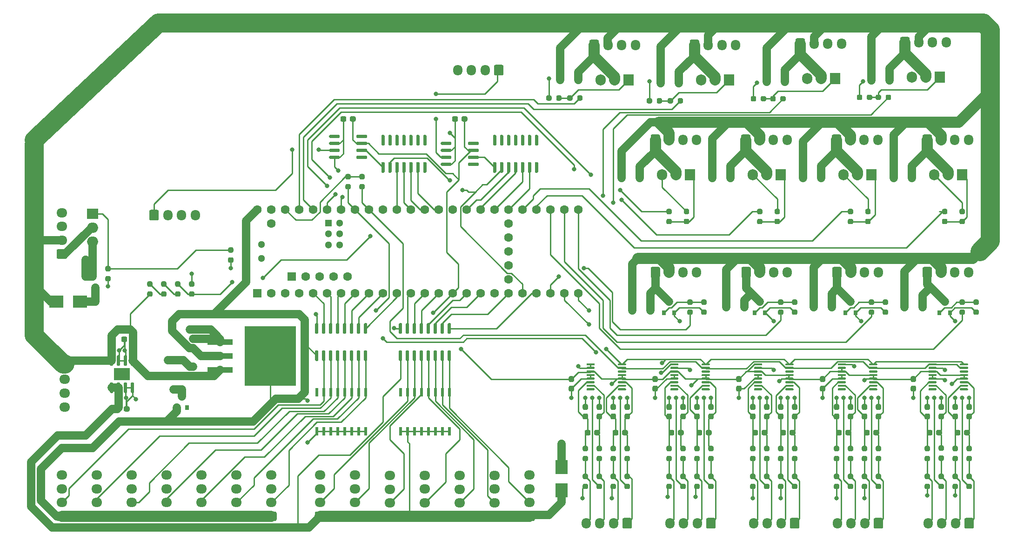
<source format=gbr>
%TF.GenerationSoftware,KiCad,Pcbnew,5.1.10*%
%TF.CreationDate,2021-07-06T21:53:34-04:00*%
%TF.ProjectId,mote pcb,6d6f7465-2070-4636-922e-6b696361645f,rev?*%
%TF.SameCoordinates,Original*%
%TF.FileFunction,Copper,L1,Top*%
%TF.FilePolarity,Positive*%
%FSLAX46Y46*%
G04 Gerber Fmt 4.6, Leading zero omitted, Abs format (unit mm)*
G04 Created by KiCad (PCBNEW 5.1.10) date 2021-07-06 21:53:34*
%MOMM*%
%LPD*%
G01*
G04 APERTURE LIST*
%TA.AperFunction,SMDPad,CuDef*%
%ADD10R,0.900000X1.200000*%
%TD*%
%TA.AperFunction,ComponentPad*%
%ADD11O,1.700000X1.950000*%
%TD*%
%TA.AperFunction,SMDPad,CuDef*%
%ADD12R,2.500000X2.300000*%
%TD*%
%TA.AperFunction,SMDPad,CuDef*%
%ADD13R,0.800000X0.900000*%
%TD*%
%TA.AperFunction,SMDPad,CuDef*%
%ADD14R,2.300000X2.500000*%
%TD*%
%TA.AperFunction,ComponentPad*%
%ADD15O,1.950000X1.700000*%
%TD*%
%TA.AperFunction,SMDPad,CuDef*%
%ADD16R,9.400000X10.800000*%
%TD*%
%TA.AperFunction,SMDPad,CuDef*%
%ADD17R,4.600000X1.100000*%
%TD*%
%TA.AperFunction,ComponentPad*%
%ADD18C,0.500000*%
%TD*%
%TA.AperFunction,SMDPad,CuDef*%
%ADD19R,3.000000X2.290000*%
%TD*%
%TA.AperFunction,ComponentPad*%
%ADD20C,1.300000*%
%TD*%
%TA.AperFunction,ComponentPad*%
%ADD21C,1.600000*%
%TD*%
%TA.AperFunction,ComponentPad*%
%ADD22R,1.300000X1.300000*%
%TD*%
%TA.AperFunction,ComponentPad*%
%ADD23R,1.600000X1.600000*%
%TD*%
%TA.AperFunction,SMDPad,CuDef*%
%ADD24R,0.600000X1.500000*%
%TD*%
%TA.AperFunction,ComponentPad*%
%ADD25O,1.905000X2.000000*%
%TD*%
%TA.AperFunction,ComponentPad*%
%ADD26R,1.905000X2.000000*%
%TD*%
%TA.AperFunction,ComponentPad*%
%ADD27O,2.000000X1.905000*%
%TD*%
%TA.AperFunction,ComponentPad*%
%ADD28R,2.000000X1.905000*%
%TD*%
%TA.AperFunction,ViaPad*%
%ADD29C,0.800000*%
%TD*%
%TA.AperFunction,Conductor*%
%ADD30C,0.250000*%
%TD*%
%TA.AperFunction,Conductor*%
%ADD31C,1.500000*%
%TD*%
%TA.AperFunction,Conductor*%
%ADD32C,2.000000*%
%TD*%
%TA.AperFunction,Conductor*%
%ADD33C,3.500000*%
%TD*%
G04 APERTURE END LIST*
D10*
%TO.P,D13,2*%
%TO.N,Net-(D13-Pad2)*%
X174497000Y-84709000D03*
%TO.P,D13,1*%
%TO.N,+12V*%
X171197000Y-84709000D03*
%TD*%
%TO.P,D12,2*%
%TO.N,Net-(D12-Pad2)*%
X163321000Y-66802000D03*
%TO.P,D12,1*%
%TO.N,+12V*%
X160021000Y-66802000D03*
%TD*%
%TO.P,D11,2*%
%TO.N,Net-(D11-Pad2)*%
X200913000Y-67183000D03*
%TO.P,D11,1*%
%TO.N,+12V*%
X197613000Y-67183000D03*
%TD*%
%TO.P,D10,2*%
%TO.N,Net-(D10-Pad2)*%
X191007000Y-84709000D03*
%TO.P,D10,1*%
%TO.N,+12V*%
X187707000Y-84709000D03*
%TD*%
%TO.P,D9,2*%
%TO.N,Net-(D9-Pad2)*%
X181609000Y-67437000D03*
%TO.P,D9,1*%
%TO.N,+12V*%
X178309000Y-67437000D03*
%TD*%
%TO.P,D8,2*%
%TO.N,Net-(D8-Pad2)*%
X219963000Y-66929000D03*
%TO.P,D8,1*%
%TO.N,+12V*%
X216663000Y-66929000D03*
%TD*%
%TO.P,D6,2*%
%TO.N,Net-(D6-Pad2)*%
X176402000Y-108839000D03*
%TO.P,D6,1*%
%TO.N,+12V*%
X173102000Y-108839000D03*
%TD*%
%TO.P,D5,2*%
%TO.N,Net-(D5-Pad2)*%
X209422000Y-108204000D03*
%TO.P,D5,1*%
%TO.N,+12V*%
X206122000Y-108204000D03*
%TD*%
%TO.P,D4,2*%
%TO.N,Net-(D4-Pad2)*%
X207517000Y-84709000D03*
%TO.P,D4,1*%
%TO.N,+12V*%
X204217000Y-84709000D03*
%TD*%
%TO.P,D3,2*%
%TO.N,Net-(D3-Pad2)*%
X225932000Y-108204000D03*
%TO.P,D3,1*%
%TO.N,+12V*%
X222632000Y-108204000D03*
%TD*%
%TO.P,D2,2*%
%TO.N,Net-(D2-Pad2)*%
X224027000Y-84709000D03*
%TO.P,D2,1*%
%TO.N,+12V*%
X220727000Y-84709000D03*
%TD*%
%TO.P,D1,2*%
%TO.N,Net-(D1-Pad2)*%
X193547000Y-108204000D03*
%TO.P,D1,1*%
%TO.N,+12V*%
X190247000Y-108204000D03*
%TD*%
%TO.P,R77,2*%
%TO.N,GNDA*%
%TA.AperFunction,SMDPad,CuDef*%
G36*
G01*
X214967000Y-69739500D02*
X214967000Y-70214500D01*
G75*
G02*
X214729500Y-70452000I-237500J0D01*
G01*
X214229500Y-70452000D01*
G75*
G02*
X213992000Y-70214500I0J237500D01*
G01*
X213992000Y-69739500D01*
G75*
G02*
X214229500Y-69502000I237500J0D01*
G01*
X214729500Y-69502000D01*
G75*
G02*
X214967000Y-69739500I0J-237500D01*
G01*
G37*
%TD.AperFunction*%
%TO.P,R77,1*%
%TO.N,Net-(Q11-Pad1)*%
%TA.AperFunction,SMDPad,CuDef*%
G36*
G01*
X216792000Y-69739500D02*
X216792000Y-70214500D01*
G75*
G02*
X216554500Y-70452000I-237500J0D01*
G01*
X216054500Y-70452000D01*
G75*
G02*
X215817000Y-70214500I0J237500D01*
G01*
X215817000Y-69739500D01*
G75*
G02*
X216054500Y-69502000I237500J0D01*
G01*
X216554500Y-69502000D01*
G75*
G02*
X216792000Y-69739500I0J-237500D01*
G01*
G37*
%TD.AperFunction*%
%TD*%
%TO.P,R74,2*%
%TO.N,ctrl1*%
%TA.AperFunction,SMDPad,CuDef*%
G36*
G01*
X219246000Y-70214500D02*
X219246000Y-69739500D01*
G75*
G02*
X219483500Y-69502000I237500J0D01*
G01*
X219983500Y-69502000D01*
G75*
G02*
X220221000Y-69739500I0J-237500D01*
G01*
X220221000Y-70214500D01*
G75*
G02*
X219983500Y-70452000I-237500J0D01*
G01*
X219483500Y-70452000D01*
G75*
G02*
X219246000Y-70214500I0J237500D01*
G01*
G37*
%TD.AperFunction*%
%TO.P,R74,1*%
%TO.N,Net-(Q11-Pad1)*%
%TA.AperFunction,SMDPad,CuDef*%
G36*
G01*
X217421000Y-70214500D02*
X217421000Y-69739500D01*
G75*
G02*
X217658500Y-69502000I237500J0D01*
G01*
X218158500Y-69502000D01*
G75*
G02*
X218396000Y-69739500I0J-237500D01*
G01*
X218396000Y-70214500D01*
G75*
G02*
X218158500Y-70452000I-237500J0D01*
G01*
X217658500Y-70452000D01*
G75*
G02*
X217421000Y-70214500I0J237500D01*
G01*
G37*
%TD.AperFunction*%
%TD*%
D11*
%TO.P,J17,4*%
%TO.N,N/C*%
X141344000Y-65024000D03*
%TO.P,J17,3*%
X143844000Y-65024000D03*
%TO.P,J17,2*%
%TO.N,GNDA*%
X146344000Y-65024000D03*
%TO.P,J17,1*%
%TO.N,Net-(J17-Pad1)*%
%TA.AperFunction,ComponentPad*%
G36*
G01*
X149694000Y-64299000D02*
X149694000Y-65749000D01*
G75*
G02*
X149444000Y-65999000I-250000J0D01*
G01*
X148244000Y-65999000D01*
G75*
G02*
X147994000Y-65749000I0J250000D01*
G01*
X147994000Y-64299000D01*
G75*
G02*
X148244000Y-64049000I250000J0D01*
G01*
X149444000Y-64049000D01*
G75*
G02*
X149694000Y-64299000I0J-250000D01*
G01*
G37*
%TD.AperFunction*%
%TD*%
%TO.P,J18,4*%
%TO.N,N/C*%
X93606000Y-91440000D03*
%TO.P,J18,3*%
X91106000Y-91440000D03*
%TO.P,J18,2*%
%TO.N,GNDA*%
X88606000Y-91440000D03*
%TO.P,J18,1*%
%TO.N,Net-(J18-Pad1)*%
%TA.AperFunction,ComponentPad*%
G36*
G01*
X85256000Y-92165000D02*
X85256000Y-90715000D01*
G75*
G02*
X85506000Y-90465000I250000J0D01*
G01*
X86706000Y-90465000D01*
G75*
G02*
X86956000Y-90715000I0J-250000D01*
G01*
X86956000Y-92165000D01*
G75*
G02*
X86706000Y-92415000I-250000J0D01*
G01*
X85506000Y-92415000D01*
G75*
G02*
X85256000Y-92165000I0J250000D01*
G01*
G37*
%TD.AperFunction*%
%TD*%
D12*
%TO.P,D7,2*%
%TO.N,GNDA*%
X72644000Y-107188000D03*
%TO.P,D7,1*%
%TO.N,+12V*%
X68344000Y-107188000D03*
%TD*%
D13*
%TO.P,D14,3*%
%TO.N,GNDA*%
X91186000Y-124476000D03*
%TO.P,D14,2*%
%TO.N,N/C*%
X92136000Y-126476000D03*
%TO.P,D14,1*%
%TO.N,+5V*%
X90236000Y-126476000D03*
%TD*%
D14*
%TO.P,D15,2*%
%TO.N,GNDA*%
X160274000Y-137296000D03*
%TO.P,D15,1*%
%TO.N,+7.5V*%
X160274000Y-141596000D03*
%TD*%
%TO.P,C8,2*%
%TO.N,GNDA*%
%TA.AperFunction,SMDPad,CuDef*%
G36*
G01*
X177054500Y-122499000D02*
X177529500Y-122499000D01*
G75*
G02*
X177767000Y-122736500I0J-237500D01*
G01*
X177767000Y-123336500D01*
G75*
G02*
X177529500Y-123574000I-237500J0D01*
G01*
X177054500Y-123574000D01*
G75*
G02*
X176817000Y-123336500I0J237500D01*
G01*
X176817000Y-122736500D01*
G75*
G02*
X177054500Y-122499000I237500J0D01*
G01*
G37*
%TD.AperFunction*%
%TO.P,C8,1*%
%TO.N,+3V3*%
%TA.AperFunction,SMDPad,CuDef*%
G36*
G01*
X177054500Y-120774000D02*
X177529500Y-120774000D01*
G75*
G02*
X177767000Y-121011500I0J-237500D01*
G01*
X177767000Y-121611500D01*
G75*
G02*
X177529500Y-121849000I-237500J0D01*
G01*
X177054500Y-121849000D01*
G75*
G02*
X176817000Y-121611500I0J237500D01*
G01*
X176817000Y-121011500D01*
G75*
G02*
X177054500Y-120774000I237500J0D01*
G01*
G37*
%TD.AperFunction*%
%TD*%
%TO.P,R8,2*%
%TO.N,SCL*%
%TA.AperFunction,SMDPad,CuDef*%
G36*
G01*
X121174500Y-85769000D02*
X121649500Y-85769000D01*
G75*
G02*
X121887000Y-86006500I0J-237500D01*
G01*
X121887000Y-86506500D01*
G75*
G02*
X121649500Y-86744000I-237500J0D01*
G01*
X121174500Y-86744000D01*
G75*
G02*
X120937000Y-86506500I0J237500D01*
G01*
X120937000Y-86006500D01*
G75*
G02*
X121174500Y-85769000I237500J0D01*
G01*
G37*
%TD.AperFunction*%
%TO.P,R8,1*%
%TO.N,DVDD*%
%TA.AperFunction,SMDPad,CuDef*%
G36*
G01*
X121174500Y-83944000D02*
X121649500Y-83944000D01*
G75*
G02*
X121887000Y-84181500I0J-237500D01*
G01*
X121887000Y-84681500D01*
G75*
G02*
X121649500Y-84919000I-237500J0D01*
G01*
X121174500Y-84919000D01*
G75*
G02*
X120937000Y-84681500I0J237500D01*
G01*
X120937000Y-84181500D01*
G75*
G02*
X121174500Y-83944000I237500J0D01*
G01*
G37*
%TD.AperFunction*%
%TD*%
%TO.P,R6,2*%
%TO.N,SDA*%
%TA.AperFunction,SMDPad,CuDef*%
G36*
G01*
X123714500Y-85769000D02*
X124189500Y-85769000D01*
G75*
G02*
X124427000Y-86006500I0J-237500D01*
G01*
X124427000Y-86506500D01*
G75*
G02*
X124189500Y-86744000I-237500J0D01*
G01*
X123714500Y-86744000D01*
G75*
G02*
X123477000Y-86506500I0J237500D01*
G01*
X123477000Y-86006500D01*
G75*
G02*
X123714500Y-85769000I237500J0D01*
G01*
G37*
%TD.AperFunction*%
%TO.P,R6,1*%
%TO.N,DVDD*%
%TA.AperFunction,SMDPad,CuDef*%
G36*
G01*
X123714500Y-83944000D02*
X124189500Y-83944000D01*
G75*
G02*
X124427000Y-84181500I0J-237500D01*
G01*
X124427000Y-84681500D01*
G75*
G02*
X124189500Y-84919000I-237500J0D01*
G01*
X123714500Y-84919000D01*
G75*
G02*
X123477000Y-84681500I0J237500D01*
G01*
X123477000Y-84181500D01*
G75*
G02*
X123714500Y-83944000I237500J0D01*
G01*
G37*
%TD.AperFunction*%
%TD*%
D15*
%TO.P,J15,4*%
%TO.N,N/C*%
X154432000Y-138804000D03*
%TO.P,J15,3*%
%TO.N,GNDA*%
X154432000Y-141304000D03*
%TO.P,J15,2*%
%TO.N,Net-(J15-Pad2)*%
X154432000Y-143804000D03*
%TO.P,J15,1*%
%TO.N,+7.5V*%
%TA.AperFunction,ComponentPad*%
G36*
G01*
X155157000Y-147154000D02*
X153707000Y-147154000D01*
G75*
G02*
X153457000Y-146904000I0J250000D01*
G01*
X153457000Y-145704000D01*
G75*
G02*
X153707000Y-145454000I250000J0D01*
G01*
X155157000Y-145454000D01*
G75*
G02*
X155407000Y-145704000I0J-250000D01*
G01*
X155407000Y-146904000D01*
G75*
G02*
X155157000Y-147154000I-250000J0D01*
G01*
G37*
%TD.AperFunction*%
%TD*%
%TO.P,U14,16*%
%TO.N,Net-(J3-Pad2)*%
%TA.AperFunction,SMDPad,CuDef*%
G36*
G01*
X124437000Y-116054000D02*
X124737000Y-116054000D01*
G75*
G02*
X124887000Y-116204000I0J-150000D01*
G01*
X124887000Y-117854000D01*
G75*
G02*
X124737000Y-118004000I-150000J0D01*
G01*
X124437000Y-118004000D01*
G75*
G02*
X124287000Y-117854000I0J150000D01*
G01*
X124287000Y-116204000D01*
G75*
G02*
X124437000Y-116054000I150000J0D01*
G01*
G37*
%TD.AperFunction*%
%TO.P,U14,15*%
%TO.N,Net-(J8-Pad2)*%
%TA.AperFunction,SMDPad,CuDef*%
G36*
G01*
X123167000Y-116054000D02*
X123467000Y-116054000D01*
G75*
G02*
X123617000Y-116204000I0J-150000D01*
G01*
X123617000Y-117854000D01*
G75*
G02*
X123467000Y-118004000I-150000J0D01*
G01*
X123167000Y-118004000D01*
G75*
G02*
X123017000Y-117854000I0J150000D01*
G01*
X123017000Y-116204000D01*
G75*
G02*
X123167000Y-116054000I150000J0D01*
G01*
G37*
%TD.AperFunction*%
%TO.P,U14,14*%
%TO.N,Net-(J9-Pad2)*%
%TA.AperFunction,SMDPad,CuDef*%
G36*
G01*
X121897000Y-116054000D02*
X122197000Y-116054000D01*
G75*
G02*
X122347000Y-116204000I0J-150000D01*
G01*
X122347000Y-117854000D01*
G75*
G02*
X122197000Y-118004000I-150000J0D01*
G01*
X121897000Y-118004000D01*
G75*
G02*
X121747000Y-117854000I0J150000D01*
G01*
X121747000Y-116204000D01*
G75*
G02*
X121897000Y-116054000I150000J0D01*
G01*
G37*
%TD.AperFunction*%
%TO.P,U14,13*%
%TO.N,Net-(J12-Pad2)*%
%TA.AperFunction,SMDPad,CuDef*%
G36*
G01*
X120627000Y-116054000D02*
X120927000Y-116054000D01*
G75*
G02*
X121077000Y-116204000I0J-150000D01*
G01*
X121077000Y-117854000D01*
G75*
G02*
X120927000Y-118004000I-150000J0D01*
G01*
X120627000Y-118004000D01*
G75*
G02*
X120477000Y-117854000I0J150000D01*
G01*
X120477000Y-116204000D01*
G75*
G02*
X120627000Y-116054000I150000J0D01*
G01*
G37*
%TD.AperFunction*%
%TO.P,U14,12*%
%TO.N,Net-(J13-Pad2)*%
%TA.AperFunction,SMDPad,CuDef*%
G36*
G01*
X119357000Y-116054000D02*
X119657000Y-116054000D01*
G75*
G02*
X119807000Y-116204000I0J-150000D01*
G01*
X119807000Y-117854000D01*
G75*
G02*
X119657000Y-118004000I-150000J0D01*
G01*
X119357000Y-118004000D01*
G75*
G02*
X119207000Y-117854000I0J150000D01*
G01*
X119207000Y-116204000D01*
G75*
G02*
X119357000Y-116054000I150000J0D01*
G01*
G37*
%TD.AperFunction*%
%TO.P,U14,11*%
%TO.N,Net-(J14-Pad2)*%
%TA.AperFunction,SMDPad,CuDef*%
G36*
G01*
X118087000Y-116054000D02*
X118387000Y-116054000D01*
G75*
G02*
X118537000Y-116204000I0J-150000D01*
G01*
X118537000Y-117854000D01*
G75*
G02*
X118387000Y-118004000I-150000J0D01*
G01*
X118087000Y-118004000D01*
G75*
G02*
X117937000Y-117854000I0J150000D01*
G01*
X117937000Y-116204000D01*
G75*
G02*
X118087000Y-116054000I150000J0D01*
G01*
G37*
%TD.AperFunction*%
%TO.P,U14,10*%
%TO.N,Net-(J16-Pad2)*%
%TA.AperFunction,SMDPad,CuDef*%
G36*
G01*
X116817000Y-116054000D02*
X117117000Y-116054000D01*
G75*
G02*
X117267000Y-116204000I0J-150000D01*
G01*
X117267000Y-117854000D01*
G75*
G02*
X117117000Y-118004000I-150000J0D01*
G01*
X116817000Y-118004000D01*
G75*
G02*
X116667000Y-117854000I0J150000D01*
G01*
X116667000Y-116204000D01*
G75*
G02*
X116817000Y-116054000I150000J0D01*
G01*
G37*
%TD.AperFunction*%
%TO.P,U14,9*%
%TO.N,+5V*%
%TA.AperFunction,SMDPad,CuDef*%
G36*
G01*
X115547000Y-116054000D02*
X115847000Y-116054000D01*
G75*
G02*
X115997000Y-116204000I0J-150000D01*
G01*
X115997000Y-117854000D01*
G75*
G02*
X115847000Y-118004000I-150000J0D01*
G01*
X115547000Y-118004000D01*
G75*
G02*
X115397000Y-117854000I0J150000D01*
G01*
X115397000Y-116204000D01*
G75*
G02*
X115547000Y-116054000I150000J0D01*
G01*
G37*
%TD.AperFunction*%
%TO.P,U14,8*%
%TO.N,GNDA*%
%TA.AperFunction,SMDPad,CuDef*%
G36*
G01*
X115547000Y-111104000D02*
X115847000Y-111104000D01*
G75*
G02*
X115997000Y-111254000I0J-150000D01*
G01*
X115997000Y-112904000D01*
G75*
G02*
X115847000Y-113054000I-150000J0D01*
G01*
X115547000Y-113054000D01*
G75*
G02*
X115397000Y-112904000I0J150000D01*
G01*
X115397000Y-111254000D01*
G75*
G02*
X115547000Y-111104000I150000J0D01*
G01*
G37*
%TD.AperFunction*%
%TO.P,U14,7*%
%TO.N,5V_Servo7*%
%TA.AperFunction,SMDPad,CuDef*%
G36*
G01*
X116817000Y-111104000D02*
X117117000Y-111104000D01*
G75*
G02*
X117267000Y-111254000I0J-150000D01*
G01*
X117267000Y-112904000D01*
G75*
G02*
X117117000Y-113054000I-150000J0D01*
G01*
X116817000Y-113054000D01*
G75*
G02*
X116667000Y-112904000I0J150000D01*
G01*
X116667000Y-111254000D01*
G75*
G02*
X116817000Y-111104000I150000J0D01*
G01*
G37*
%TD.AperFunction*%
%TO.P,U14,6*%
%TO.N,5V_Servo6*%
%TA.AperFunction,SMDPad,CuDef*%
G36*
G01*
X118087000Y-111104000D02*
X118387000Y-111104000D01*
G75*
G02*
X118537000Y-111254000I0J-150000D01*
G01*
X118537000Y-112904000D01*
G75*
G02*
X118387000Y-113054000I-150000J0D01*
G01*
X118087000Y-113054000D01*
G75*
G02*
X117937000Y-112904000I0J150000D01*
G01*
X117937000Y-111254000D01*
G75*
G02*
X118087000Y-111104000I150000J0D01*
G01*
G37*
%TD.AperFunction*%
%TO.P,U14,5*%
%TO.N,5V_Servo5*%
%TA.AperFunction,SMDPad,CuDef*%
G36*
G01*
X119357000Y-111104000D02*
X119657000Y-111104000D01*
G75*
G02*
X119807000Y-111254000I0J-150000D01*
G01*
X119807000Y-112904000D01*
G75*
G02*
X119657000Y-113054000I-150000J0D01*
G01*
X119357000Y-113054000D01*
G75*
G02*
X119207000Y-112904000I0J150000D01*
G01*
X119207000Y-111254000D01*
G75*
G02*
X119357000Y-111104000I150000J0D01*
G01*
G37*
%TD.AperFunction*%
%TO.P,U14,4*%
%TO.N,5V_Servo4*%
%TA.AperFunction,SMDPad,CuDef*%
G36*
G01*
X120627000Y-111104000D02*
X120927000Y-111104000D01*
G75*
G02*
X121077000Y-111254000I0J-150000D01*
G01*
X121077000Y-112904000D01*
G75*
G02*
X120927000Y-113054000I-150000J0D01*
G01*
X120627000Y-113054000D01*
G75*
G02*
X120477000Y-112904000I0J150000D01*
G01*
X120477000Y-111254000D01*
G75*
G02*
X120627000Y-111104000I150000J0D01*
G01*
G37*
%TD.AperFunction*%
%TO.P,U14,3*%
%TO.N,5V_Servo3*%
%TA.AperFunction,SMDPad,CuDef*%
G36*
G01*
X121897000Y-111104000D02*
X122197000Y-111104000D01*
G75*
G02*
X122347000Y-111254000I0J-150000D01*
G01*
X122347000Y-112904000D01*
G75*
G02*
X122197000Y-113054000I-150000J0D01*
G01*
X121897000Y-113054000D01*
G75*
G02*
X121747000Y-112904000I0J150000D01*
G01*
X121747000Y-111254000D01*
G75*
G02*
X121897000Y-111104000I150000J0D01*
G01*
G37*
%TD.AperFunction*%
%TO.P,U14,2*%
%TO.N,5V_Servo2*%
%TA.AperFunction,SMDPad,CuDef*%
G36*
G01*
X123167000Y-111104000D02*
X123467000Y-111104000D01*
G75*
G02*
X123617000Y-111254000I0J-150000D01*
G01*
X123617000Y-112904000D01*
G75*
G02*
X123467000Y-113054000I-150000J0D01*
G01*
X123167000Y-113054000D01*
G75*
G02*
X123017000Y-112904000I0J150000D01*
G01*
X123017000Y-111254000D01*
G75*
G02*
X123167000Y-111104000I150000J0D01*
G01*
G37*
%TD.AperFunction*%
%TO.P,U14,1*%
%TO.N,5V_Servo1*%
%TA.AperFunction,SMDPad,CuDef*%
G36*
G01*
X124437000Y-111104000D02*
X124737000Y-111104000D01*
G75*
G02*
X124887000Y-111254000I0J-150000D01*
G01*
X124887000Y-112904000D01*
G75*
G02*
X124737000Y-113054000I-150000J0D01*
G01*
X124437000Y-113054000D01*
G75*
G02*
X124287000Y-112904000I0J150000D01*
G01*
X124287000Y-111254000D01*
G75*
G02*
X124437000Y-111104000I150000J0D01*
G01*
G37*
%TD.AperFunction*%
%TD*%
D16*
%TO.P,U13,2*%
%TO.N,+5V*%
X107303000Y-117113000D03*
D17*
%TO.P,U13,3*%
%TO.N,+12V*%
X98153000Y-119653000D03*
%TO.P,U13,2*%
%TO.N,+5V*%
X98153000Y-117113000D03*
%TO.P,U13,1*%
%TO.N,GNDA*%
X98153000Y-114573000D03*
%TD*%
D18*
%TO.P,U12,9*%
%TO.N,N/C*%
X81264000Y-119746000D03*
X81264000Y-121046000D03*
X80264000Y-119746000D03*
X80264000Y-121046000D03*
X79264000Y-119746000D03*
X79264000Y-121046000D03*
D19*
X80264000Y-120396000D03*
%TO.P,U12,8*%
%TO.N,+12V*%
%TA.AperFunction,SMDPad,CuDef*%
G36*
G01*
X78509000Y-118896000D02*
X78209000Y-118896000D01*
G75*
G02*
X78059000Y-118746000I0J150000D01*
G01*
X78059000Y-117096000D01*
G75*
G02*
X78209000Y-116946000I150000J0D01*
G01*
X78509000Y-116946000D01*
G75*
G02*
X78659000Y-117096000I0J-150000D01*
G01*
X78659000Y-118746000D01*
G75*
G02*
X78509000Y-118896000I-150000J0D01*
G01*
G37*
%TD.AperFunction*%
%TO.P,U12,7*%
%TO.N,GNDA*%
%TA.AperFunction,SMDPad,CuDef*%
G36*
G01*
X79779000Y-118896000D02*
X79479000Y-118896000D01*
G75*
G02*
X79329000Y-118746000I0J150000D01*
G01*
X79329000Y-117096000D01*
G75*
G02*
X79479000Y-116946000I150000J0D01*
G01*
X79779000Y-116946000D01*
G75*
G02*
X79929000Y-117096000I0J-150000D01*
G01*
X79929000Y-118746000D01*
G75*
G02*
X79779000Y-118896000I-150000J0D01*
G01*
G37*
%TD.AperFunction*%
%TO.P,U12,6*%
%TA.AperFunction,SMDPad,CuDef*%
G36*
G01*
X81049000Y-118896000D02*
X80749000Y-118896000D01*
G75*
G02*
X80599000Y-118746000I0J150000D01*
G01*
X80599000Y-117096000D01*
G75*
G02*
X80749000Y-116946000I150000J0D01*
G01*
X81049000Y-116946000D01*
G75*
G02*
X81199000Y-117096000I0J-150000D01*
G01*
X81199000Y-118746000D01*
G75*
G02*
X81049000Y-118896000I-150000J0D01*
G01*
G37*
%TD.AperFunction*%
%TO.P,U12,5*%
%TO.N,+12V*%
%TA.AperFunction,SMDPad,CuDef*%
G36*
G01*
X82319000Y-118896000D02*
X82019000Y-118896000D01*
G75*
G02*
X81869000Y-118746000I0J150000D01*
G01*
X81869000Y-117096000D01*
G75*
G02*
X82019000Y-116946000I150000J0D01*
G01*
X82319000Y-116946000D01*
G75*
G02*
X82469000Y-117096000I0J-150000D01*
G01*
X82469000Y-118746000D01*
G75*
G02*
X82319000Y-118896000I-150000J0D01*
G01*
G37*
%TD.AperFunction*%
%TO.P,U12,4*%
%TO.N,GNDA*%
%TA.AperFunction,SMDPad,CuDef*%
G36*
G01*
X82319000Y-123846000D02*
X82019000Y-123846000D01*
G75*
G02*
X81869000Y-123696000I0J150000D01*
G01*
X81869000Y-122046000D01*
G75*
G02*
X82019000Y-121896000I150000J0D01*
G01*
X82319000Y-121896000D01*
G75*
G02*
X82469000Y-122046000I0J-150000D01*
G01*
X82469000Y-123696000D01*
G75*
G02*
X82319000Y-123846000I-150000J0D01*
G01*
G37*
%TD.AperFunction*%
%TO.P,U12,3*%
%TA.AperFunction,SMDPad,CuDef*%
G36*
G01*
X81049000Y-123846000D02*
X80749000Y-123846000D01*
G75*
G02*
X80599000Y-123696000I0J150000D01*
G01*
X80599000Y-122046000D01*
G75*
G02*
X80749000Y-121896000I150000J0D01*
G01*
X81049000Y-121896000D01*
G75*
G02*
X81199000Y-122046000I0J-150000D01*
G01*
X81199000Y-123696000D01*
G75*
G02*
X81049000Y-123846000I-150000J0D01*
G01*
G37*
%TD.AperFunction*%
%TO.P,U12,2*%
%TO.N,+7.5V*%
%TA.AperFunction,SMDPad,CuDef*%
G36*
G01*
X79779000Y-123846000D02*
X79479000Y-123846000D01*
G75*
G02*
X79329000Y-123696000I0J150000D01*
G01*
X79329000Y-122046000D01*
G75*
G02*
X79479000Y-121896000I150000J0D01*
G01*
X79779000Y-121896000D01*
G75*
G02*
X79929000Y-122046000I0J-150000D01*
G01*
X79929000Y-123696000D01*
G75*
G02*
X79779000Y-123846000I-150000J0D01*
G01*
G37*
%TD.AperFunction*%
%TO.P,U12,1*%
%TA.AperFunction,SMDPad,CuDef*%
G36*
G01*
X78509000Y-123846000D02*
X78209000Y-123846000D01*
G75*
G02*
X78059000Y-123696000I0J150000D01*
G01*
X78059000Y-122046000D01*
G75*
G02*
X78209000Y-121896000I150000J0D01*
G01*
X78509000Y-121896000D01*
G75*
G02*
X78659000Y-122046000I0J-150000D01*
G01*
X78659000Y-123696000D01*
G75*
G02*
X78509000Y-123846000I-150000J0D01*
G01*
G37*
%TD.AperFunction*%
%TD*%
%TO.P,U11,16*%
%TO.N,SCL*%
%TA.AperFunction,SMDPad,CuDef*%
G36*
G01*
X232757000Y-118729000D02*
X232757000Y-118529000D01*
G75*
G02*
X232857000Y-118429000I100000J0D01*
G01*
X234132000Y-118429000D01*
G75*
G02*
X234232000Y-118529000I0J-100000D01*
G01*
X234232000Y-118729000D01*
G75*
G02*
X234132000Y-118829000I-100000J0D01*
G01*
X232857000Y-118829000D01*
G75*
G02*
X232757000Y-118729000I0J100000D01*
G01*
G37*
%TD.AperFunction*%
%TO.P,U11,15*%
%TO.N,SDA*%
%TA.AperFunction,SMDPad,CuDef*%
G36*
G01*
X232757000Y-119379000D02*
X232757000Y-119179000D01*
G75*
G02*
X232857000Y-119079000I100000J0D01*
G01*
X234132000Y-119079000D01*
G75*
G02*
X234232000Y-119179000I0J-100000D01*
G01*
X234232000Y-119379000D01*
G75*
G02*
X234132000Y-119479000I-100000J0D01*
G01*
X232857000Y-119479000D01*
G75*
G02*
X232757000Y-119379000I0J100000D01*
G01*
G37*
%TD.AperFunction*%
%TO.P,U11,14*%
%TO.N,N/C*%
%TA.AperFunction,SMDPad,CuDef*%
G36*
G01*
X232757000Y-120029000D02*
X232757000Y-119829000D01*
G75*
G02*
X232857000Y-119729000I100000J0D01*
G01*
X234132000Y-119729000D01*
G75*
G02*
X234232000Y-119829000I0J-100000D01*
G01*
X234232000Y-120029000D01*
G75*
G02*
X234132000Y-120129000I-100000J0D01*
G01*
X232857000Y-120129000D01*
G75*
G02*
X232757000Y-120029000I0J100000D01*
G01*
G37*
%TD.AperFunction*%
%TO.P,U11,13*%
%TO.N,+3V3*%
%TA.AperFunction,SMDPad,CuDef*%
G36*
G01*
X232757000Y-120679000D02*
X232757000Y-120479000D01*
G75*
G02*
X232857000Y-120379000I100000J0D01*
G01*
X234132000Y-120379000D01*
G75*
G02*
X234232000Y-120479000I0J-100000D01*
G01*
X234232000Y-120679000D01*
G75*
G02*
X234132000Y-120779000I-100000J0D01*
G01*
X232857000Y-120779000D01*
G75*
G02*
X232757000Y-120679000I0J100000D01*
G01*
G37*
%TD.AperFunction*%
%TO.P,U11,12*%
%TA.AperFunction,SMDPad,CuDef*%
G36*
G01*
X232757000Y-121329000D02*
X232757000Y-121129000D01*
G75*
G02*
X232857000Y-121029000I100000J0D01*
G01*
X234132000Y-121029000D01*
G75*
G02*
X234232000Y-121129000I0J-100000D01*
G01*
X234232000Y-121329000D01*
G75*
G02*
X234132000Y-121429000I-100000J0D01*
G01*
X232857000Y-121429000D01*
G75*
G02*
X232757000Y-121329000I0J100000D01*
G01*
G37*
%TD.AperFunction*%
%TO.P,U11,11*%
%TO.N,Net-(C36-Pad1)*%
%TA.AperFunction,SMDPad,CuDef*%
G36*
G01*
X232757000Y-121979000D02*
X232757000Y-121779000D01*
G75*
G02*
X232857000Y-121679000I100000J0D01*
G01*
X234132000Y-121679000D01*
G75*
G02*
X234232000Y-121779000I0J-100000D01*
G01*
X234232000Y-121979000D01*
G75*
G02*
X234132000Y-122079000I-100000J0D01*
G01*
X232857000Y-122079000D01*
G75*
G02*
X232757000Y-121979000I0J100000D01*
G01*
G37*
%TD.AperFunction*%
%TO.P,U11,10*%
%TO.N,Net-(C39-Pad1)*%
%TA.AperFunction,SMDPad,CuDef*%
G36*
G01*
X232757000Y-122629000D02*
X232757000Y-122429000D01*
G75*
G02*
X232857000Y-122329000I100000J0D01*
G01*
X234132000Y-122329000D01*
G75*
G02*
X234232000Y-122429000I0J-100000D01*
G01*
X234232000Y-122629000D01*
G75*
G02*
X234132000Y-122729000I-100000J0D01*
G01*
X232857000Y-122729000D01*
G75*
G02*
X232757000Y-122629000I0J100000D01*
G01*
G37*
%TD.AperFunction*%
%TO.P,U11,9*%
%TO.N,N/C*%
%TA.AperFunction,SMDPad,CuDef*%
G36*
G01*
X232757000Y-123279000D02*
X232757000Y-123079000D01*
G75*
G02*
X232857000Y-122979000I100000J0D01*
G01*
X234132000Y-122979000D01*
G75*
G02*
X234232000Y-123079000I0J-100000D01*
G01*
X234232000Y-123279000D01*
G75*
G02*
X234132000Y-123379000I-100000J0D01*
G01*
X232857000Y-123379000D01*
G75*
G02*
X232757000Y-123279000I0J100000D01*
G01*
G37*
%TD.AperFunction*%
%TO.P,U11,8*%
%TA.AperFunction,SMDPad,CuDef*%
G36*
G01*
X227032000Y-123279000D02*
X227032000Y-123079000D01*
G75*
G02*
X227132000Y-122979000I100000J0D01*
G01*
X228407000Y-122979000D01*
G75*
G02*
X228507000Y-123079000I0J-100000D01*
G01*
X228507000Y-123279000D01*
G75*
G02*
X228407000Y-123379000I-100000J0D01*
G01*
X227132000Y-123379000D01*
G75*
G02*
X227032000Y-123279000I0J100000D01*
G01*
G37*
%TD.AperFunction*%
%TO.P,U11,7*%
%TO.N,Net-(C41-Pad1)*%
%TA.AperFunction,SMDPad,CuDef*%
G36*
G01*
X227032000Y-122629000D02*
X227032000Y-122429000D01*
G75*
G02*
X227132000Y-122329000I100000J0D01*
G01*
X228407000Y-122329000D01*
G75*
G02*
X228507000Y-122429000I0J-100000D01*
G01*
X228507000Y-122629000D01*
G75*
G02*
X228407000Y-122729000I-100000J0D01*
G01*
X227132000Y-122729000D01*
G75*
G02*
X227032000Y-122629000I0J100000D01*
G01*
G37*
%TD.AperFunction*%
%TO.P,U11,6*%
%TO.N,Net-(C42-Pad1)*%
%TA.AperFunction,SMDPad,CuDef*%
G36*
G01*
X227032000Y-121979000D02*
X227032000Y-121779000D01*
G75*
G02*
X227132000Y-121679000I100000J0D01*
G01*
X228407000Y-121679000D01*
G75*
G02*
X228507000Y-121779000I0J-100000D01*
G01*
X228507000Y-121979000D01*
G75*
G02*
X228407000Y-122079000I-100000J0D01*
G01*
X227132000Y-122079000D01*
G75*
G02*
X227032000Y-121979000I0J100000D01*
G01*
G37*
%TD.AperFunction*%
%TO.P,U11,5*%
%TO.N,GNDA*%
%TA.AperFunction,SMDPad,CuDef*%
G36*
G01*
X227032000Y-121329000D02*
X227032000Y-121129000D01*
G75*
G02*
X227132000Y-121029000I100000J0D01*
G01*
X228407000Y-121029000D01*
G75*
G02*
X228507000Y-121129000I0J-100000D01*
G01*
X228507000Y-121329000D01*
G75*
G02*
X228407000Y-121429000I-100000J0D01*
G01*
X227132000Y-121429000D01*
G75*
G02*
X227032000Y-121329000I0J100000D01*
G01*
G37*
%TD.AperFunction*%
%TO.P,U11,4*%
%TA.AperFunction,SMDPad,CuDef*%
G36*
G01*
X227032000Y-120679000D02*
X227032000Y-120479000D01*
G75*
G02*
X227132000Y-120379000I100000J0D01*
G01*
X228407000Y-120379000D01*
G75*
G02*
X228507000Y-120479000I0J-100000D01*
G01*
X228507000Y-120679000D01*
G75*
G02*
X228407000Y-120779000I-100000J0D01*
G01*
X227132000Y-120779000D01*
G75*
G02*
X227032000Y-120679000I0J100000D01*
G01*
G37*
%TD.AperFunction*%
%TO.P,U11,3*%
%TO.N,+3V3*%
%TA.AperFunction,SMDPad,CuDef*%
G36*
G01*
X227032000Y-120029000D02*
X227032000Y-119829000D01*
G75*
G02*
X227132000Y-119729000I100000J0D01*
G01*
X228407000Y-119729000D01*
G75*
G02*
X228507000Y-119829000I0J-100000D01*
G01*
X228507000Y-120029000D01*
G75*
G02*
X228407000Y-120129000I-100000J0D01*
G01*
X227132000Y-120129000D01*
G75*
G02*
X227032000Y-120029000I0J100000D01*
G01*
G37*
%TD.AperFunction*%
%TO.P,U11,2*%
%TO.N,GNDA*%
%TA.AperFunction,SMDPad,CuDef*%
G36*
G01*
X227032000Y-119379000D02*
X227032000Y-119179000D01*
G75*
G02*
X227132000Y-119079000I100000J0D01*
G01*
X228407000Y-119079000D01*
G75*
G02*
X228507000Y-119179000I0J-100000D01*
G01*
X228507000Y-119379000D01*
G75*
G02*
X228407000Y-119479000I-100000J0D01*
G01*
X227132000Y-119479000D01*
G75*
G02*
X227032000Y-119379000I0J100000D01*
G01*
G37*
%TD.AperFunction*%
%TO.P,U11,1*%
%TO.N,SDA*%
%TA.AperFunction,SMDPad,CuDef*%
G36*
G01*
X227032000Y-118729000D02*
X227032000Y-118529000D01*
G75*
G02*
X227132000Y-118429000I100000J0D01*
G01*
X228407000Y-118429000D01*
G75*
G02*
X228507000Y-118529000I0J-100000D01*
G01*
X228507000Y-118729000D01*
G75*
G02*
X228407000Y-118829000I-100000J0D01*
G01*
X227132000Y-118829000D01*
G75*
G02*
X227032000Y-118729000I0J100000D01*
G01*
G37*
%TD.AperFunction*%
%TD*%
%TO.P,U10,16*%
%TO.N,SCL*%
%TA.AperFunction,SMDPad,CuDef*%
G36*
G01*
X216247000Y-118729000D02*
X216247000Y-118529000D01*
G75*
G02*
X216347000Y-118429000I100000J0D01*
G01*
X217622000Y-118429000D01*
G75*
G02*
X217722000Y-118529000I0J-100000D01*
G01*
X217722000Y-118729000D01*
G75*
G02*
X217622000Y-118829000I-100000J0D01*
G01*
X216347000Y-118829000D01*
G75*
G02*
X216247000Y-118729000I0J100000D01*
G01*
G37*
%TD.AperFunction*%
%TO.P,U10,15*%
%TO.N,SDA*%
%TA.AperFunction,SMDPad,CuDef*%
G36*
G01*
X216247000Y-119379000D02*
X216247000Y-119179000D01*
G75*
G02*
X216347000Y-119079000I100000J0D01*
G01*
X217622000Y-119079000D01*
G75*
G02*
X217722000Y-119179000I0J-100000D01*
G01*
X217722000Y-119379000D01*
G75*
G02*
X217622000Y-119479000I-100000J0D01*
G01*
X216347000Y-119479000D01*
G75*
G02*
X216247000Y-119379000I0J100000D01*
G01*
G37*
%TD.AperFunction*%
%TO.P,U10,14*%
%TO.N,N/C*%
%TA.AperFunction,SMDPad,CuDef*%
G36*
G01*
X216247000Y-120029000D02*
X216247000Y-119829000D01*
G75*
G02*
X216347000Y-119729000I100000J0D01*
G01*
X217622000Y-119729000D01*
G75*
G02*
X217722000Y-119829000I0J-100000D01*
G01*
X217722000Y-120029000D01*
G75*
G02*
X217622000Y-120129000I-100000J0D01*
G01*
X216347000Y-120129000D01*
G75*
G02*
X216247000Y-120029000I0J100000D01*
G01*
G37*
%TD.AperFunction*%
%TO.P,U10,13*%
%TO.N,+3V3*%
%TA.AperFunction,SMDPad,CuDef*%
G36*
G01*
X216247000Y-120679000D02*
X216247000Y-120479000D01*
G75*
G02*
X216347000Y-120379000I100000J0D01*
G01*
X217622000Y-120379000D01*
G75*
G02*
X217722000Y-120479000I0J-100000D01*
G01*
X217722000Y-120679000D01*
G75*
G02*
X217622000Y-120779000I-100000J0D01*
G01*
X216347000Y-120779000D01*
G75*
G02*
X216247000Y-120679000I0J100000D01*
G01*
G37*
%TD.AperFunction*%
%TO.P,U10,12*%
%TA.AperFunction,SMDPad,CuDef*%
G36*
G01*
X216247000Y-121329000D02*
X216247000Y-121129000D01*
G75*
G02*
X216347000Y-121029000I100000J0D01*
G01*
X217622000Y-121029000D01*
G75*
G02*
X217722000Y-121129000I0J-100000D01*
G01*
X217722000Y-121329000D01*
G75*
G02*
X217622000Y-121429000I-100000J0D01*
G01*
X216347000Y-121429000D01*
G75*
G02*
X216247000Y-121329000I0J100000D01*
G01*
G37*
%TD.AperFunction*%
%TO.P,U10,11*%
%TO.N,Net-(C24-Pad1)*%
%TA.AperFunction,SMDPad,CuDef*%
G36*
G01*
X216247000Y-121979000D02*
X216247000Y-121779000D01*
G75*
G02*
X216347000Y-121679000I100000J0D01*
G01*
X217622000Y-121679000D01*
G75*
G02*
X217722000Y-121779000I0J-100000D01*
G01*
X217722000Y-121979000D01*
G75*
G02*
X217622000Y-122079000I-100000J0D01*
G01*
X216347000Y-122079000D01*
G75*
G02*
X216247000Y-121979000I0J100000D01*
G01*
G37*
%TD.AperFunction*%
%TO.P,U10,10*%
%TO.N,Net-(C28-Pad1)*%
%TA.AperFunction,SMDPad,CuDef*%
G36*
G01*
X216247000Y-122629000D02*
X216247000Y-122429000D01*
G75*
G02*
X216347000Y-122329000I100000J0D01*
G01*
X217622000Y-122329000D01*
G75*
G02*
X217722000Y-122429000I0J-100000D01*
G01*
X217722000Y-122629000D01*
G75*
G02*
X217622000Y-122729000I-100000J0D01*
G01*
X216347000Y-122729000D01*
G75*
G02*
X216247000Y-122629000I0J100000D01*
G01*
G37*
%TD.AperFunction*%
%TO.P,U10,9*%
%TO.N,N/C*%
%TA.AperFunction,SMDPad,CuDef*%
G36*
G01*
X216247000Y-123279000D02*
X216247000Y-123079000D01*
G75*
G02*
X216347000Y-122979000I100000J0D01*
G01*
X217622000Y-122979000D01*
G75*
G02*
X217722000Y-123079000I0J-100000D01*
G01*
X217722000Y-123279000D01*
G75*
G02*
X217622000Y-123379000I-100000J0D01*
G01*
X216347000Y-123379000D01*
G75*
G02*
X216247000Y-123279000I0J100000D01*
G01*
G37*
%TD.AperFunction*%
%TO.P,U10,8*%
%TA.AperFunction,SMDPad,CuDef*%
G36*
G01*
X210522000Y-123279000D02*
X210522000Y-123079000D01*
G75*
G02*
X210622000Y-122979000I100000J0D01*
G01*
X211897000Y-122979000D01*
G75*
G02*
X211997000Y-123079000I0J-100000D01*
G01*
X211997000Y-123279000D01*
G75*
G02*
X211897000Y-123379000I-100000J0D01*
G01*
X210622000Y-123379000D01*
G75*
G02*
X210522000Y-123279000I0J100000D01*
G01*
G37*
%TD.AperFunction*%
%TO.P,U10,7*%
%TO.N,Net-(C32-Pad1)*%
%TA.AperFunction,SMDPad,CuDef*%
G36*
G01*
X210522000Y-122629000D02*
X210522000Y-122429000D01*
G75*
G02*
X210622000Y-122329000I100000J0D01*
G01*
X211897000Y-122329000D01*
G75*
G02*
X211997000Y-122429000I0J-100000D01*
G01*
X211997000Y-122629000D01*
G75*
G02*
X211897000Y-122729000I-100000J0D01*
G01*
X210622000Y-122729000D01*
G75*
G02*
X210522000Y-122629000I0J100000D01*
G01*
G37*
%TD.AperFunction*%
%TO.P,U10,6*%
%TO.N,Net-(C34-Pad1)*%
%TA.AperFunction,SMDPad,CuDef*%
G36*
G01*
X210522000Y-121979000D02*
X210522000Y-121779000D01*
G75*
G02*
X210622000Y-121679000I100000J0D01*
G01*
X211897000Y-121679000D01*
G75*
G02*
X211997000Y-121779000I0J-100000D01*
G01*
X211997000Y-121979000D01*
G75*
G02*
X211897000Y-122079000I-100000J0D01*
G01*
X210622000Y-122079000D01*
G75*
G02*
X210522000Y-121979000I0J100000D01*
G01*
G37*
%TD.AperFunction*%
%TO.P,U10,5*%
%TO.N,GNDA*%
%TA.AperFunction,SMDPad,CuDef*%
G36*
G01*
X210522000Y-121329000D02*
X210522000Y-121129000D01*
G75*
G02*
X210622000Y-121029000I100000J0D01*
G01*
X211897000Y-121029000D01*
G75*
G02*
X211997000Y-121129000I0J-100000D01*
G01*
X211997000Y-121329000D01*
G75*
G02*
X211897000Y-121429000I-100000J0D01*
G01*
X210622000Y-121429000D01*
G75*
G02*
X210522000Y-121329000I0J100000D01*
G01*
G37*
%TD.AperFunction*%
%TO.P,U10,4*%
%TA.AperFunction,SMDPad,CuDef*%
G36*
G01*
X210522000Y-120679000D02*
X210522000Y-120479000D01*
G75*
G02*
X210622000Y-120379000I100000J0D01*
G01*
X211897000Y-120379000D01*
G75*
G02*
X211997000Y-120479000I0J-100000D01*
G01*
X211997000Y-120679000D01*
G75*
G02*
X211897000Y-120779000I-100000J0D01*
G01*
X210622000Y-120779000D01*
G75*
G02*
X210522000Y-120679000I0J100000D01*
G01*
G37*
%TD.AperFunction*%
%TO.P,U10,3*%
%TO.N,+3V3*%
%TA.AperFunction,SMDPad,CuDef*%
G36*
G01*
X210522000Y-120029000D02*
X210522000Y-119829000D01*
G75*
G02*
X210622000Y-119729000I100000J0D01*
G01*
X211897000Y-119729000D01*
G75*
G02*
X211997000Y-119829000I0J-100000D01*
G01*
X211997000Y-120029000D01*
G75*
G02*
X211897000Y-120129000I-100000J0D01*
G01*
X210622000Y-120129000D01*
G75*
G02*
X210522000Y-120029000I0J100000D01*
G01*
G37*
%TD.AperFunction*%
%TO.P,U10,2*%
%TA.AperFunction,SMDPad,CuDef*%
G36*
G01*
X210522000Y-119379000D02*
X210522000Y-119179000D01*
G75*
G02*
X210622000Y-119079000I100000J0D01*
G01*
X211897000Y-119079000D01*
G75*
G02*
X211997000Y-119179000I0J-100000D01*
G01*
X211997000Y-119379000D01*
G75*
G02*
X211897000Y-119479000I-100000J0D01*
G01*
X210622000Y-119479000D01*
G75*
G02*
X210522000Y-119379000I0J100000D01*
G01*
G37*
%TD.AperFunction*%
%TO.P,U10,1*%
%TO.N,GNDA*%
%TA.AperFunction,SMDPad,CuDef*%
G36*
G01*
X210522000Y-118729000D02*
X210522000Y-118529000D01*
G75*
G02*
X210622000Y-118429000I100000J0D01*
G01*
X211897000Y-118429000D01*
G75*
G02*
X211997000Y-118529000I0J-100000D01*
G01*
X211997000Y-118729000D01*
G75*
G02*
X211897000Y-118829000I-100000J0D01*
G01*
X210622000Y-118829000D01*
G75*
G02*
X210522000Y-118729000I0J100000D01*
G01*
G37*
%TD.AperFunction*%
%TD*%
%TO.P,U9,16*%
%TO.N,SCL*%
%TA.AperFunction,SMDPad,CuDef*%
G36*
G01*
X201007000Y-118729000D02*
X201007000Y-118529000D01*
G75*
G02*
X201107000Y-118429000I100000J0D01*
G01*
X202382000Y-118429000D01*
G75*
G02*
X202482000Y-118529000I0J-100000D01*
G01*
X202482000Y-118729000D01*
G75*
G02*
X202382000Y-118829000I-100000J0D01*
G01*
X201107000Y-118829000D01*
G75*
G02*
X201007000Y-118729000I0J100000D01*
G01*
G37*
%TD.AperFunction*%
%TO.P,U9,15*%
%TO.N,SDA*%
%TA.AperFunction,SMDPad,CuDef*%
G36*
G01*
X201007000Y-119379000D02*
X201007000Y-119179000D01*
G75*
G02*
X201107000Y-119079000I100000J0D01*
G01*
X202382000Y-119079000D01*
G75*
G02*
X202482000Y-119179000I0J-100000D01*
G01*
X202482000Y-119379000D01*
G75*
G02*
X202382000Y-119479000I-100000J0D01*
G01*
X201107000Y-119479000D01*
G75*
G02*
X201007000Y-119379000I0J100000D01*
G01*
G37*
%TD.AperFunction*%
%TO.P,U9,14*%
%TO.N,N/C*%
%TA.AperFunction,SMDPad,CuDef*%
G36*
G01*
X201007000Y-120029000D02*
X201007000Y-119829000D01*
G75*
G02*
X201107000Y-119729000I100000J0D01*
G01*
X202382000Y-119729000D01*
G75*
G02*
X202482000Y-119829000I0J-100000D01*
G01*
X202482000Y-120029000D01*
G75*
G02*
X202382000Y-120129000I-100000J0D01*
G01*
X201107000Y-120129000D01*
G75*
G02*
X201007000Y-120029000I0J100000D01*
G01*
G37*
%TD.AperFunction*%
%TO.P,U9,13*%
%TO.N,+3V3*%
%TA.AperFunction,SMDPad,CuDef*%
G36*
G01*
X201007000Y-120679000D02*
X201007000Y-120479000D01*
G75*
G02*
X201107000Y-120379000I100000J0D01*
G01*
X202382000Y-120379000D01*
G75*
G02*
X202482000Y-120479000I0J-100000D01*
G01*
X202482000Y-120679000D01*
G75*
G02*
X202382000Y-120779000I-100000J0D01*
G01*
X201107000Y-120779000D01*
G75*
G02*
X201007000Y-120679000I0J100000D01*
G01*
G37*
%TD.AperFunction*%
%TO.P,U9,12*%
%TA.AperFunction,SMDPad,CuDef*%
G36*
G01*
X201007000Y-121329000D02*
X201007000Y-121129000D01*
G75*
G02*
X201107000Y-121029000I100000J0D01*
G01*
X202382000Y-121029000D01*
G75*
G02*
X202482000Y-121129000I0J-100000D01*
G01*
X202482000Y-121329000D01*
G75*
G02*
X202382000Y-121429000I-100000J0D01*
G01*
X201107000Y-121429000D01*
G75*
G02*
X201007000Y-121329000I0J100000D01*
G01*
G37*
%TD.AperFunction*%
%TO.P,U9,11*%
%TO.N,Net-(C20-Pad1)*%
%TA.AperFunction,SMDPad,CuDef*%
G36*
G01*
X201007000Y-121979000D02*
X201007000Y-121779000D01*
G75*
G02*
X201107000Y-121679000I100000J0D01*
G01*
X202382000Y-121679000D01*
G75*
G02*
X202482000Y-121779000I0J-100000D01*
G01*
X202482000Y-121979000D01*
G75*
G02*
X202382000Y-122079000I-100000J0D01*
G01*
X201107000Y-122079000D01*
G75*
G02*
X201007000Y-121979000I0J100000D01*
G01*
G37*
%TD.AperFunction*%
%TO.P,U9,10*%
%TO.N,Net-(C23-Pad1)*%
%TA.AperFunction,SMDPad,CuDef*%
G36*
G01*
X201007000Y-122629000D02*
X201007000Y-122429000D01*
G75*
G02*
X201107000Y-122329000I100000J0D01*
G01*
X202382000Y-122329000D01*
G75*
G02*
X202482000Y-122429000I0J-100000D01*
G01*
X202482000Y-122629000D01*
G75*
G02*
X202382000Y-122729000I-100000J0D01*
G01*
X201107000Y-122729000D01*
G75*
G02*
X201007000Y-122629000I0J100000D01*
G01*
G37*
%TD.AperFunction*%
%TO.P,U9,9*%
%TO.N,N/C*%
%TA.AperFunction,SMDPad,CuDef*%
G36*
G01*
X201007000Y-123279000D02*
X201007000Y-123079000D01*
G75*
G02*
X201107000Y-122979000I100000J0D01*
G01*
X202382000Y-122979000D01*
G75*
G02*
X202482000Y-123079000I0J-100000D01*
G01*
X202482000Y-123279000D01*
G75*
G02*
X202382000Y-123379000I-100000J0D01*
G01*
X201107000Y-123379000D01*
G75*
G02*
X201007000Y-123279000I0J100000D01*
G01*
G37*
%TD.AperFunction*%
%TO.P,U9,8*%
%TA.AperFunction,SMDPad,CuDef*%
G36*
G01*
X195282000Y-123279000D02*
X195282000Y-123079000D01*
G75*
G02*
X195382000Y-122979000I100000J0D01*
G01*
X196657000Y-122979000D01*
G75*
G02*
X196757000Y-123079000I0J-100000D01*
G01*
X196757000Y-123279000D01*
G75*
G02*
X196657000Y-123379000I-100000J0D01*
G01*
X195382000Y-123379000D01*
G75*
G02*
X195282000Y-123279000I0J100000D01*
G01*
G37*
%TD.AperFunction*%
%TO.P,U9,7*%
%TO.N,Net-(C30-Pad1)*%
%TA.AperFunction,SMDPad,CuDef*%
G36*
G01*
X195282000Y-122629000D02*
X195282000Y-122429000D01*
G75*
G02*
X195382000Y-122329000I100000J0D01*
G01*
X196657000Y-122329000D01*
G75*
G02*
X196757000Y-122429000I0J-100000D01*
G01*
X196757000Y-122629000D01*
G75*
G02*
X196657000Y-122729000I-100000J0D01*
G01*
X195382000Y-122729000D01*
G75*
G02*
X195282000Y-122629000I0J100000D01*
G01*
G37*
%TD.AperFunction*%
%TO.P,U9,6*%
%TO.N,Net-(C31-Pad1)*%
%TA.AperFunction,SMDPad,CuDef*%
G36*
G01*
X195282000Y-121979000D02*
X195282000Y-121779000D01*
G75*
G02*
X195382000Y-121679000I100000J0D01*
G01*
X196657000Y-121679000D01*
G75*
G02*
X196757000Y-121779000I0J-100000D01*
G01*
X196757000Y-121979000D01*
G75*
G02*
X196657000Y-122079000I-100000J0D01*
G01*
X195382000Y-122079000D01*
G75*
G02*
X195282000Y-121979000I0J100000D01*
G01*
G37*
%TD.AperFunction*%
%TO.P,U9,5*%
%TO.N,GNDA*%
%TA.AperFunction,SMDPad,CuDef*%
G36*
G01*
X195282000Y-121329000D02*
X195282000Y-121129000D01*
G75*
G02*
X195382000Y-121029000I100000J0D01*
G01*
X196657000Y-121029000D01*
G75*
G02*
X196757000Y-121129000I0J-100000D01*
G01*
X196757000Y-121329000D01*
G75*
G02*
X196657000Y-121429000I-100000J0D01*
G01*
X195382000Y-121429000D01*
G75*
G02*
X195282000Y-121329000I0J100000D01*
G01*
G37*
%TD.AperFunction*%
%TO.P,U9,4*%
%TA.AperFunction,SMDPad,CuDef*%
G36*
G01*
X195282000Y-120679000D02*
X195282000Y-120479000D01*
G75*
G02*
X195382000Y-120379000I100000J0D01*
G01*
X196657000Y-120379000D01*
G75*
G02*
X196757000Y-120479000I0J-100000D01*
G01*
X196757000Y-120679000D01*
G75*
G02*
X196657000Y-120779000I-100000J0D01*
G01*
X195382000Y-120779000D01*
G75*
G02*
X195282000Y-120679000I0J100000D01*
G01*
G37*
%TD.AperFunction*%
%TO.P,U9,3*%
%TO.N,+3V3*%
%TA.AperFunction,SMDPad,CuDef*%
G36*
G01*
X195282000Y-120029000D02*
X195282000Y-119829000D01*
G75*
G02*
X195382000Y-119729000I100000J0D01*
G01*
X196657000Y-119729000D01*
G75*
G02*
X196757000Y-119829000I0J-100000D01*
G01*
X196757000Y-120029000D01*
G75*
G02*
X196657000Y-120129000I-100000J0D01*
G01*
X195382000Y-120129000D01*
G75*
G02*
X195282000Y-120029000I0J100000D01*
G01*
G37*
%TD.AperFunction*%
%TO.P,U9,2*%
%TO.N,GNDA*%
%TA.AperFunction,SMDPad,CuDef*%
G36*
G01*
X195282000Y-119379000D02*
X195282000Y-119179000D01*
G75*
G02*
X195382000Y-119079000I100000J0D01*
G01*
X196657000Y-119079000D01*
G75*
G02*
X196757000Y-119179000I0J-100000D01*
G01*
X196757000Y-119379000D01*
G75*
G02*
X196657000Y-119479000I-100000J0D01*
G01*
X195382000Y-119479000D01*
G75*
G02*
X195282000Y-119379000I0J100000D01*
G01*
G37*
%TD.AperFunction*%
%TO.P,U9,1*%
%TO.N,+3V3*%
%TA.AperFunction,SMDPad,CuDef*%
G36*
G01*
X195282000Y-118729000D02*
X195282000Y-118529000D01*
G75*
G02*
X195382000Y-118429000I100000J0D01*
G01*
X196657000Y-118429000D01*
G75*
G02*
X196757000Y-118529000I0J-100000D01*
G01*
X196757000Y-118729000D01*
G75*
G02*
X196657000Y-118829000I-100000J0D01*
G01*
X195382000Y-118829000D01*
G75*
G02*
X195282000Y-118729000I0J100000D01*
G01*
G37*
%TD.AperFunction*%
%TD*%
%TO.P,U8,16*%
%TO.N,SCL*%
%TA.AperFunction,SMDPad,CuDef*%
G36*
G01*
X185767000Y-118729000D02*
X185767000Y-118529000D01*
G75*
G02*
X185867000Y-118429000I100000J0D01*
G01*
X187142000Y-118429000D01*
G75*
G02*
X187242000Y-118529000I0J-100000D01*
G01*
X187242000Y-118729000D01*
G75*
G02*
X187142000Y-118829000I-100000J0D01*
G01*
X185867000Y-118829000D01*
G75*
G02*
X185767000Y-118729000I0J100000D01*
G01*
G37*
%TD.AperFunction*%
%TO.P,U8,15*%
%TO.N,SDA*%
%TA.AperFunction,SMDPad,CuDef*%
G36*
G01*
X185767000Y-119379000D02*
X185767000Y-119179000D01*
G75*
G02*
X185867000Y-119079000I100000J0D01*
G01*
X187142000Y-119079000D01*
G75*
G02*
X187242000Y-119179000I0J-100000D01*
G01*
X187242000Y-119379000D01*
G75*
G02*
X187142000Y-119479000I-100000J0D01*
G01*
X185867000Y-119479000D01*
G75*
G02*
X185767000Y-119379000I0J100000D01*
G01*
G37*
%TD.AperFunction*%
%TO.P,U8,14*%
%TO.N,N/C*%
%TA.AperFunction,SMDPad,CuDef*%
G36*
G01*
X185767000Y-120029000D02*
X185767000Y-119829000D01*
G75*
G02*
X185867000Y-119729000I100000J0D01*
G01*
X187142000Y-119729000D01*
G75*
G02*
X187242000Y-119829000I0J-100000D01*
G01*
X187242000Y-120029000D01*
G75*
G02*
X187142000Y-120129000I-100000J0D01*
G01*
X185867000Y-120129000D01*
G75*
G02*
X185767000Y-120029000I0J100000D01*
G01*
G37*
%TD.AperFunction*%
%TO.P,U8,13*%
%TO.N,+3V3*%
%TA.AperFunction,SMDPad,CuDef*%
G36*
G01*
X185767000Y-120679000D02*
X185767000Y-120479000D01*
G75*
G02*
X185867000Y-120379000I100000J0D01*
G01*
X187142000Y-120379000D01*
G75*
G02*
X187242000Y-120479000I0J-100000D01*
G01*
X187242000Y-120679000D01*
G75*
G02*
X187142000Y-120779000I-100000J0D01*
G01*
X185867000Y-120779000D01*
G75*
G02*
X185767000Y-120679000I0J100000D01*
G01*
G37*
%TD.AperFunction*%
%TO.P,U8,12*%
%TA.AperFunction,SMDPad,CuDef*%
G36*
G01*
X185767000Y-121329000D02*
X185767000Y-121129000D01*
G75*
G02*
X185867000Y-121029000I100000J0D01*
G01*
X187142000Y-121029000D01*
G75*
G02*
X187242000Y-121129000I0J-100000D01*
G01*
X187242000Y-121329000D01*
G75*
G02*
X187142000Y-121429000I-100000J0D01*
G01*
X185867000Y-121429000D01*
G75*
G02*
X185767000Y-121329000I0J100000D01*
G01*
G37*
%TD.AperFunction*%
%TO.P,U8,11*%
%TO.N,Net-(C11-Pad2)*%
%TA.AperFunction,SMDPad,CuDef*%
G36*
G01*
X185767000Y-121979000D02*
X185767000Y-121779000D01*
G75*
G02*
X185867000Y-121679000I100000J0D01*
G01*
X187142000Y-121679000D01*
G75*
G02*
X187242000Y-121779000I0J-100000D01*
G01*
X187242000Y-121979000D01*
G75*
G02*
X187142000Y-122079000I-100000J0D01*
G01*
X185867000Y-122079000D01*
G75*
G02*
X185767000Y-121979000I0J100000D01*
G01*
G37*
%TD.AperFunction*%
%TO.P,U8,10*%
%TO.N,Net-(C11-Pad1)*%
%TA.AperFunction,SMDPad,CuDef*%
G36*
G01*
X185767000Y-122629000D02*
X185767000Y-122429000D01*
G75*
G02*
X185867000Y-122329000I100000J0D01*
G01*
X187142000Y-122329000D01*
G75*
G02*
X187242000Y-122429000I0J-100000D01*
G01*
X187242000Y-122629000D01*
G75*
G02*
X187142000Y-122729000I-100000J0D01*
G01*
X185867000Y-122729000D01*
G75*
G02*
X185767000Y-122629000I0J100000D01*
G01*
G37*
%TD.AperFunction*%
%TO.P,U8,9*%
%TO.N,N/C*%
%TA.AperFunction,SMDPad,CuDef*%
G36*
G01*
X185767000Y-123279000D02*
X185767000Y-123079000D01*
G75*
G02*
X185867000Y-122979000I100000J0D01*
G01*
X187142000Y-122979000D01*
G75*
G02*
X187242000Y-123079000I0J-100000D01*
G01*
X187242000Y-123279000D01*
G75*
G02*
X187142000Y-123379000I-100000J0D01*
G01*
X185867000Y-123379000D01*
G75*
G02*
X185767000Y-123279000I0J100000D01*
G01*
G37*
%TD.AperFunction*%
%TO.P,U8,8*%
%TA.AperFunction,SMDPad,CuDef*%
G36*
G01*
X180042000Y-123279000D02*
X180042000Y-123079000D01*
G75*
G02*
X180142000Y-122979000I100000J0D01*
G01*
X181417000Y-122979000D01*
G75*
G02*
X181517000Y-123079000I0J-100000D01*
G01*
X181517000Y-123279000D01*
G75*
G02*
X181417000Y-123379000I-100000J0D01*
G01*
X180142000Y-123379000D01*
G75*
G02*
X180042000Y-123279000I0J100000D01*
G01*
G37*
%TD.AperFunction*%
%TO.P,U8,7*%
%TO.N,Net-(C15-Pad1)*%
%TA.AperFunction,SMDPad,CuDef*%
G36*
G01*
X180042000Y-122629000D02*
X180042000Y-122429000D01*
G75*
G02*
X180142000Y-122329000I100000J0D01*
G01*
X181417000Y-122329000D01*
G75*
G02*
X181517000Y-122429000I0J-100000D01*
G01*
X181517000Y-122629000D01*
G75*
G02*
X181417000Y-122729000I-100000J0D01*
G01*
X180142000Y-122729000D01*
G75*
G02*
X180042000Y-122629000I0J100000D01*
G01*
G37*
%TD.AperFunction*%
%TO.P,U8,6*%
%TO.N,Net-(C17-Pad1)*%
%TA.AperFunction,SMDPad,CuDef*%
G36*
G01*
X180042000Y-121979000D02*
X180042000Y-121779000D01*
G75*
G02*
X180142000Y-121679000I100000J0D01*
G01*
X181417000Y-121679000D01*
G75*
G02*
X181517000Y-121779000I0J-100000D01*
G01*
X181517000Y-121979000D01*
G75*
G02*
X181417000Y-122079000I-100000J0D01*
G01*
X180142000Y-122079000D01*
G75*
G02*
X180042000Y-121979000I0J100000D01*
G01*
G37*
%TD.AperFunction*%
%TO.P,U8,5*%
%TO.N,GNDA*%
%TA.AperFunction,SMDPad,CuDef*%
G36*
G01*
X180042000Y-121329000D02*
X180042000Y-121129000D01*
G75*
G02*
X180142000Y-121029000I100000J0D01*
G01*
X181417000Y-121029000D01*
G75*
G02*
X181517000Y-121129000I0J-100000D01*
G01*
X181517000Y-121329000D01*
G75*
G02*
X181417000Y-121429000I-100000J0D01*
G01*
X180142000Y-121429000D01*
G75*
G02*
X180042000Y-121329000I0J100000D01*
G01*
G37*
%TD.AperFunction*%
%TO.P,U8,4*%
%TA.AperFunction,SMDPad,CuDef*%
G36*
G01*
X180042000Y-120679000D02*
X180042000Y-120479000D01*
G75*
G02*
X180142000Y-120379000I100000J0D01*
G01*
X181417000Y-120379000D01*
G75*
G02*
X181517000Y-120479000I0J-100000D01*
G01*
X181517000Y-120679000D01*
G75*
G02*
X181417000Y-120779000I-100000J0D01*
G01*
X180142000Y-120779000D01*
G75*
G02*
X180042000Y-120679000I0J100000D01*
G01*
G37*
%TD.AperFunction*%
%TO.P,U8,3*%
%TO.N,+3V3*%
%TA.AperFunction,SMDPad,CuDef*%
G36*
G01*
X180042000Y-120029000D02*
X180042000Y-119829000D01*
G75*
G02*
X180142000Y-119729000I100000J0D01*
G01*
X181417000Y-119729000D01*
G75*
G02*
X181517000Y-119829000I0J-100000D01*
G01*
X181517000Y-120029000D01*
G75*
G02*
X181417000Y-120129000I-100000J0D01*
G01*
X180142000Y-120129000D01*
G75*
G02*
X180042000Y-120029000I0J100000D01*
G01*
G37*
%TD.AperFunction*%
%TO.P,U8,2*%
%TO.N,GNDA*%
%TA.AperFunction,SMDPad,CuDef*%
G36*
G01*
X180042000Y-119379000D02*
X180042000Y-119179000D01*
G75*
G02*
X180142000Y-119079000I100000J0D01*
G01*
X181417000Y-119079000D01*
G75*
G02*
X181517000Y-119179000I0J-100000D01*
G01*
X181517000Y-119379000D01*
G75*
G02*
X181417000Y-119479000I-100000J0D01*
G01*
X180142000Y-119479000D01*
G75*
G02*
X180042000Y-119379000I0J100000D01*
G01*
G37*
%TD.AperFunction*%
%TO.P,U8,1*%
%TO.N,SCL*%
%TA.AperFunction,SMDPad,CuDef*%
G36*
G01*
X180042000Y-118729000D02*
X180042000Y-118529000D01*
G75*
G02*
X180142000Y-118429000I100000J0D01*
G01*
X181417000Y-118429000D01*
G75*
G02*
X181517000Y-118529000I0J-100000D01*
G01*
X181517000Y-118729000D01*
G75*
G02*
X181417000Y-118829000I-100000J0D01*
G01*
X180142000Y-118829000D01*
G75*
G02*
X180042000Y-118729000I0J100000D01*
G01*
G37*
%TD.AperFunction*%
%TD*%
%TO.P,U7,16*%
%TO.N,SCL*%
%TA.AperFunction,SMDPad,CuDef*%
G36*
G01*
X170527000Y-118729000D02*
X170527000Y-118529000D01*
G75*
G02*
X170627000Y-118429000I100000J0D01*
G01*
X171902000Y-118429000D01*
G75*
G02*
X172002000Y-118529000I0J-100000D01*
G01*
X172002000Y-118729000D01*
G75*
G02*
X171902000Y-118829000I-100000J0D01*
G01*
X170627000Y-118829000D01*
G75*
G02*
X170527000Y-118729000I0J100000D01*
G01*
G37*
%TD.AperFunction*%
%TO.P,U7,15*%
%TO.N,SDA*%
%TA.AperFunction,SMDPad,CuDef*%
G36*
G01*
X170527000Y-119379000D02*
X170527000Y-119179000D01*
G75*
G02*
X170627000Y-119079000I100000J0D01*
G01*
X171902000Y-119079000D01*
G75*
G02*
X172002000Y-119179000I0J-100000D01*
G01*
X172002000Y-119379000D01*
G75*
G02*
X171902000Y-119479000I-100000J0D01*
G01*
X170627000Y-119479000D01*
G75*
G02*
X170527000Y-119379000I0J100000D01*
G01*
G37*
%TD.AperFunction*%
%TO.P,U7,14*%
%TO.N,N/C*%
%TA.AperFunction,SMDPad,CuDef*%
G36*
G01*
X170527000Y-120029000D02*
X170527000Y-119829000D01*
G75*
G02*
X170627000Y-119729000I100000J0D01*
G01*
X171902000Y-119729000D01*
G75*
G02*
X172002000Y-119829000I0J-100000D01*
G01*
X172002000Y-120029000D01*
G75*
G02*
X171902000Y-120129000I-100000J0D01*
G01*
X170627000Y-120129000D01*
G75*
G02*
X170527000Y-120029000I0J100000D01*
G01*
G37*
%TD.AperFunction*%
%TO.P,U7,13*%
%TO.N,+3V3*%
%TA.AperFunction,SMDPad,CuDef*%
G36*
G01*
X170527000Y-120679000D02*
X170527000Y-120479000D01*
G75*
G02*
X170627000Y-120379000I100000J0D01*
G01*
X171902000Y-120379000D01*
G75*
G02*
X172002000Y-120479000I0J-100000D01*
G01*
X172002000Y-120679000D01*
G75*
G02*
X171902000Y-120779000I-100000J0D01*
G01*
X170627000Y-120779000D01*
G75*
G02*
X170527000Y-120679000I0J100000D01*
G01*
G37*
%TD.AperFunction*%
%TO.P,U7,12*%
%TA.AperFunction,SMDPad,CuDef*%
G36*
G01*
X170527000Y-121329000D02*
X170527000Y-121129000D01*
G75*
G02*
X170627000Y-121029000I100000J0D01*
G01*
X171902000Y-121029000D01*
G75*
G02*
X172002000Y-121129000I0J-100000D01*
G01*
X172002000Y-121329000D01*
G75*
G02*
X171902000Y-121429000I-100000J0D01*
G01*
X170627000Y-121429000D01*
G75*
G02*
X170527000Y-121329000I0J100000D01*
G01*
G37*
%TD.AperFunction*%
%TO.P,U7,11*%
%TO.N,Net-(C10-Pad2)*%
%TA.AperFunction,SMDPad,CuDef*%
G36*
G01*
X170527000Y-121979000D02*
X170527000Y-121779000D01*
G75*
G02*
X170627000Y-121679000I100000J0D01*
G01*
X171902000Y-121679000D01*
G75*
G02*
X172002000Y-121779000I0J-100000D01*
G01*
X172002000Y-121979000D01*
G75*
G02*
X171902000Y-122079000I-100000J0D01*
G01*
X170627000Y-122079000D01*
G75*
G02*
X170527000Y-121979000I0J100000D01*
G01*
G37*
%TD.AperFunction*%
%TO.P,U7,10*%
%TO.N,Net-(C10-Pad1)*%
%TA.AperFunction,SMDPad,CuDef*%
G36*
G01*
X170527000Y-122629000D02*
X170527000Y-122429000D01*
G75*
G02*
X170627000Y-122329000I100000J0D01*
G01*
X171902000Y-122329000D01*
G75*
G02*
X172002000Y-122429000I0J-100000D01*
G01*
X172002000Y-122629000D01*
G75*
G02*
X171902000Y-122729000I-100000J0D01*
G01*
X170627000Y-122729000D01*
G75*
G02*
X170527000Y-122629000I0J100000D01*
G01*
G37*
%TD.AperFunction*%
%TO.P,U7,9*%
%TO.N,N/C*%
%TA.AperFunction,SMDPad,CuDef*%
G36*
G01*
X170527000Y-123279000D02*
X170527000Y-123079000D01*
G75*
G02*
X170627000Y-122979000I100000J0D01*
G01*
X171902000Y-122979000D01*
G75*
G02*
X172002000Y-123079000I0J-100000D01*
G01*
X172002000Y-123279000D01*
G75*
G02*
X171902000Y-123379000I-100000J0D01*
G01*
X170627000Y-123379000D01*
G75*
G02*
X170527000Y-123279000I0J100000D01*
G01*
G37*
%TD.AperFunction*%
%TO.P,U7,8*%
%TA.AperFunction,SMDPad,CuDef*%
G36*
G01*
X164802000Y-123279000D02*
X164802000Y-123079000D01*
G75*
G02*
X164902000Y-122979000I100000J0D01*
G01*
X166177000Y-122979000D01*
G75*
G02*
X166277000Y-123079000I0J-100000D01*
G01*
X166277000Y-123279000D01*
G75*
G02*
X166177000Y-123379000I-100000J0D01*
G01*
X164902000Y-123379000D01*
G75*
G02*
X164802000Y-123279000I0J100000D01*
G01*
G37*
%TD.AperFunction*%
%TO.P,U7,7*%
%TO.N,Net-(C14-Pad1)*%
%TA.AperFunction,SMDPad,CuDef*%
G36*
G01*
X164802000Y-122629000D02*
X164802000Y-122429000D01*
G75*
G02*
X164902000Y-122329000I100000J0D01*
G01*
X166177000Y-122329000D01*
G75*
G02*
X166277000Y-122429000I0J-100000D01*
G01*
X166277000Y-122629000D01*
G75*
G02*
X166177000Y-122729000I-100000J0D01*
G01*
X164902000Y-122729000D01*
G75*
G02*
X164802000Y-122629000I0J100000D01*
G01*
G37*
%TD.AperFunction*%
%TO.P,U7,6*%
%TO.N,Net-(C16-Pad1)*%
%TA.AperFunction,SMDPad,CuDef*%
G36*
G01*
X164802000Y-121979000D02*
X164802000Y-121779000D01*
G75*
G02*
X164902000Y-121679000I100000J0D01*
G01*
X166177000Y-121679000D01*
G75*
G02*
X166277000Y-121779000I0J-100000D01*
G01*
X166277000Y-121979000D01*
G75*
G02*
X166177000Y-122079000I-100000J0D01*
G01*
X164902000Y-122079000D01*
G75*
G02*
X164802000Y-121979000I0J100000D01*
G01*
G37*
%TD.AperFunction*%
%TO.P,U7,5*%
%TO.N,GNDA*%
%TA.AperFunction,SMDPad,CuDef*%
G36*
G01*
X164802000Y-121329000D02*
X164802000Y-121129000D01*
G75*
G02*
X164902000Y-121029000I100000J0D01*
G01*
X166177000Y-121029000D01*
G75*
G02*
X166277000Y-121129000I0J-100000D01*
G01*
X166277000Y-121329000D01*
G75*
G02*
X166177000Y-121429000I-100000J0D01*
G01*
X164902000Y-121429000D01*
G75*
G02*
X164802000Y-121329000I0J100000D01*
G01*
G37*
%TD.AperFunction*%
%TO.P,U7,4*%
%TA.AperFunction,SMDPad,CuDef*%
G36*
G01*
X164802000Y-120679000D02*
X164802000Y-120479000D01*
G75*
G02*
X164902000Y-120379000I100000J0D01*
G01*
X166177000Y-120379000D01*
G75*
G02*
X166277000Y-120479000I0J-100000D01*
G01*
X166277000Y-120679000D01*
G75*
G02*
X166177000Y-120779000I-100000J0D01*
G01*
X164902000Y-120779000D01*
G75*
G02*
X164802000Y-120679000I0J100000D01*
G01*
G37*
%TD.AperFunction*%
%TO.P,U7,3*%
%TO.N,+3V3*%
%TA.AperFunction,SMDPad,CuDef*%
G36*
G01*
X164802000Y-120029000D02*
X164802000Y-119829000D01*
G75*
G02*
X164902000Y-119729000I100000J0D01*
G01*
X166177000Y-119729000D01*
G75*
G02*
X166277000Y-119829000I0J-100000D01*
G01*
X166277000Y-120029000D01*
G75*
G02*
X166177000Y-120129000I-100000J0D01*
G01*
X164902000Y-120129000D01*
G75*
G02*
X164802000Y-120029000I0J100000D01*
G01*
G37*
%TD.AperFunction*%
%TO.P,U7,2*%
%TO.N,GNDA*%
%TA.AperFunction,SMDPad,CuDef*%
G36*
G01*
X164802000Y-119379000D02*
X164802000Y-119179000D01*
G75*
G02*
X164902000Y-119079000I100000J0D01*
G01*
X166177000Y-119079000D01*
G75*
G02*
X166277000Y-119179000I0J-100000D01*
G01*
X166277000Y-119379000D01*
G75*
G02*
X166177000Y-119479000I-100000J0D01*
G01*
X164902000Y-119479000D01*
G75*
G02*
X164802000Y-119379000I0J100000D01*
G01*
G37*
%TD.AperFunction*%
%TO.P,U7,1*%
%TA.AperFunction,SMDPad,CuDef*%
G36*
G01*
X164802000Y-118729000D02*
X164802000Y-118529000D01*
G75*
G02*
X164902000Y-118429000I100000J0D01*
G01*
X166177000Y-118429000D01*
G75*
G02*
X166277000Y-118529000I0J-100000D01*
G01*
X166277000Y-118729000D01*
G75*
G02*
X166177000Y-118829000I-100000J0D01*
G01*
X164902000Y-118829000D01*
G75*
G02*
X164802000Y-118729000I0J100000D01*
G01*
G37*
%TD.AperFunction*%
%TD*%
%TO.P,U6,14*%
%TO.N,N/C*%
%TA.AperFunction,SMDPad,CuDef*%
G36*
G01*
X127912000Y-78764000D02*
X127612000Y-78764000D01*
G75*
G02*
X127462000Y-78614000I0J150000D01*
G01*
X127462000Y-76964000D01*
G75*
G02*
X127612000Y-76814000I150000J0D01*
G01*
X127912000Y-76814000D01*
G75*
G02*
X128062000Y-76964000I0J-150000D01*
G01*
X128062000Y-78614000D01*
G75*
G02*
X127912000Y-78764000I-150000J0D01*
G01*
G37*
%TD.AperFunction*%
%TO.P,U6,13*%
%TA.AperFunction,SMDPad,CuDef*%
G36*
G01*
X129182000Y-78764000D02*
X128882000Y-78764000D01*
G75*
G02*
X128732000Y-78614000I0J150000D01*
G01*
X128732000Y-76964000D01*
G75*
G02*
X128882000Y-76814000I150000J0D01*
G01*
X129182000Y-76814000D01*
G75*
G02*
X129332000Y-76964000I0J-150000D01*
G01*
X129332000Y-78614000D01*
G75*
G02*
X129182000Y-78764000I-150000J0D01*
G01*
G37*
%TD.AperFunction*%
%TO.P,U6,12*%
%TA.AperFunction,SMDPad,CuDef*%
G36*
G01*
X130452000Y-78764000D02*
X130152000Y-78764000D01*
G75*
G02*
X130002000Y-78614000I0J150000D01*
G01*
X130002000Y-76964000D01*
G75*
G02*
X130152000Y-76814000I150000J0D01*
G01*
X130452000Y-76814000D01*
G75*
G02*
X130602000Y-76964000I0J-150000D01*
G01*
X130602000Y-78614000D01*
G75*
G02*
X130452000Y-78764000I-150000J0D01*
G01*
G37*
%TD.AperFunction*%
%TO.P,U6,11*%
%TA.AperFunction,SMDPad,CuDef*%
G36*
G01*
X131722000Y-78764000D02*
X131422000Y-78764000D01*
G75*
G02*
X131272000Y-78614000I0J150000D01*
G01*
X131272000Y-76964000D01*
G75*
G02*
X131422000Y-76814000I150000J0D01*
G01*
X131722000Y-76814000D01*
G75*
G02*
X131872000Y-76964000I0J-150000D01*
G01*
X131872000Y-78614000D01*
G75*
G02*
X131722000Y-78764000I-150000J0D01*
G01*
G37*
%TD.AperFunction*%
%TO.P,U6,10*%
%TA.AperFunction,SMDPad,CuDef*%
G36*
G01*
X132992000Y-78764000D02*
X132692000Y-78764000D01*
G75*
G02*
X132542000Y-78614000I0J150000D01*
G01*
X132542000Y-76964000D01*
G75*
G02*
X132692000Y-76814000I150000J0D01*
G01*
X132992000Y-76814000D01*
G75*
G02*
X133142000Y-76964000I0J-150000D01*
G01*
X133142000Y-78614000D01*
G75*
G02*
X132992000Y-78764000I-150000J0D01*
G01*
G37*
%TD.AperFunction*%
%TO.P,U6,9*%
%TA.AperFunction,SMDPad,CuDef*%
G36*
G01*
X134262000Y-78764000D02*
X133962000Y-78764000D01*
G75*
G02*
X133812000Y-78614000I0J150000D01*
G01*
X133812000Y-76964000D01*
G75*
G02*
X133962000Y-76814000I150000J0D01*
G01*
X134262000Y-76814000D01*
G75*
G02*
X134412000Y-76964000I0J-150000D01*
G01*
X134412000Y-78614000D01*
G75*
G02*
X134262000Y-78764000I-150000J0D01*
G01*
G37*
%TD.AperFunction*%
%TO.P,U6,8*%
%TA.AperFunction,SMDPad,CuDef*%
G36*
G01*
X135532000Y-78764000D02*
X135232000Y-78764000D01*
G75*
G02*
X135082000Y-78614000I0J150000D01*
G01*
X135082000Y-76964000D01*
G75*
G02*
X135232000Y-76814000I150000J0D01*
G01*
X135532000Y-76814000D01*
G75*
G02*
X135682000Y-76964000I0J-150000D01*
G01*
X135682000Y-78614000D01*
G75*
G02*
X135532000Y-78764000I-150000J0D01*
G01*
G37*
%TD.AperFunction*%
%TO.P,U6,7*%
%TA.AperFunction,SMDPad,CuDef*%
G36*
G01*
X135532000Y-83714000D02*
X135232000Y-83714000D01*
G75*
G02*
X135082000Y-83564000I0J150000D01*
G01*
X135082000Y-81914000D01*
G75*
G02*
X135232000Y-81764000I150000J0D01*
G01*
X135532000Y-81764000D01*
G75*
G02*
X135682000Y-81914000I0J-150000D01*
G01*
X135682000Y-83564000D01*
G75*
G02*
X135532000Y-83714000I-150000J0D01*
G01*
G37*
%TD.AperFunction*%
%TO.P,U6,6*%
%TO.N,C1-p4*%
%TA.AperFunction,SMDPad,CuDef*%
G36*
G01*
X134262000Y-83714000D02*
X133962000Y-83714000D01*
G75*
G02*
X133812000Y-83564000I0J150000D01*
G01*
X133812000Y-81914000D01*
G75*
G02*
X133962000Y-81764000I150000J0D01*
G01*
X134262000Y-81764000D01*
G75*
G02*
X134412000Y-81914000I0J-150000D01*
G01*
X134412000Y-83564000D01*
G75*
G02*
X134262000Y-83714000I-150000J0D01*
G01*
G37*
%TD.AperFunction*%
%TO.P,U6,5*%
%TO.N,C1-p3*%
%TA.AperFunction,SMDPad,CuDef*%
G36*
G01*
X132992000Y-83714000D02*
X132692000Y-83714000D01*
G75*
G02*
X132542000Y-83564000I0J150000D01*
G01*
X132542000Y-81914000D01*
G75*
G02*
X132692000Y-81764000I150000J0D01*
G01*
X132992000Y-81764000D01*
G75*
G02*
X133142000Y-81914000I0J-150000D01*
G01*
X133142000Y-83564000D01*
G75*
G02*
X132992000Y-83714000I-150000J0D01*
G01*
G37*
%TD.AperFunction*%
%TO.P,U6,4*%
%TO.N,C1-p2*%
%TA.AperFunction,SMDPad,CuDef*%
G36*
G01*
X131722000Y-83714000D02*
X131422000Y-83714000D01*
G75*
G02*
X131272000Y-83564000I0J150000D01*
G01*
X131272000Y-81914000D01*
G75*
G02*
X131422000Y-81764000I150000J0D01*
G01*
X131722000Y-81764000D01*
G75*
G02*
X131872000Y-81914000I0J-150000D01*
G01*
X131872000Y-83564000D01*
G75*
G02*
X131722000Y-83714000I-150000J0D01*
G01*
G37*
%TD.AperFunction*%
%TO.P,U6,3*%
%TO.N,C1-p1*%
%TA.AperFunction,SMDPad,CuDef*%
G36*
G01*
X130452000Y-83714000D02*
X130152000Y-83714000D01*
G75*
G02*
X130002000Y-83564000I0J150000D01*
G01*
X130002000Y-81914000D01*
G75*
G02*
X130152000Y-81764000I150000J0D01*
G01*
X130452000Y-81764000D01*
G75*
G02*
X130602000Y-81914000I0J-150000D01*
G01*
X130602000Y-83564000D01*
G75*
G02*
X130452000Y-83714000I-150000J0D01*
G01*
G37*
%TD.AperFunction*%
%TO.P,U6,2*%
%TO.N,C1-reset*%
%TA.AperFunction,SMDPad,CuDef*%
G36*
G01*
X129182000Y-83714000D02*
X128882000Y-83714000D01*
G75*
G02*
X128732000Y-83564000I0J150000D01*
G01*
X128732000Y-81914000D01*
G75*
G02*
X128882000Y-81764000I150000J0D01*
G01*
X129182000Y-81764000D01*
G75*
G02*
X129332000Y-81914000I0J-150000D01*
G01*
X129332000Y-83564000D01*
G75*
G02*
X129182000Y-83714000I-150000J0D01*
G01*
G37*
%TD.AperFunction*%
%TO.P,U6,1*%
%TO.N,Net-(U4-Pad6)*%
%TA.AperFunction,SMDPad,CuDef*%
G36*
G01*
X127912000Y-83714000D02*
X127612000Y-83714000D01*
G75*
G02*
X127462000Y-83564000I0J150000D01*
G01*
X127462000Y-81914000D01*
G75*
G02*
X127612000Y-81764000I150000J0D01*
G01*
X127912000Y-81764000D01*
G75*
G02*
X128062000Y-81914000I0J-150000D01*
G01*
X128062000Y-83564000D01*
G75*
G02*
X127912000Y-83714000I-150000J0D01*
G01*
G37*
%TD.AperFunction*%
%TD*%
%TO.P,U5,14*%
%TO.N,N/C*%
%TA.AperFunction,SMDPad,CuDef*%
G36*
G01*
X148232000Y-78764000D02*
X147932000Y-78764000D01*
G75*
G02*
X147782000Y-78614000I0J150000D01*
G01*
X147782000Y-76964000D01*
G75*
G02*
X147932000Y-76814000I150000J0D01*
G01*
X148232000Y-76814000D01*
G75*
G02*
X148382000Y-76964000I0J-150000D01*
G01*
X148382000Y-78614000D01*
G75*
G02*
X148232000Y-78764000I-150000J0D01*
G01*
G37*
%TD.AperFunction*%
%TO.P,U5,13*%
%TA.AperFunction,SMDPad,CuDef*%
G36*
G01*
X149502000Y-78764000D02*
X149202000Y-78764000D01*
G75*
G02*
X149052000Y-78614000I0J150000D01*
G01*
X149052000Y-76964000D01*
G75*
G02*
X149202000Y-76814000I150000J0D01*
G01*
X149502000Y-76814000D01*
G75*
G02*
X149652000Y-76964000I0J-150000D01*
G01*
X149652000Y-78614000D01*
G75*
G02*
X149502000Y-78764000I-150000J0D01*
G01*
G37*
%TD.AperFunction*%
%TO.P,U5,12*%
%TA.AperFunction,SMDPad,CuDef*%
G36*
G01*
X150772000Y-78764000D02*
X150472000Y-78764000D01*
G75*
G02*
X150322000Y-78614000I0J150000D01*
G01*
X150322000Y-76964000D01*
G75*
G02*
X150472000Y-76814000I150000J0D01*
G01*
X150772000Y-76814000D01*
G75*
G02*
X150922000Y-76964000I0J-150000D01*
G01*
X150922000Y-78614000D01*
G75*
G02*
X150772000Y-78764000I-150000J0D01*
G01*
G37*
%TD.AperFunction*%
%TO.P,U5,11*%
%TA.AperFunction,SMDPad,CuDef*%
G36*
G01*
X152042000Y-78764000D02*
X151742000Y-78764000D01*
G75*
G02*
X151592000Y-78614000I0J150000D01*
G01*
X151592000Y-76964000D01*
G75*
G02*
X151742000Y-76814000I150000J0D01*
G01*
X152042000Y-76814000D01*
G75*
G02*
X152192000Y-76964000I0J-150000D01*
G01*
X152192000Y-78614000D01*
G75*
G02*
X152042000Y-78764000I-150000J0D01*
G01*
G37*
%TD.AperFunction*%
%TO.P,U5,10*%
%TA.AperFunction,SMDPad,CuDef*%
G36*
G01*
X153312000Y-78764000D02*
X153012000Y-78764000D01*
G75*
G02*
X152862000Y-78614000I0J150000D01*
G01*
X152862000Y-76964000D01*
G75*
G02*
X153012000Y-76814000I150000J0D01*
G01*
X153312000Y-76814000D01*
G75*
G02*
X153462000Y-76964000I0J-150000D01*
G01*
X153462000Y-78614000D01*
G75*
G02*
X153312000Y-78764000I-150000J0D01*
G01*
G37*
%TD.AperFunction*%
%TO.P,U5,9*%
%TA.AperFunction,SMDPad,CuDef*%
G36*
G01*
X154582000Y-78764000D02*
X154282000Y-78764000D01*
G75*
G02*
X154132000Y-78614000I0J150000D01*
G01*
X154132000Y-76964000D01*
G75*
G02*
X154282000Y-76814000I150000J0D01*
G01*
X154582000Y-76814000D01*
G75*
G02*
X154732000Y-76964000I0J-150000D01*
G01*
X154732000Y-78614000D01*
G75*
G02*
X154582000Y-78764000I-150000J0D01*
G01*
G37*
%TD.AperFunction*%
%TO.P,U5,8*%
%TA.AperFunction,SMDPad,CuDef*%
G36*
G01*
X155852000Y-78764000D02*
X155552000Y-78764000D01*
G75*
G02*
X155402000Y-78614000I0J150000D01*
G01*
X155402000Y-76964000D01*
G75*
G02*
X155552000Y-76814000I150000J0D01*
G01*
X155852000Y-76814000D01*
G75*
G02*
X156002000Y-76964000I0J-150000D01*
G01*
X156002000Y-78614000D01*
G75*
G02*
X155852000Y-78764000I-150000J0D01*
G01*
G37*
%TD.AperFunction*%
%TO.P,U5,7*%
%TA.AperFunction,SMDPad,CuDef*%
G36*
G01*
X155852000Y-83714000D02*
X155552000Y-83714000D01*
G75*
G02*
X155402000Y-83564000I0J150000D01*
G01*
X155402000Y-81914000D01*
G75*
G02*
X155552000Y-81764000I150000J0D01*
G01*
X155852000Y-81764000D01*
G75*
G02*
X156002000Y-81914000I0J-150000D01*
G01*
X156002000Y-83564000D01*
G75*
G02*
X155852000Y-83714000I-150000J0D01*
G01*
G37*
%TD.AperFunction*%
%TO.P,U5,6*%
%TO.N,C2-p4*%
%TA.AperFunction,SMDPad,CuDef*%
G36*
G01*
X154582000Y-83714000D02*
X154282000Y-83714000D01*
G75*
G02*
X154132000Y-83564000I0J150000D01*
G01*
X154132000Y-81914000D01*
G75*
G02*
X154282000Y-81764000I150000J0D01*
G01*
X154582000Y-81764000D01*
G75*
G02*
X154732000Y-81914000I0J-150000D01*
G01*
X154732000Y-83564000D01*
G75*
G02*
X154582000Y-83714000I-150000J0D01*
G01*
G37*
%TD.AperFunction*%
%TO.P,U5,5*%
%TO.N,C2-p3*%
%TA.AperFunction,SMDPad,CuDef*%
G36*
G01*
X153312000Y-83714000D02*
X153012000Y-83714000D01*
G75*
G02*
X152862000Y-83564000I0J150000D01*
G01*
X152862000Y-81914000D01*
G75*
G02*
X153012000Y-81764000I150000J0D01*
G01*
X153312000Y-81764000D01*
G75*
G02*
X153462000Y-81914000I0J-150000D01*
G01*
X153462000Y-83564000D01*
G75*
G02*
X153312000Y-83714000I-150000J0D01*
G01*
G37*
%TD.AperFunction*%
%TO.P,U5,4*%
%TO.N,C2-p2*%
%TA.AperFunction,SMDPad,CuDef*%
G36*
G01*
X152042000Y-83714000D02*
X151742000Y-83714000D01*
G75*
G02*
X151592000Y-83564000I0J150000D01*
G01*
X151592000Y-81914000D01*
G75*
G02*
X151742000Y-81764000I150000J0D01*
G01*
X152042000Y-81764000D01*
G75*
G02*
X152192000Y-81914000I0J-150000D01*
G01*
X152192000Y-83564000D01*
G75*
G02*
X152042000Y-83714000I-150000J0D01*
G01*
G37*
%TD.AperFunction*%
%TO.P,U5,3*%
%TO.N,C2-p1*%
%TA.AperFunction,SMDPad,CuDef*%
G36*
G01*
X150772000Y-83714000D02*
X150472000Y-83714000D01*
G75*
G02*
X150322000Y-83564000I0J150000D01*
G01*
X150322000Y-81914000D01*
G75*
G02*
X150472000Y-81764000I150000J0D01*
G01*
X150772000Y-81764000D01*
G75*
G02*
X150922000Y-81914000I0J-150000D01*
G01*
X150922000Y-83564000D01*
G75*
G02*
X150772000Y-83714000I-150000J0D01*
G01*
G37*
%TD.AperFunction*%
%TO.P,U5,2*%
%TO.N,C1-reset*%
%TA.AperFunction,SMDPad,CuDef*%
G36*
G01*
X149502000Y-83714000D02*
X149202000Y-83714000D01*
G75*
G02*
X149052000Y-83564000I0J150000D01*
G01*
X149052000Y-81914000D01*
G75*
G02*
X149202000Y-81764000I150000J0D01*
G01*
X149502000Y-81764000D01*
G75*
G02*
X149652000Y-81914000I0J-150000D01*
G01*
X149652000Y-83564000D01*
G75*
G02*
X149502000Y-83714000I-150000J0D01*
G01*
G37*
%TD.AperFunction*%
%TO.P,U5,1*%
%TO.N,Net-(U3-Pad6)*%
%TA.AperFunction,SMDPad,CuDef*%
G36*
G01*
X148232000Y-83714000D02*
X147932000Y-83714000D01*
G75*
G02*
X147782000Y-83564000I0J150000D01*
G01*
X147782000Y-81914000D01*
G75*
G02*
X147932000Y-81764000I150000J0D01*
G01*
X148232000Y-81764000D01*
G75*
G02*
X148382000Y-81914000I0J-150000D01*
G01*
X148382000Y-83564000D01*
G75*
G02*
X148232000Y-83714000I-150000J0D01*
G01*
G37*
%TD.AperFunction*%
%TD*%
%TO.P,U4,8*%
%TO.N,N/C*%
%TA.AperFunction,SMDPad,CuDef*%
G36*
G01*
X122912000Y-77239000D02*
X122912000Y-76939000D01*
G75*
G02*
X123062000Y-76789000I150000J0D01*
G01*
X124712000Y-76789000D01*
G75*
G02*
X124862000Y-76939000I0J-150000D01*
G01*
X124862000Y-77239000D01*
G75*
G02*
X124712000Y-77389000I-150000J0D01*
G01*
X123062000Y-77389000D01*
G75*
G02*
X122912000Y-77239000I0J150000D01*
G01*
G37*
%TD.AperFunction*%
%TO.P,U4,7*%
%TO.N,+3V3*%
%TA.AperFunction,SMDPad,CuDef*%
G36*
G01*
X122912000Y-78509000D02*
X122912000Y-78209000D01*
G75*
G02*
X123062000Y-78059000I150000J0D01*
G01*
X124712000Y-78059000D01*
G75*
G02*
X124862000Y-78209000I0J-150000D01*
G01*
X124862000Y-78509000D01*
G75*
G02*
X124712000Y-78659000I-150000J0D01*
G01*
X123062000Y-78659000D01*
G75*
G02*
X122912000Y-78509000I0J150000D01*
G01*
G37*
%TD.AperFunction*%
%TO.P,U4,6*%
%TO.N,Net-(U4-Pad6)*%
%TA.AperFunction,SMDPad,CuDef*%
G36*
G01*
X122912000Y-79779000D02*
X122912000Y-79479000D01*
G75*
G02*
X123062000Y-79329000I150000J0D01*
G01*
X124712000Y-79329000D01*
G75*
G02*
X124862000Y-79479000I0J-150000D01*
G01*
X124862000Y-79779000D01*
G75*
G02*
X124712000Y-79929000I-150000J0D01*
G01*
X123062000Y-79929000D01*
G75*
G02*
X122912000Y-79779000I0J150000D01*
G01*
G37*
%TD.AperFunction*%
%TO.P,U4,5*%
%TO.N,N/C*%
%TA.AperFunction,SMDPad,CuDef*%
G36*
G01*
X122912000Y-81049000D02*
X122912000Y-80749000D01*
G75*
G02*
X123062000Y-80599000I150000J0D01*
G01*
X124712000Y-80599000D01*
G75*
G02*
X124862000Y-80749000I0J-150000D01*
G01*
X124862000Y-81049000D01*
G75*
G02*
X124712000Y-81199000I-150000J0D01*
G01*
X123062000Y-81199000D01*
G75*
G02*
X122912000Y-81049000I0J150000D01*
G01*
G37*
%TD.AperFunction*%
%TO.P,U4,4*%
%TO.N,GNDA*%
%TA.AperFunction,SMDPad,CuDef*%
G36*
G01*
X117962000Y-81049000D02*
X117962000Y-80749000D01*
G75*
G02*
X118112000Y-80599000I150000J0D01*
G01*
X119762000Y-80599000D01*
G75*
G02*
X119912000Y-80749000I0J-150000D01*
G01*
X119912000Y-81049000D01*
G75*
G02*
X119762000Y-81199000I-150000J0D01*
G01*
X118112000Y-81199000D01*
G75*
G02*
X117962000Y-81049000I0J150000D01*
G01*
G37*
%TD.AperFunction*%
%TO.P,U4,3*%
%TO.N,Net-(J18-Pad1)*%
%TA.AperFunction,SMDPad,CuDef*%
G36*
G01*
X117962000Y-79779000D02*
X117962000Y-79479000D01*
G75*
G02*
X118112000Y-79329000I150000J0D01*
G01*
X119762000Y-79329000D01*
G75*
G02*
X119912000Y-79479000I0J-150000D01*
G01*
X119912000Y-79779000D01*
G75*
G02*
X119762000Y-79929000I-150000J0D01*
G01*
X118112000Y-79929000D01*
G75*
G02*
X117962000Y-79779000I0J150000D01*
G01*
G37*
%TD.AperFunction*%
%TO.P,U4,2*%
%TO.N,GNDA*%
%TA.AperFunction,SMDPad,CuDef*%
G36*
G01*
X117962000Y-78509000D02*
X117962000Y-78209000D01*
G75*
G02*
X118112000Y-78059000I150000J0D01*
G01*
X119762000Y-78059000D01*
G75*
G02*
X119912000Y-78209000I0J-150000D01*
G01*
X119912000Y-78509000D01*
G75*
G02*
X119762000Y-78659000I-150000J0D01*
G01*
X118112000Y-78659000D01*
G75*
G02*
X117962000Y-78509000I0J150000D01*
G01*
G37*
%TD.AperFunction*%
%TO.P,U4,1*%
%TO.N,N/C*%
%TA.AperFunction,SMDPad,CuDef*%
G36*
G01*
X117962000Y-77239000D02*
X117962000Y-76939000D01*
G75*
G02*
X118112000Y-76789000I150000J0D01*
G01*
X119762000Y-76789000D01*
G75*
G02*
X119912000Y-76939000I0J-150000D01*
G01*
X119912000Y-77239000D01*
G75*
G02*
X119762000Y-77389000I-150000J0D01*
G01*
X118112000Y-77389000D01*
G75*
G02*
X117962000Y-77239000I0J150000D01*
G01*
G37*
%TD.AperFunction*%
%TD*%
%TO.P,U3,8*%
%TO.N,N/C*%
%TA.AperFunction,SMDPad,CuDef*%
G36*
G01*
X143232000Y-78509000D02*
X143232000Y-78209000D01*
G75*
G02*
X143382000Y-78059000I150000J0D01*
G01*
X145032000Y-78059000D01*
G75*
G02*
X145182000Y-78209000I0J-150000D01*
G01*
X145182000Y-78509000D01*
G75*
G02*
X145032000Y-78659000I-150000J0D01*
G01*
X143382000Y-78659000D01*
G75*
G02*
X143232000Y-78509000I0J150000D01*
G01*
G37*
%TD.AperFunction*%
%TO.P,U3,7*%
%TO.N,+3V3*%
%TA.AperFunction,SMDPad,CuDef*%
G36*
G01*
X143232000Y-79779000D02*
X143232000Y-79479000D01*
G75*
G02*
X143382000Y-79329000I150000J0D01*
G01*
X145032000Y-79329000D01*
G75*
G02*
X145182000Y-79479000I0J-150000D01*
G01*
X145182000Y-79779000D01*
G75*
G02*
X145032000Y-79929000I-150000J0D01*
G01*
X143382000Y-79929000D01*
G75*
G02*
X143232000Y-79779000I0J150000D01*
G01*
G37*
%TD.AperFunction*%
%TO.P,U3,6*%
%TO.N,Net-(U3-Pad6)*%
%TA.AperFunction,SMDPad,CuDef*%
G36*
G01*
X143232000Y-81049000D02*
X143232000Y-80749000D01*
G75*
G02*
X143382000Y-80599000I150000J0D01*
G01*
X145032000Y-80599000D01*
G75*
G02*
X145182000Y-80749000I0J-150000D01*
G01*
X145182000Y-81049000D01*
G75*
G02*
X145032000Y-81199000I-150000J0D01*
G01*
X143382000Y-81199000D01*
G75*
G02*
X143232000Y-81049000I0J150000D01*
G01*
G37*
%TD.AperFunction*%
%TO.P,U3,5*%
%TO.N,N/C*%
%TA.AperFunction,SMDPad,CuDef*%
G36*
G01*
X143232000Y-82319000D02*
X143232000Y-82019000D01*
G75*
G02*
X143382000Y-81869000I150000J0D01*
G01*
X145032000Y-81869000D01*
G75*
G02*
X145182000Y-82019000I0J-150000D01*
G01*
X145182000Y-82319000D01*
G75*
G02*
X145032000Y-82469000I-150000J0D01*
G01*
X143382000Y-82469000D01*
G75*
G02*
X143232000Y-82319000I0J150000D01*
G01*
G37*
%TD.AperFunction*%
%TO.P,U3,4*%
%TO.N,GNDA*%
%TA.AperFunction,SMDPad,CuDef*%
G36*
G01*
X138282000Y-82319000D02*
X138282000Y-82019000D01*
G75*
G02*
X138432000Y-81869000I150000J0D01*
G01*
X140082000Y-81869000D01*
G75*
G02*
X140232000Y-82019000I0J-150000D01*
G01*
X140232000Y-82319000D01*
G75*
G02*
X140082000Y-82469000I-150000J0D01*
G01*
X138432000Y-82469000D01*
G75*
G02*
X138282000Y-82319000I0J150000D01*
G01*
G37*
%TD.AperFunction*%
%TO.P,U3,3*%
%TO.N,Net-(J17-Pad1)*%
%TA.AperFunction,SMDPad,CuDef*%
G36*
G01*
X138282000Y-81049000D02*
X138282000Y-80749000D01*
G75*
G02*
X138432000Y-80599000I150000J0D01*
G01*
X140082000Y-80599000D01*
G75*
G02*
X140232000Y-80749000I0J-150000D01*
G01*
X140232000Y-81049000D01*
G75*
G02*
X140082000Y-81199000I-150000J0D01*
G01*
X138432000Y-81199000D01*
G75*
G02*
X138282000Y-81049000I0J150000D01*
G01*
G37*
%TD.AperFunction*%
%TO.P,U3,2*%
%TO.N,GNDA*%
%TA.AperFunction,SMDPad,CuDef*%
G36*
G01*
X138282000Y-79779000D02*
X138282000Y-79479000D01*
G75*
G02*
X138432000Y-79329000I150000J0D01*
G01*
X140082000Y-79329000D01*
G75*
G02*
X140232000Y-79479000I0J-150000D01*
G01*
X140232000Y-79779000D01*
G75*
G02*
X140082000Y-79929000I-150000J0D01*
G01*
X138432000Y-79929000D01*
G75*
G02*
X138282000Y-79779000I0J150000D01*
G01*
G37*
%TD.AperFunction*%
%TO.P,U3,1*%
%TO.N,N/C*%
%TA.AperFunction,SMDPad,CuDef*%
G36*
G01*
X138282000Y-78509000D02*
X138282000Y-78209000D01*
G75*
G02*
X138432000Y-78059000I150000J0D01*
G01*
X140082000Y-78059000D01*
G75*
G02*
X140232000Y-78209000I0J-150000D01*
G01*
X140232000Y-78509000D01*
G75*
G02*
X140082000Y-78659000I-150000J0D01*
G01*
X138432000Y-78659000D01*
G75*
G02*
X138282000Y-78509000I0J150000D01*
G01*
G37*
%TD.AperFunction*%
%TD*%
%TO.P,U2,16*%
%TO.N,Net-(J15-Pad2)*%
%TA.AperFunction,SMDPad,CuDef*%
G36*
G01*
X139677000Y-116054000D02*
X139977000Y-116054000D01*
G75*
G02*
X140127000Y-116204000I0J-150000D01*
G01*
X140127000Y-117854000D01*
G75*
G02*
X139977000Y-118004000I-150000J0D01*
G01*
X139677000Y-118004000D01*
G75*
G02*
X139527000Y-117854000I0J150000D01*
G01*
X139527000Y-116204000D01*
G75*
G02*
X139677000Y-116054000I150000J0D01*
G01*
G37*
%TD.AperFunction*%
%TO.P,U2,15*%
%TO.N,Net-(J24-Pad2)*%
%TA.AperFunction,SMDPad,CuDef*%
G36*
G01*
X138407000Y-116054000D02*
X138707000Y-116054000D01*
G75*
G02*
X138857000Y-116204000I0J-150000D01*
G01*
X138857000Y-117854000D01*
G75*
G02*
X138707000Y-118004000I-150000J0D01*
G01*
X138407000Y-118004000D01*
G75*
G02*
X138257000Y-117854000I0J150000D01*
G01*
X138257000Y-116204000D01*
G75*
G02*
X138407000Y-116054000I150000J0D01*
G01*
G37*
%TD.AperFunction*%
%TO.P,U2,14*%
%TO.N,Net-(J25-Pad2)*%
%TA.AperFunction,SMDPad,CuDef*%
G36*
G01*
X137137000Y-116054000D02*
X137437000Y-116054000D01*
G75*
G02*
X137587000Y-116204000I0J-150000D01*
G01*
X137587000Y-117854000D01*
G75*
G02*
X137437000Y-118004000I-150000J0D01*
G01*
X137137000Y-118004000D01*
G75*
G02*
X136987000Y-117854000I0J150000D01*
G01*
X136987000Y-116204000D01*
G75*
G02*
X137137000Y-116054000I150000J0D01*
G01*
G37*
%TD.AperFunction*%
%TO.P,U2,13*%
%TO.N,Net-(J26-Pad2)*%
%TA.AperFunction,SMDPad,CuDef*%
G36*
G01*
X135867000Y-116054000D02*
X136167000Y-116054000D01*
G75*
G02*
X136317000Y-116204000I0J-150000D01*
G01*
X136317000Y-117854000D01*
G75*
G02*
X136167000Y-118004000I-150000J0D01*
G01*
X135867000Y-118004000D01*
G75*
G02*
X135717000Y-117854000I0J150000D01*
G01*
X135717000Y-116204000D01*
G75*
G02*
X135867000Y-116054000I150000J0D01*
G01*
G37*
%TD.AperFunction*%
%TO.P,U2,12*%
%TO.N,Net-(J27-Pad2)*%
%TA.AperFunction,SMDPad,CuDef*%
G36*
G01*
X134597000Y-116054000D02*
X134897000Y-116054000D01*
G75*
G02*
X135047000Y-116204000I0J-150000D01*
G01*
X135047000Y-117854000D01*
G75*
G02*
X134897000Y-118004000I-150000J0D01*
G01*
X134597000Y-118004000D01*
G75*
G02*
X134447000Y-117854000I0J150000D01*
G01*
X134447000Y-116204000D01*
G75*
G02*
X134597000Y-116054000I150000J0D01*
G01*
G37*
%TD.AperFunction*%
%TO.P,U2,11*%
%TO.N,Net-(J28-Pad2)*%
%TA.AperFunction,SMDPad,CuDef*%
G36*
G01*
X133327000Y-116054000D02*
X133627000Y-116054000D01*
G75*
G02*
X133777000Y-116204000I0J-150000D01*
G01*
X133777000Y-117854000D01*
G75*
G02*
X133627000Y-118004000I-150000J0D01*
G01*
X133327000Y-118004000D01*
G75*
G02*
X133177000Y-117854000I0J150000D01*
G01*
X133177000Y-116204000D01*
G75*
G02*
X133327000Y-116054000I150000J0D01*
G01*
G37*
%TD.AperFunction*%
%TO.P,U2,10*%
%TO.N,Net-(J29-Pad2)*%
%TA.AperFunction,SMDPad,CuDef*%
G36*
G01*
X132057000Y-116054000D02*
X132357000Y-116054000D01*
G75*
G02*
X132507000Y-116204000I0J-150000D01*
G01*
X132507000Y-117854000D01*
G75*
G02*
X132357000Y-118004000I-150000J0D01*
G01*
X132057000Y-118004000D01*
G75*
G02*
X131907000Y-117854000I0J150000D01*
G01*
X131907000Y-116204000D01*
G75*
G02*
X132057000Y-116054000I150000J0D01*
G01*
G37*
%TD.AperFunction*%
%TO.P,U2,9*%
%TO.N,+7.5V*%
%TA.AperFunction,SMDPad,CuDef*%
G36*
G01*
X130787000Y-116054000D02*
X131087000Y-116054000D01*
G75*
G02*
X131237000Y-116204000I0J-150000D01*
G01*
X131237000Y-117854000D01*
G75*
G02*
X131087000Y-118004000I-150000J0D01*
G01*
X130787000Y-118004000D01*
G75*
G02*
X130637000Y-117854000I0J150000D01*
G01*
X130637000Y-116204000D01*
G75*
G02*
X130787000Y-116054000I150000J0D01*
G01*
G37*
%TD.AperFunction*%
%TO.P,U2,8*%
%TO.N,GNDA*%
%TA.AperFunction,SMDPad,CuDef*%
G36*
G01*
X130787000Y-111104000D02*
X131087000Y-111104000D01*
G75*
G02*
X131237000Y-111254000I0J-150000D01*
G01*
X131237000Y-112904000D01*
G75*
G02*
X131087000Y-113054000I-150000J0D01*
G01*
X130787000Y-113054000D01*
G75*
G02*
X130637000Y-112904000I0J150000D01*
G01*
X130637000Y-111254000D01*
G75*
G02*
X130787000Y-111104000I150000J0D01*
G01*
G37*
%TD.AperFunction*%
%TO.P,U2,7*%
%TO.N,7V_Servo7*%
%TA.AperFunction,SMDPad,CuDef*%
G36*
G01*
X132057000Y-111104000D02*
X132357000Y-111104000D01*
G75*
G02*
X132507000Y-111254000I0J-150000D01*
G01*
X132507000Y-112904000D01*
G75*
G02*
X132357000Y-113054000I-150000J0D01*
G01*
X132057000Y-113054000D01*
G75*
G02*
X131907000Y-112904000I0J150000D01*
G01*
X131907000Y-111254000D01*
G75*
G02*
X132057000Y-111104000I150000J0D01*
G01*
G37*
%TD.AperFunction*%
%TO.P,U2,6*%
%TO.N,7V_Servo6*%
%TA.AperFunction,SMDPad,CuDef*%
G36*
G01*
X133327000Y-111104000D02*
X133627000Y-111104000D01*
G75*
G02*
X133777000Y-111254000I0J-150000D01*
G01*
X133777000Y-112904000D01*
G75*
G02*
X133627000Y-113054000I-150000J0D01*
G01*
X133327000Y-113054000D01*
G75*
G02*
X133177000Y-112904000I0J150000D01*
G01*
X133177000Y-111254000D01*
G75*
G02*
X133327000Y-111104000I150000J0D01*
G01*
G37*
%TD.AperFunction*%
%TO.P,U2,5*%
%TO.N,7V_Servo5*%
%TA.AperFunction,SMDPad,CuDef*%
G36*
G01*
X134597000Y-111104000D02*
X134897000Y-111104000D01*
G75*
G02*
X135047000Y-111254000I0J-150000D01*
G01*
X135047000Y-112904000D01*
G75*
G02*
X134897000Y-113054000I-150000J0D01*
G01*
X134597000Y-113054000D01*
G75*
G02*
X134447000Y-112904000I0J150000D01*
G01*
X134447000Y-111254000D01*
G75*
G02*
X134597000Y-111104000I150000J0D01*
G01*
G37*
%TD.AperFunction*%
%TO.P,U2,4*%
%TO.N,7V_Servo4*%
%TA.AperFunction,SMDPad,CuDef*%
G36*
G01*
X135867000Y-111104000D02*
X136167000Y-111104000D01*
G75*
G02*
X136317000Y-111254000I0J-150000D01*
G01*
X136317000Y-112904000D01*
G75*
G02*
X136167000Y-113054000I-150000J0D01*
G01*
X135867000Y-113054000D01*
G75*
G02*
X135717000Y-112904000I0J150000D01*
G01*
X135717000Y-111254000D01*
G75*
G02*
X135867000Y-111104000I150000J0D01*
G01*
G37*
%TD.AperFunction*%
%TO.P,U2,3*%
%TO.N,7V_Servo3*%
%TA.AperFunction,SMDPad,CuDef*%
G36*
G01*
X137137000Y-111104000D02*
X137437000Y-111104000D01*
G75*
G02*
X137587000Y-111254000I0J-150000D01*
G01*
X137587000Y-112904000D01*
G75*
G02*
X137437000Y-113054000I-150000J0D01*
G01*
X137137000Y-113054000D01*
G75*
G02*
X136987000Y-112904000I0J150000D01*
G01*
X136987000Y-111254000D01*
G75*
G02*
X137137000Y-111104000I150000J0D01*
G01*
G37*
%TD.AperFunction*%
%TO.P,U2,2*%
%TO.N,7V_Servo2*%
%TA.AperFunction,SMDPad,CuDef*%
G36*
G01*
X138407000Y-111104000D02*
X138707000Y-111104000D01*
G75*
G02*
X138857000Y-111254000I0J-150000D01*
G01*
X138857000Y-112904000D01*
G75*
G02*
X138707000Y-113054000I-150000J0D01*
G01*
X138407000Y-113054000D01*
G75*
G02*
X138257000Y-112904000I0J150000D01*
G01*
X138257000Y-111254000D01*
G75*
G02*
X138407000Y-111104000I150000J0D01*
G01*
G37*
%TD.AperFunction*%
%TO.P,U2,1*%
%TO.N,7V_Servo1*%
%TA.AperFunction,SMDPad,CuDef*%
G36*
G01*
X139677000Y-111104000D02*
X139977000Y-111104000D01*
G75*
G02*
X140127000Y-111254000I0J-150000D01*
G01*
X140127000Y-112904000D01*
G75*
G02*
X139977000Y-113054000I-150000J0D01*
G01*
X139677000Y-113054000D01*
G75*
G02*
X139527000Y-112904000I0J150000D01*
G01*
X139527000Y-111254000D01*
G75*
G02*
X139677000Y-111104000I150000J0D01*
G01*
G37*
%TD.AperFunction*%
%TD*%
D20*
%TO.P,U1,66*%
%TO.N,N/C*%
X105632000Y-96774000D03*
%TO.P,U1,67*%
X105632000Y-99314000D03*
D21*
%TO.P,U1,54*%
X150622000Y-92964000D03*
%TO.P,U1,53*%
X150622000Y-95504000D03*
%TO.P,U1,52*%
X150622000Y-98044000D03*
%TO.P,U1,51*%
X150622000Y-100584000D03*
%TO.P,U1,50*%
X150622000Y-103124000D03*
D20*
%TO.P,U1,62*%
X117872000Y-96862400D03*
%TO.P,U1,63*%
X119872000Y-96862400D03*
%TO.P,U1,64*%
X119872000Y-94862400D03*
%TO.P,U1,61*%
X117872000Y-94862400D03*
%TO.P,U1,65*%
X119872000Y-92862400D03*
D22*
%TO.P,U1,60*%
X117872000Y-92862400D03*
D21*
%TO.P,U1,17*%
%TO.N,7V_Servo3*%
X145542000Y-105664000D03*
%TO.P,U1,18*%
%TO.N,N/C*%
X148082000Y-105664000D03*
%TO.P,U1,19*%
%TO.N,7V_Servo2*%
X150622000Y-105664000D03*
%TO.P,U1,20*%
%TO.N,C1-reset*%
X153162000Y-105664000D03*
%TO.P,U1,16*%
%TO.N,7V_Servo4*%
X143002000Y-105664000D03*
%TO.P,U1,15*%
%TO.N,+3V3*%
X140462000Y-105664000D03*
%TO.P,U1,14*%
%TO.N,7V_Servo5*%
X137922000Y-105664000D03*
%TO.P,U1,21*%
%TO.N,7V_Servo1*%
X155702000Y-105664000D03*
%TO.P,U1,22*%
%TO.N,Solenoid6*%
X158242000Y-105664000D03*
%TO.P,U1,23*%
%TO.N,ctrl1*%
X160782000Y-105664000D03*
%TO.P,U1,24*%
%TO.N,ctrl2*%
X163322000Y-105664000D03*
%TO.P,U1,25*%
%TO.N,Solenoid5*%
X163322000Y-90424000D03*
%TO.P,U1,26*%
%TO.N,Solenoid4*%
X160782000Y-90424000D03*
%TO.P,U1,27*%
%TO.N,Solenoid3*%
X158242000Y-90424000D03*
%TO.P,U1,28*%
%TO.N,Solenoid2*%
X155702000Y-90424000D03*
%TO.P,U1,29*%
%TO.N,Solenoid1*%
X153162000Y-90424000D03*
%TO.P,U1,30*%
%TO.N,C2-p4*%
X150622000Y-90424000D03*
%TO.P,U1,31*%
%TO.N,C2-p3*%
X148082000Y-90424000D03*
%TO.P,U1,32*%
%TO.N,C2-p2*%
X145542000Y-90424000D03*
%TO.P,U1,33*%
%TO.N,C2-p1*%
X143002000Y-90424000D03*
%TO.P,U1,34*%
%TO.N,N/C*%
X140462000Y-90424000D03*
%TO.P,U1,13*%
%TO.N,7V_Servo6*%
X135382000Y-105664000D03*
%TO.P,U1,12*%
%TO.N,7V_Servo7*%
X132842000Y-105664000D03*
%TO.P,U1,11*%
%TO.N,5V_Servo1*%
X130302000Y-105664000D03*
%TO.P,U1,10*%
%TO.N,5V_Servo2*%
X127762000Y-105664000D03*
%TO.P,U1,9*%
%TO.N,5V_Servo3*%
X125222000Y-105664000D03*
%TO.P,U1,8*%
%TO.N,5V_Servo4*%
X122682000Y-105664000D03*
%TO.P,U1,7*%
%TO.N,5V_Servo5*%
X120142000Y-105664000D03*
%TO.P,U1,6*%
%TO.N,5V_Servo6*%
X117602000Y-105664000D03*
%TO.P,U1,5*%
%TO.N,5V_Servo7*%
X115062000Y-105664000D03*
%TO.P,U1,4*%
%TO.N,Ignite*%
X112522000Y-105664000D03*
%TO.P,U1,3*%
%TO.N,N/C*%
X109982000Y-105664000D03*
%TO.P,U1,2*%
X107442000Y-105664000D03*
D23*
%TO.P,U1,1*%
%TO.N,GNDA*%
X104902000Y-105664000D03*
D21*
%TO.P,U1,35*%
%TO.N,C1-p4*%
X137922000Y-90424000D03*
%TO.P,U1,36*%
%TO.N,C1-p3*%
X135382000Y-90424000D03*
%TO.P,U1,37*%
%TO.N,C1-p2*%
X132842000Y-90424000D03*
%TO.P,U1,38*%
%TO.N,C1-p1*%
X130302000Y-90424000D03*
%TO.P,U1,39*%
%TO.N,Batterylevel*%
X127762000Y-90424000D03*
%TO.P,U1,40*%
%TO.N,SDA*%
X125222000Y-90424000D03*
%TO.P,U1,41*%
%TO.N,SCL*%
X122682000Y-90424000D03*
%TO.P,U1,42*%
%TO.N,ctrl6*%
X120142000Y-90424000D03*
%TO.P,U1,43*%
%TO.N,ctrl5*%
X117602000Y-90424000D03*
%TO.P,U1,44*%
%TO.N,ctrl4*%
X115062000Y-90424000D03*
%TO.P,U1,45*%
%TO.N,ctrl3*%
X112522000Y-90424000D03*
%TO.P,U1,46*%
%TO.N,DVDD*%
X109982000Y-90424000D03*
%TO.P,U1,47*%
%TO.N,GNDA*%
X107442000Y-90424000D03*
%TO.P,U1,48*%
%TO.N,+5V*%
X104902000Y-90424000D03*
D23*
%TO.P,U1,55*%
%TO.N,N/C*%
X111201200Y-102613200D03*
D21*
%TO.P,U1,56*%
X113741200Y-102613200D03*
%TO.P,U1,57*%
X116281200Y-102613200D03*
%TO.P,U1,58*%
X118821200Y-102613200D03*
%TO.P,U1,59*%
X121361200Y-102613200D03*
%TO.P,U1,49*%
X107442000Y-92964000D03*
%TD*%
%TO.P,R85,2*%
%TO.N,GNDA*%
%TA.AperFunction,SMDPad,CuDef*%
G36*
G01*
X183244500Y-91269000D02*
X182769500Y-91269000D01*
G75*
G02*
X182532000Y-91031500I0J237500D01*
G01*
X182532000Y-90531500D01*
G75*
G02*
X182769500Y-90294000I237500J0D01*
G01*
X183244500Y-90294000D01*
G75*
G02*
X183482000Y-90531500I0J-237500D01*
G01*
X183482000Y-91031500D01*
G75*
G02*
X183244500Y-91269000I-237500J0D01*
G01*
G37*
%TD.AperFunction*%
%TO.P,R85,1*%
%TO.N,Net-(Q16-Pad1)*%
%TA.AperFunction,SMDPad,CuDef*%
G36*
G01*
X183244500Y-93094000D02*
X182769500Y-93094000D01*
G75*
G02*
X182532000Y-92856500I0J237500D01*
G01*
X182532000Y-92356500D01*
G75*
G02*
X182769500Y-92119000I237500J0D01*
G01*
X183244500Y-92119000D01*
G75*
G02*
X183482000Y-92356500I0J-237500D01*
G01*
X183482000Y-92856500D01*
G75*
G02*
X183244500Y-93094000I-237500J0D01*
G01*
G37*
%TD.AperFunction*%
%TD*%
%TO.P,R84,2*%
%TO.N,GNDA*%
%TA.AperFunction,SMDPad,CuDef*%
G36*
G01*
X158452000Y-69866500D02*
X158452000Y-70341500D01*
G75*
G02*
X158214500Y-70579000I-237500J0D01*
G01*
X157714500Y-70579000D01*
G75*
G02*
X157477000Y-70341500I0J237500D01*
G01*
X157477000Y-69866500D01*
G75*
G02*
X157714500Y-69629000I237500J0D01*
G01*
X158214500Y-69629000D01*
G75*
G02*
X158452000Y-69866500I0J-237500D01*
G01*
G37*
%TD.AperFunction*%
%TO.P,R84,1*%
%TO.N,Net-(Q15-Pad1)*%
%TA.AperFunction,SMDPad,CuDef*%
G36*
G01*
X160277000Y-69866500D02*
X160277000Y-70341500D01*
G75*
G02*
X160039500Y-70579000I-237500J0D01*
G01*
X159539500Y-70579000D01*
G75*
G02*
X159302000Y-70341500I0J237500D01*
G01*
X159302000Y-69866500D01*
G75*
G02*
X159539500Y-69629000I237500J0D01*
G01*
X160039500Y-69629000D01*
G75*
G02*
X160277000Y-69866500I0J-237500D01*
G01*
G37*
%TD.AperFunction*%
%TD*%
%TO.P,R83,2*%
%TO.N,GNDA*%
%TA.AperFunction,SMDPad,CuDef*%
G36*
G01*
X195663000Y-69993500D02*
X195663000Y-70468500D01*
G75*
G02*
X195425500Y-70706000I-237500J0D01*
G01*
X194925500Y-70706000D01*
G75*
G02*
X194688000Y-70468500I0J237500D01*
G01*
X194688000Y-69993500D01*
G75*
G02*
X194925500Y-69756000I237500J0D01*
G01*
X195425500Y-69756000D01*
G75*
G02*
X195663000Y-69993500I0J-237500D01*
G01*
G37*
%TD.AperFunction*%
%TO.P,R83,1*%
%TO.N,Net-(Q14-Pad1)*%
%TA.AperFunction,SMDPad,CuDef*%
G36*
G01*
X197488000Y-69993500D02*
X197488000Y-70468500D01*
G75*
G02*
X197250500Y-70706000I-237500J0D01*
G01*
X196750500Y-70706000D01*
G75*
G02*
X196513000Y-70468500I0J237500D01*
G01*
X196513000Y-69993500D01*
G75*
G02*
X196750500Y-69756000I237500J0D01*
G01*
X197250500Y-69756000D01*
G75*
G02*
X197488000Y-69993500I0J-237500D01*
G01*
G37*
%TD.AperFunction*%
%TD*%
%TO.P,R82,2*%
%TO.N,ctrl6*%
%TA.AperFunction,SMDPad,CuDef*%
G36*
G01*
X180069500Y-91269000D02*
X179594500Y-91269000D01*
G75*
G02*
X179357000Y-91031500I0J237500D01*
G01*
X179357000Y-90531500D01*
G75*
G02*
X179594500Y-90294000I237500J0D01*
G01*
X180069500Y-90294000D01*
G75*
G02*
X180307000Y-90531500I0J-237500D01*
G01*
X180307000Y-91031500D01*
G75*
G02*
X180069500Y-91269000I-237500J0D01*
G01*
G37*
%TD.AperFunction*%
%TO.P,R82,1*%
%TO.N,Net-(Q16-Pad1)*%
%TA.AperFunction,SMDPad,CuDef*%
G36*
G01*
X180069500Y-93094000D02*
X179594500Y-93094000D01*
G75*
G02*
X179357000Y-92856500I0J237500D01*
G01*
X179357000Y-92356500D01*
G75*
G02*
X179594500Y-92119000I237500J0D01*
G01*
X180069500Y-92119000D01*
G75*
G02*
X180307000Y-92356500I0J-237500D01*
G01*
X180307000Y-92856500D01*
G75*
G02*
X180069500Y-93094000I-237500J0D01*
G01*
G37*
%TD.AperFunction*%
%TD*%
%TO.P,R81,2*%
%TO.N,ctrl3*%
%TA.AperFunction,SMDPad,CuDef*%
G36*
G01*
X163112000Y-70341500D02*
X163112000Y-69866500D01*
G75*
G02*
X163349500Y-69629000I237500J0D01*
G01*
X163849500Y-69629000D01*
G75*
G02*
X164087000Y-69866500I0J-237500D01*
G01*
X164087000Y-70341500D01*
G75*
G02*
X163849500Y-70579000I-237500J0D01*
G01*
X163349500Y-70579000D01*
G75*
G02*
X163112000Y-70341500I0J237500D01*
G01*
G37*
%TD.AperFunction*%
%TO.P,R81,1*%
%TO.N,Net-(Q15-Pad1)*%
%TA.AperFunction,SMDPad,CuDef*%
G36*
G01*
X161287000Y-70341500D02*
X161287000Y-69866500D01*
G75*
G02*
X161524500Y-69629000I237500J0D01*
G01*
X162024500Y-69629000D01*
G75*
G02*
X162262000Y-69866500I0J-237500D01*
G01*
X162262000Y-70341500D01*
G75*
G02*
X162024500Y-70579000I-237500J0D01*
G01*
X161524500Y-70579000D01*
G75*
G02*
X161287000Y-70341500I0J237500D01*
G01*
G37*
%TD.AperFunction*%
%TD*%
%TO.P,R80,2*%
%TO.N,ctrl2*%
%TA.AperFunction,SMDPad,CuDef*%
G36*
G01*
X200069000Y-70468500D02*
X200069000Y-69993500D01*
G75*
G02*
X200306500Y-69756000I237500J0D01*
G01*
X200806500Y-69756000D01*
G75*
G02*
X201044000Y-69993500I0J-237500D01*
G01*
X201044000Y-70468500D01*
G75*
G02*
X200806500Y-70706000I-237500J0D01*
G01*
X200306500Y-70706000D01*
G75*
G02*
X200069000Y-70468500I0J237500D01*
G01*
G37*
%TD.AperFunction*%
%TO.P,R80,1*%
%TO.N,Net-(Q14-Pad1)*%
%TA.AperFunction,SMDPad,CuDef*%
G36*
G01*
X198244000Y-70468500D02*
X198244000Y-69993500D01*
G75*
G02*
X198481500Y-69756000I237500J0D01*
G01*
X198981500Y-69756000D01*
G75*
G02*
X199219000Y-69993500I0J-237500D01*
G01*
X199219000Y-70468500D01*
G75*
G02*
X198981500Y-70706000I-237500J0D01*
G01*
X198481500Y-70706000D01*
G75*
G02*
X198244000Y-70468500I0J237500D01*
G01*
G37*
%TD.AperFunction*%
%TD*%
%TO.P,R79,2*%
%TO.N,GNDA*%
%TA.AperFunction,SMDPad,CuDef*%
G36*
G01*
X199754500Y-91269000D02*
X199279500Y-91269000D01*
G75*
G02*
X199042000Y-91031500I0J237500D01*
G01*
X199042000Y-90531500D01*
G75*
G02*
X199279500Y-90294000I237500J0D01*
G01*
X199754500Y-90294000D01*
G75*
G02*
X199992000Y-90531500I0J-237500D01*
G01*
X199992000Y-91031500D01*
G75*
G02*
X199754500Y-91269000I-237500J0D01*
G01*
G37*
%TD.AperFunction*%
%TO.P,R79,1*%
%TO.N,Net-(Q13-Pad1)*%
%TA.AperFunction,SMDPad,CuDef*%
G36*
G01*
X199754500Y-93094000D02*
X199279500Y-93094000D01*
G75*
G02*
X199042000Y-92856500I0J237500D01*
G01*
X199042000Y-92356500D01*
G75*
G02*
X199279500Y-92119000I237500J0D01*
G01*
X199754500Y-92119000D01*
G75*
G02*
X199992000Y-92356500I0J-237500D01*
G01*
X199992000Y-92856500D01*
G75*
G02*
X199754500Y-93094000I-237500J0D01*
G01*
G37*
%TD.AperFunction*%
%TD*%
%TO.P,R78,2*%
%TO.N,GNDA*%
%TA.AperFunction,SMDPad,CuDef*%
G36*
G01*
X176740000Y-70374500D02*
X176740000Y-70849500D01*
G75*
G02*
X176502500Y-71087000I-237500J0D01*
G01*
X176002500Y-71087000D01*
G75*
G02*
X175765000Y-70849500I0J237500D01*
G01*
X175765000Y-70374500D01*
G75*
G02*
X176002500Y-70137000I237500J0D01*
G01*
X176502500Y-70137000D01*
G75*
G02*
X176740000Y-70374500I0J-237500D01*
G01*
G37*
%TD.AperFunction*%
%TO.P,R78,1*%
%TO.N,Net-(Q12-Pad1)*%
%TA.AperFunction,SMDPad,CuDef*%
G36*
G01*
X178565000Y-70374500D02*
X178565000Y-70849500D01*
G75*
G02*
X178327500Y-71087000I-237500J0D01*
G01*
X177827500Y-71087000D01*
G75*
G02*
X177590000Y-70849500I0J237500D01*
G01*
X177590000Y-70374500D01*
G75*
G02*
X177827500Y-70137000I237500J0D01*
G01*
X178327500Y-70137000D01*
G75*
G02*
X178565000Y-70374500I0J-237500D01*
G01*
G37*
%TD.AperFunction*%
%TD*%
%TO.P,R76,2*%
%TO.N,ctrl5*%
%TA.AperFunction,SMDPad,CuDef*%
G36*
G01*
X196579500Y-91269000D02*
X196104500Y-91269000D01*
G75*
G02*
X195867000Y-91031500I0J237500D01*
G01*
X195867000Y-90531500D01*
G75*
G02*
X196104500Y-90294000I237500J0D01*
G01*
X196579500Y-90294000D01*
G75*
G02*
X196817000Y-90531500I0J-237500D01*
G01*
X196817000Y-91031500D01*
G75*
G02*
X196579500Y-91269000I-237500J0D01*
G01*
G37*
%TD.AperFunction*%
%TO.P,R76,1*%
%TO.N,Net-(Q13-Pad1)*%
%TA.AperFunction,SMDPad,CuDef*%
G36*
G01*
X196579500Y-93094000D02*
X196104500Y-93094000D01*
G75*
G02*
X195867000Y-92856500I0J237500D01*
G01*
X195867000Y-92356500D01*
G75*
G02*
X196104500Y-92119000I237500J0D01*
G01*
X196579500Y-92119000D01*
G75*
G02*
X196817000Y-92356500I0J-237500D01*
G01*
X196817000Y-92856500D01*
G75*
G02*
X196579500Y-93094000I-237500J0D01*
G01*
G37*
%TD.AperFunction*%
%TD*%
%TO.P,R75,2*%
%TO.N,ctrl4*%
%TA.AperFunction,SMDPad,CuDef*%
G36*
G01*
X181400000Y-70849500D02*
X181400000Y-70374500D01*
G75*
G02*
X181637500Y-70137000I237500J0D01*
G01*
X182137500Y-70137000D01*
G75*
G02*
X182375000Y-70374500I0J-237500D01*
G01*
X182375000Y-70849500D01*
G75*
G02*
X182137500Y-71087000I-237500J0D01*
G01*
X181637500Y-71087000D01*
G75*
G02*
X181400000Y-70849500I0J237500D01*
G01*
G37*
%TD.AperFunction*%
%TO.P,R75,1*%
%TO.N,Net-(Q12-Pad1)*%
%TA.AperFunction,SMDPad,CuDef*%
G36*
G01*
X179575000Y-70849500D02*
X179575000Y-70374500D01*
G75*
G02*
X179812500Y-70137000I237500J0D01*
G01*
X180312500Y-70137000D01*
G75*
G02*
X180550000Y-70374500I0J-237500D01*
G01*
X180550000Y-70849500D01*
G75*
G02*
X180312500Y-71087000I-237500J0D01*
G01*
X179812500Y-71087000D01*
G75*
G02*
X179575000Y-70849500I0J237500D01*
G01*
G37*
%TD.AperFunction*%
%TD*%
%TO.P,R73,2*%
%TO.N,GNDA*%
%TA.AperFunction,SMDPad,CuDef*%
G36*
G01*
X185944500Y-108629000D02*
X186419500Y-108629000D01*
G75*
G02*
X186657000Y-108866500I0J-237500D01*
G01*
X186657000Y-109366500D01*
G75*
G02*
X186419500Y-109604000I-237500J0D01*
G01*
X185944500Y-109604000D01*
G75*
G02*
X185707000Y-109366500I0J237500D01*
G01*
X185707000Y-108866500D01*
G75*
G02*
X185944500Y-108629000I237500J0D01*
G01*
G37*
%TD.AperFunction*%
%TO.P,R73,1*%
%TO.N,Net-(Q10-Pad1)*%
%TA.AperFunction,SMDPad,CuDef*%
G36*
G01*
X185944500Y-106804000D02*
X186419500Y-106804000D01*
G75*
G02*
X186657000Y-107041500I0J-237500D01*
G01*
X186657000Y-107541500D01*
G75*
G02*
X186419500Y-107779000I-237500J0D01*
G01*
X185944500Y-107779000D01*
G75*
G02*
X185707000Y-107541500I0J237500D01*
G01*
X185707000Y-107041500D01*
G75*
G02*
X185944500Y-106804000I237500J0D01*
G01*
G37*
%TD.AperFunction*%
%TD*%
%TO.P,R72,2*%
%TO.N,GNDA*%
%TA.AperFunction,SMDPad,CuDef*%
G36*
G01*
X218964500Y-108629000D02*
X219439500Y-108629000D01*
G75*
G02*
X219677000Y-108866500I0J-237500D01*
G01*
X219677000Y-109366500D01*
G75*
G02*
X219439500Y-109604000I-237500J0D01*
G01*
X218964500Y-109604000D01*
G75*
G02*
X218727000Y-109366500I0J237500D01*
G01*
X218727000Y-108866500D01*
G75*
G02*
X218964500Y-108629000I237500J0D01*
G01*
G37*
%TD.AperFunction*%
%TO.P,R72,1*%
%TO.N,Net-(Q9-Pad1)*%
%TA.AperFunction,SMDPad,CuDef*%
G36*
G01*
X218964500Y-106804000D02*
X219439500Y-106804000D01*
G75*
G02*
X219677000Y-107041500I0J-237500D01*
G01*
X219677000Y-107541500D01*
G75*
G02*
X219439500Y-107779000I-237500J0D01*
G01*
X218964500Y-107779000D01*
G75*
G02*
X218727000Y-107541500I0J237500D01*
G01*
X218727000Y-107041500D01*
G75*
G02*
X218964500Y-106804000I237500J0D01*
G01*
G37*
%TD.AperFunction*%
%TD*%
%TO.P,R71,2*%
%TO.N,GNDA*%
%TA.AperFunction,SMDPad,CuDef*%
G36*
G01*
X216264500Y-91269000D02*
X215789500Y-91269000D01*
G75*
G02*
X215552000Y-91031500I0J237500D01*
G01*
X215552000Y-90531500D01*
G75*
G02*
X215789500Y-90294000I237500J0D01*
G01*
X216264500Y-90294000D01*
G75*
G02*
X216502000Y-90531500I0J-237500D01*
G01*
X216502000Y-91031500D01*
G75*
G02*
X216264500Y-91269000I-237500J0D01*
G01*
G37*
%TD.AperFunction*%
%TO.P,R71,1*%
%TO.N,Net-(Q8-Pad1)*%
%TA.AperFunction,SMDPad,CuDef*%
G36*
G01*
X216264500Y-93094000D02*
X215789500Y-93094000D01*
G75*
G02*
X215552000Y-92856500I0J237500D01*
G01*
X215552000Y-92356500D01*
G75*
G02*
X215789500Y-92119000I237500J0D01*
G01*
X216264500Y-92119000D01*
G75*
G02*
X216502000Y-92356500I0J-237500D01*
G01*
X216502000Y-92856500D01*
G75*
G02*
X216264500Y-93094000I-237500J0D01*
G01*
G37*
%TD.AperFunction*%
%TD*%
%TO.P,R70,2*%
%TO.N,Solenoid6*%
%TA.AperFunction,SMDPad,CuDef*%
G36*
G01*
X183404500Y-108629000D02*
X183879500Y-108629000D01*
G75*
G02*
X184117000Y-108866500I0J-237500D01*
G01*
X184117000Y-109366500D01*
G75*
G02*
X183879500Y-109604000I-237500J0D01*
G01*
X183404500Y-109604000D01*
G75*
G02*
X183167000Y-109366500I0J237500D01*
G01*
X183167000Y-108866500D01*
G75*
G02*
X183404500Y-108629000I237500J0D01*
G01*
G37*
%TD.AperFunction*%
%TO.P,R70,1*%
%TO.N,Net-(Q10-Pad1)*%
%TA.AperFunction,SMDPad,CuDef*%
G36*
G01*
X183404500Y-106804000D02*
X183879500Y-106804000D01*
G75*
G02*
X184117000Y-107041500I0J-237500D01*
G01*
X184117000Y-107541500D01*
G75*
G02*
X183879500Y-107779000I-237500J0D01*
G01*
X183404500Y-107779000D01*
G75*
G02*
X183167000Y-107541500I0J237500D01*
G01*
X183167000Y-107041500D01*
G75*
G02*
X183404500Y-106804000I237500J0D01*
G01*
G37*
%TD.AperFunction*%
%TD*%
D24*
%TO.P,R65,16*%
%TO.N,N/C*%
X115697000Y-123704000D03*
%TO.P,R65,15*%
%TO.N,Net-(J16-Pad2)*%
X116967000Y-123704000D03*
%TO.P,R65,14*%
%TO.N,Net-(J14-Pad2)*%
X118237000Y-123704000D03*
%TO.P,R65,13*%
%TO.N,Net-(J13-Pad2)*%
X119507000Y-123704000D03*
%TO.P,R65,12*%
%TO.N,Net-(J12-Pad2)*%
X120777000Y-123704000D03*
%TO.P,R65,11*%
%TO.N,Net-(J9-Pad2)*%
X122047000Y-123704000D03*
%TO.P,R65,10*%
%TO.N,Net-(J8-Pad2)*%
X123317000Y-123704000D03*
%TO.P,R65,9*%
%TO.N,Net-(J3-Pad2)*%
X124587000Y-123704000D03*
%TO.P,R65,8*%
%TO.N,+5V*%
X124587000Y-130804000D03*
%TO.P,R65,7*%
X123317000Y-130804000D03*
%TO.P,R65,6*%
X122047000Y-130804000D03*
%TO.P,R65,5*%
X120777000Y-130804000D03*
%TO.P,R65,4*%
X119507000Y-130804000D03*
%TO.P,R65,3*%
X118237000Y-130804000D03*
%TO.P,R65,2*%
X116967000Y-130804000D03*
%TO.P,R65,1*%
X115697000Y-130804000D03*
%TD*%
%TO.P,R63,2*%
%TO.N,Net-(J23-Pad4)*%
%TA.AperFunction,SMDPad,CuDef*%
G36*
G01*
X227059500Y-139529000D02*
X226584500Y-139529000D01*
G75*
G02*
X226347000Y-139291500I0J237500D01*
G01*
X226347000Y-138791500D01*
G75*
G02*
X226584500Y-138554000I237500J0D01*
G01*
X227059500Y-138554000D01*
G75*
G02*
X227297000Y-138791500I0J-237500D01*
G01*
X227297000Y-139291500D01*
G75*
G02*
X227059500Y-139529000I-237500J0D01*
G01*
G37*
%TD.AperFunction*%
%TO.P,R63,1*%
%TO.N,GNDA*%
%TA.AperFunction,SMDPad,CuDef*%
G36*
G01*
X227059500Y-141354000D02*
X226584500Y-141354000D01*
G75*
G02*
X226347000Y-141116500I0J237500D01*
G01*
X226347000Y-140616500D01*
G75*
G02*
X226584500Y-140379000I237500J0D01*
G01*
X227059500Y-140379000D01*
G75*
G02*
X227297000Y-140616500I0J-237500D01*
G01*
X227297000Y-141116500D01*
G75*
G02*
X227059500Y-141354000I-237500J0D01*
G01*
G37*
%TD.AperFunction*%
%TD*%
%TO.P,R62,2*%
%TO.N,Net-(C42-Pad1)*%
%TA.AperFunction,SMDPad,CuDef*%
G36*
G01*
X227059500Y-134449000D02*
X226584500Y-134449000D01*
G75*
G02*
X226347000Y-134211500I0J237500D01*
G01*
X226347000Y-133711500D01*
G75*
G02*
X226584500Y-133474000I237500J0D01*
G01*
X227059500Y-133474000D01*
G75*
G02*
X227297000Y-133711500I0J-237500D01*
G01*
X227297000Y-134211500D01*
G75*
G02*
X227059500Y-134449000I-237500J0D01*
G01*
G37*
%TD.AperFunction*%
%TO.P,R62,1*%
%TO.N,Net-(J23-Pad4)*%
%TA.AperFunction,SMDPad,CuDef*%
G36*
G01*
X227059500Y-136274000D02*
X226584500Y-136274000D01*
G75*
G02*
X226347000Y-136036500I0J237500D01*
G01*
X226347000Y-135536500D01*
G75*
G02*
X226584500Y-135299000I237500J0D01*
G01*
X227059500Y-135299000D01*
G75*
G02*
X227297000Y-135536500I0J-237500D01*
G01*
X227297000Y-136036500D01*
G75*
G02*
X227059500Y-136274000I-237500J0D01*
G01*
G37*
%TD.AperFunction*%
%TD*%
%TO.P,R61,2*%
%TO.N,Net-(C41-Pad1)*%
%TA.AperFunction,SMDPad,CuDef*%
G36*
G01*
X229599500Y-134369000D02*
X229124500Y-134369000D01*
G75*
G02*
X228887000Y-134131500I0J237500D01*
G01*
X228887000Y-133631500D01*
G75*
G02*
X229124500Y-133394000I237500J0D01*
G01*
X229599500Y-133394000D01*
G75*
G02*
X229837000Y-133631500I0J-237500D01*
G01*
X229837000Y-134131500D01*
G75*
G02*
X229599500Y-134369000I-237500J0D01*
G01*
G37*
%TD.AperFunction*%
%TO.P,R61,1*%
%TO.N,Net-(J23-Pad3)*%
%TA.AperFunction,SMDPad,CuDef*%
G36*
G01*
X229599500Y-136194000D02*
X229124500Y-136194000D01*
G75*
G02*
X228887000Y-135956500I0J237500D01*
G01*
X228887000Y-135456500D01*
G75*
G02*
X229124500Y-135219000I237500J0D01*
G01*
X229599500Y-135219000D01*
G75*
G02*
X229837000Y-135456500I0J-237500D01*
G01*
X229837000Y-135956500D01*
G75*
G02*
X229599500Y-136194000I-237500J0D01*
G01*
G37*
%TD.AperFunction*%
%TD*%
%TO.P,R60,2*%
%TO.N,+3V3*%
%TA.AperFunction,SMDPad,CuDef*%
G36*
G01*
X229124500Y-140379000D02*
X229599500Y-140379000D01*
G75*
G02*
X229837000Y-140616500I0J-237500D01*
G01*
X229837000Y-141116500D01*
G75*
G02*
X229599500Y-141354000I-237500J0D01*
G01*
X229124500Y-141354000D01*
G75*
G02*
X228887000Y-141116500I0J237500D01*
G01*
X228887000Y-140616500D01*
G75*
G02*
X229124500Y-140379000I237500J0D01*
G01*
G37*
%TD.AperFunction*%
%TO.P,R60,1*%
%TO.N,Net-(J23-Pad3)*%
%TA.AperFunction,SMDPad,CuDef*%
G36*
G01*
X229124500Y-138554000D02*
X229599500Y-138554000D01*
G75*
G02*
X229837000Y-138791500I0J-237500D01*
G01*
X229837000Y-139291500D01*
G75*
G02*
X229599500Y-139529000I-237500J0D01*
G01*
X229124500Y-139529000D01*
G75*
G02*
X228887000Y-139291500I0J237500D01*
G01*
X228887000Y-138791500D01*
G75*
G02*
X229124500Y-138554000I237500J0D01*
G01*
G37*
%TD.AperFunction*%
%TD*%
%TO.P,R59,2*%
%TO.N,Net-(J23-Pad2)*%
%TA.AperFunction,SMDPad,CuDef*%
G36*
G01*
X232139500Y-139529000D02*
X231664500Y-139529000D01*
G75*
G02*
X231427000Y-139291500I0J237500D01*
G01*
X231427000Y-138791500D01*
G75*
G02*
X231664500Y-138554000I237500J0D01*
G01*
X232139500Y-138554000D01*
G75*
G02*
X232377000Y-138791500I0J-237500D01*
G01*
X232377000Y-139291500D01*
G75*
G02*
X232139500Y-139529000I-237500J0D01*
G01*
G37*
%TD.AperFunction*%
%TO.P,R59,1*%
%TO.N,GNDA*%
%TA.AperFunction,SMDPad,CuDef*%
G36*
G01*
X232139500Y-141354000D02*
X231664500Y-141354000D01*
G75*
G02*
X231427000Y-141116500I0J237500D01*
G01*
X231427000Y-140616500D01*
G75*
G02*
X231664500Y-140379000I237500J0D01*
G01*
X232139500Y-140379000D01*
G75*
G02*
X232377000Y-140616500I0J-237500D01*
G01*
X232377000Y-141116500D01*
G75*
G02*
X232139500Y-141354000I-237500J0D01*
G01*
G37*
%TD.AperFunction*%
%TD*%
%TO.P,R58,2*%
%TO.N,Net-(C39-Pad1)*%
%TA.AperFunction,SMDPad,CuDef*%
G36*
G01*
X232139500Y-134449000D02*
X231664500Y-134449000D01*
G75*
G02*
X231427000Y-134211500I0J237500D01*
G01*
X231427000Y-133711500D01*
G75*
G02*
X231664500Y-133474000I237500J0D01*
G01*
X232139500Y-133474000D01*
G75*
G02*
X232377000Y-133711500I0J-237500D01*
G01*
X232377000Y-134211500D01*
G75*
G02*
X232139500Y-134449000I-237500J0D01*
G01*
G37*
%TD.AperFunction*%
%TO.P,R58,1*%
%TO.N,Net-(J23-Pad2)*%
%TA.AperFunction,SMDPad,CuDef*%
G36*
G01*
X232139500Y-136274000D02*
X231664500Y-136274000D01*
G75*
G02*
X231427000Y-136036500I0J237500D01*
G01*
X231427000Y-135536500D01*
G75*
G02*
X231664500Y-135299000I237500J0D01*
G01*
X232139500Y-135299000D01*
G75*
G02*
X232377000Y-135536500I0J-237500D01*
G01*
X232377000Y-136036500D01*
G75*
G02*
X232139500Y-136274000I-237500J0D01*
G01*
G37*
%TD.AperFunction*%
%TD*%
%TO.P,R57,2*%
%TO.N,Net-(C36-Pad1)*%
%TA.AperFunction,SMDPad,CuDef*%
G36*
G01*
X234679500Y-134449000D02*
X234204500Y-134449000D01*
G75*
G02*
X233967000Y-134211500I0J237500D01*
G01*
X233967000Y-133711500D01*
G75*
G02*
X234204500Y-133474000I237500J0D01*
G01*
X234679500Y-133474000D01*
G75*
G02*
X234917000Y-133711500I0J-237500D01*
G01*
X234917000Y-134211500D01*
G75*
G02*
X234679500Y-134449000I-237500J0D01*
G01*
G37*
%TD.AperFunction*%
%TO.P,R57,1*%
%TO.N,Net-(J23-Pad1)*%
%TA.AperFunction,SMDPad,CuDef*%
G36*
G01*
X234679500Y-136274000D02*
X234204500Y-136274000D01*
G75*
G02*
X233967000Y-136036500I0J237500D01*
G01*
X233967000Y-135536500D01*
G75*
G02*
X234204500Y-135299000I237500J0D01*
G01*
X234679500Y-135299000D01*
G75*
G02*
X234917000Y-135536500I0J-237500D01*
G01*
X234917000Y-136036500D01*
G75*
G02*
X234679500Y-136274000I-237500J0D01*
G01*
G37*
%TD.AperFunction*%
%TD*%
%TO.P,R56,2*%
%TO.N,+3V3*%
%TA.AperFunction,SMDPad,CuDef*%
G36*
G01*
X234204500Y-140379000D02*
X234679500Y-140379000D01*
G75*
G02*
X234917000Y-140616500I0J-237500D01*
G01*
X234917000Y-141116500D01*
G75*
G02*
X234679500Y-141354000I-237500J0D01*
G01*
X234204500Y-141354000D01*
G75*
G02*
X233967000Y-141116500I0J237500D01*
G01*
X233967000Y-140616500D01*
G75*
G02*
X234204500Y-140379000I237500J0D01*
G01*
G37*
%TD.AperFunction*%
%TO.P,R56,1*%
%TO.N,Net-(J23-Pad1)*%
%TA.AperFunction,SMDPad,CuDef*%
G36*
G01*
X234204500Y-138554000D02*
X234679500Y-138554000D01*
G75*
G02*
X234917000Y-138791500I0J-237500D01*
G01*
X234917000Y-139291500D01*
G75*
G02*
X234679500Y-139529000I-237500J0D01*
G01*
X234204500Y-139529000D01*
G75*
G02*
X233967000Y-139291500I0J237500D01*
G01*
X233967000Y-138791500D01*
G75*
G02*
X234204500Y-138554000I237500J0D01*
G01*
G37*
%TD.AperFunction*%
%TD*%
%TO.P,R55,2*%
%TO.N,Net-(J22-Pad4)*%
%TA.AperFunction,SMDPad,CuDef*%
G36*
G01*
X210549500Y-139529000D02*
X210074500Y-139529000D01*
G75*
G02*
X209837000Y-139291500I0J237500D01*
G01*
X209837000Y-138791500D01*
G75*
G02*
X210074500Y-138554000I237500J0D01*
G01*
X210549500Y-138554000D01*
G75*
G02*
X210787000Y-138791500I0J-237500D01*
G01*
X210787000Y-139291500D01*
G75*
G02*
X210549500Y-139529000I-237500J0D01*
G01*
G37*
%TD.AperFunction*%
%TO.P,R55,1*%
%TO.N,GNDA*%
%TA.AperFunction,SMDPad,CuDef*%
G36*
G01*
X210549500Y-141354000D02*
X210074500Y-141354000D01*
G75*
G02*
X209837000Y-141116500I0J237500D01*
G01*
X209837000Y-140616500D01*
G75*
G02*
X210074500Y-140379000I237500J0D01*
G01*
X210549500Y-140379000D01*
G75*
G02*
X210787000Y-140616500I0J-237500D01*
G01*
X210787000Y-141116500D01*
G75*
G02*
X210549500Y-141354000I-237500J0D01*
G01*
G37*
%TD.AperFunction*%
%TD*%
%TO.P,R54,2*%
%TO.N,Net-(C34-Pad1)*%
%TA.AperFunction,SMDPad,CuDef*%
G36*
G01*
X210549500Y-134449000D02*
X210074500Y-134449000D01*
G75*
G02*
X209837000Y-134211500I0J237500D01*
G01*
X209837000Y-133711500D01*
G75*
G02*
X210074500Y-133474000I237500J0D01*
G01*
X210549500Y-133474000D01*
G75*
G02*
X210787000Y-133711500I0J-237500D01*
G01*
X210787000Y-134211500D01*
G75*
G02*
X210549500Y-134449000I-237500J0D01*
G01*
G37*
%TD.AperFunction*%
%TO.P,R54,1*%
%TO.N,Net-(J22-Pad4)*%
%TA.AperFunction,SMDPad,CuDef*%
G36*
G01*
X210549500Y-136274000D02*
X210074500Y-136274000D01*
G75*
G02*
X209837000Y-136036500I0J237500D01*
G01*
X209837000Y-135536500D01*
G75*
G02*
X210074500Y-135299000I237500J0D01*
G01*
X210549500Y-135299000D01*
G75*
G02*
X210787000Y-135536500I0J-237500D01*
G01*
X210787000Y-136036500D01*
G75*
G02*
X210549500Y-136274000I-237500J0D01*
G01*
G37*
%TD.AperFunction*%
%TD*%
%TO.P,R53,2*%
%TO.N,Net-(J21-Pad4)*%
%TA.AperFunction,SMDPad,CuDef*%
G36*
G01*
X195309500Y-139529000D02*
X194834500Y-139529000D01*
G75*
G02*
X194597000Y-139291500I0J237500D01*
G01*
X194597000Y-138791500D01*
G75*
G02*
X194834500Y-138554000I237500J0D01*
G01*
X195309500Y-138554000D01*
G75*
G02*
X195547000Y-138791500I0J-237500D01*
G01*
X195547000Y-139291500D01*
G75*
G02*
X195309500Y-139529000I-237500J0D01*
G01*
G37*
%TD.AperFunction*%
%TO.P,R53,1*%
%TO.N,GNDA*%
%TA.AperFunction,SMDPad,CuDef*%
G36*
G01*
X195309500Y-141354000D02*
X194834500Y-141354000D01*
G75*
G02*
X194597000Y-141116500I0J237500D01*
G01*
X194597000Y-140616500D01*
G75*
G02*
X194834500Y-140379000I237500J0D01*
G01*
X195309500Y-140379000D01*
G75*
G02*
X195547000Y-140616500I0J-237500D01*
G01*
X195547000Y-141116500D01*
G75*
G02*
X195309500Y-141354000I-237500J0D01*
G01*
G37*
%TD.AperFunction*%
%TD*%
%TO.P,R52,2*%
%TO.N,Net-(C32-Pad1)*%
%TA.AperFunction,SMDPad,CuDef*%
G36*
G01*
X213089500Y-134449000D02*
X212614500Y-134449000D01*
G75*
G02*
X212377000Y-134211500I0J237500D01*
G01*
X212377000Y-133711500D01*
G75*
G02*
X212614500Y-133474000I237500J0D01*
G01*
X213089500Y-133474000D01*
G75*
G02*
X213327000Y-133711500I0J-237500D01*
G01*
X213327000Y-134211500D01*
G75*
G02*
X213089500Y-134449000I-237500J0D01*
G01*
G37*
%TD.AperFunction*%
%TO.P,R52,1*%
%TO.N,Net-(J22-Pad3)*%
%TA.AperFunction,SMDPad,CuDef*%
G36*
G01*
X213089500Y-136274000D02*
X212614500Y-136274000D01*
G75*
G02*
X212377000Y-136036500I0J237500D01*
G01*
X212377000Y-135536500D01*
G75*
G02*
X212614500Y-135299000I237500J0D01*
G01*
X213089500Y-135299000D01*
G75*
G02*
X213327000Y-135536500I0J-237500D01*
G01*
X213327000Y-136036500D01*
G75*
G02*
X213089500Y-136274000I-237500J0D01*
G01*
G37*
%TD.AperFunction*%
%TD*%
%TO.P,R51,2*%
%TO.N,Net-(C31-Pad1)*%
%TA.AperFunction,SMDPad,CuDef*%
G36*
G01*
X195309500Y-134449000D02*
X194834500Y-134449000D01*
G75*
G02*
X194597000Y-134211500I0J237500D01*
G01*
X194597000Y-133711500D01*
G75*
G02*
X194834500Y-133474000I237500J0D01*
G01*
X195309500Y-133474000D01*
G75*
G02*
X195547000Y-133711500I0J-237500D01*
G01*
X195547000Y-134211500D01*
G75*
G02*
X195309500Y-134449000I-237500J0D01*
G01*
G37*
%TD.AperFunction*%
%TO.P,R51,1*%
%TO.N,Net-(J21-Pad4)*%
%TA.AperFunction,SMDPad,CuDef*%
G36*
G01*
X195309500Y-136274000D02*
X194834500Y-136274000D01*
G75*
G02*
X194597000Y-136036500I0J237500D01*
G01*
X194597000Y-135536500D01*
G75*
G02*
X194834500Y-135299000I237500J0D01*
G01*
X195309500Y-135299000D01*
G75*
G02*
X195547000Y-135536500I0J-237500D01*
G01*
X195547000Y-136036500D01*
G75*
G02*
X195309500Y-136274000I-237500J0D01*
G01*
G37*
%TD.AperFunction*%
%TD*%
%TO.P,R50,2*%
%TO.N,+3V3*%
%TA.AperFunction,SMDPad,CuDef*%
G36*
G01*
X212614500Y-140379000D02*
X213089500Y-140379000D01*
G75*
G02*
X213327000Y-140616500I0J-237500D01*
G01*
X213327000Y-141116500D01*
G75*
G02*
X213089500Y-141354000I-237500J0D01*
G01*
X212614500Y-141354000D01*
G75*
G02*
X212377000Y-141116500I0J237500D01*
G01*
X212377000Y-140616500D01*
G75*
G02*
X212614500Y-140379000I237500J0D01*
G01*
G37*
%TD.AperFunction*%
%TO.P,R50,1*%
%TO.N,Net-(J22-Pad3)*%
%TA.AperFunction,SMDPad,CuDef*%
G36*
G01*
X212614500Y-138554000D02*
X213089500Y-138554000D01*
G75*
G02*
X213327000Y-138791500I0J-237500D01*
G01*
X213327000Y-139291500D01*
G75*
G02*
X213089500Y-139529000I-237500J0D01*
G01*
X212614500Y-139529000D01*
G75*
G02*
X212377000Y-139291500I0J237500D01*
G01*
X212377000Y-138791500D01*
G75*
G02*
X212614500Y-138554000I237500J0D01*
G01*
G37*
%TD.AperFunction*%
%TD*%
%TO.P,R49,2*%
%TO.N,Net-(C30-Pad1)*%
%TA.AperFunction,SMDPad,CuDef*%
G36*
G01*
X197849500Y-134449000D02*
X197374500Y-134449000D01*
G75*
G02*
X197137000Y-134211500I0J237500D01*
G01*
X197137000Y-133711500D01*
G75*
G02*
X197374500Y-133474000I237500J0D01*
G01*
X197849500Y-133474000D01*
G75*
G02*
X198087000Y-133711500I0J-237500D01*
G01*
X198087000Y-134211500D01*
G75*
G02*
X197849500Y-134449000I-237500J0D01*
G01*
G37*
%TD.AperFunction*%
%TO.P,R49,1*%
%TO.N,Net-(J21-Pad3)*%
%TA.AperFunction,SMDPad,CuDef*%
G36*
G01*
X197849500Y-136274000D02*
X197374500Y-136274000D01*
G75*
G02*
X197137000Y-136036500I0J237500D01*
G01*
X197137000Y-135536500D01*
G75*
G02*
X197374500Y-135299000I237500J0D01*
G01*
X197849500Y-135299000D01*
G75*
G02*
X198087000Y-135536500I0J-237500D01*
G01*
X198087000Y-136036500D01*
G75*
G02*
X197849500Y-136274000I-237500J0D01*
G01*
G37*
%TD.AperFunction*%
%TD*%
%TO.P,R48,2*%
%TO.N,+3V3*%
%TA.AperFunction,SMDPad,CuDef*%
G36*
G01*
X197374500Y-140379000D02*
X197849500Y-140379000D01*
G75*
G02*
X198087000Y-140616500I0J-237500D01*
G01*
X198087000Y-141116500D01*
G75*
G02*
X197849500Y-141354000I-237500J0D01*
G01*
X197374500Y-141354000D01*
G75*
G02*
X197137000Y-141116500I0J237500D01*
G01*
X197137000Y-140616500D01*
G75*
G02*
X197374500Y-140379000I237500J0D01*
G01*
G37*
%TD.AperFunction*%
%TO.P,R48,1*%
%TO.N,Net-(J21-Pad3)*%
%TA.AperFunction,SMDPad,CuDef*%
G36*
G01*
X197374500Y-138554000D02*
X197849500Y-138554000D01*
G75*
G02*
X198087000Y-138791500I0J-237500D01*
G01*
X198087000Y-139291500D01*
G75*
G02*
X197849500Y-139529000I-237500J0D01*
G01*
X197374500Y-139529000D01*
G75*
G02*
X197137000Y-139291500I0J237500D01*
G01*
X197137000Y-138791500D01*
G75*
G02*
X197374500Y-138554000I237500J0D01*
G01*
G37*
%TD.AperFunction*%
%TD*%
%TO.P,R47,2*%
%TO.N,Net-(J22-Pad2)*%
%TA.AperFunction,SMDPad,CuDef*%
G36*
G01*
X215629500Y-139529000D02*
X215154500Y-139529000D01*
G75*
G02*
X214917000Y-139291500I0J237500D01*
G01*
X214917000Y-138791500D01*
G75*
G02*
X215154500Y-138554000I237500J0D01*
G01*
X215629500Y-138554000D01*
G75*
G02*
X215867000Y-138791500I0J-237500D01*
G01*
X215867000Y-139291500D01*
G75*
G02*
X215629500Y-139529000I-237500J0D01*
G01*
G37*
%TD.AperFunction*%
%TO.P,R47,1*%
%TO.N,GNDA*%
%TA.AperFunction,SMDPad,CuDef*%
G36*
G01*
X215629500Y-141354000D02*
X215154500Y-141354000D01*
G75*
G02*
X214917000Y-141116500I0J237500D01*
G01*
X214917000Y-140616500D01*
G75*
G02*
X215154500Y-140379000I237500J0D01*
G01*
X215629500Y-140379000D01*
G75*
G02*
X215867000Y-140616500I0J-237500D01*
G01*
X215867000Y-141116500D01*
G75*
G02*
X215629500Y-141354000I-237500J0D01*
G01*
G37*
%TD.AperFunction*%
%TD*%
%TO.P,R46,2*%
%TO.N,Net-(C28-Pad1)*%
%TA.AperFunction,SMDPad,CuDef*%
G36*
G01*
X215629500Y-134449000D02*
X215154500Y-134449000D01*
G75*
G02*
X214917000Y-134211500I0J237500D01*
G01*
X214917000Y-133711500D01*
G75*
G02*
X215154500Y-133474000I237500J0D01*
G01*
X215629500Y-133474000D01*
G75*
G02*
X215867000Y-133711500I0J-237500D01*
G01*
X215867000Y-134211500D01*
G75*
G02*
X215629500Y-134449000I-237500J0D01*
G01*
G37*
%TD.AperFunction*%
%TO.P,R46,1*%
%TO.N,Net-(J22-Pad2)*%
%TA.AperFunction,SMDPad,CuDef*%
G36*
G01*
X215629500Y-136274000D02*
X215154500Y-136274000D01*
G75*
G02*
X214917000Y-136036500I0J237500D01*
G01*
X214917000Y-135536500D01*
G75*
G02*
X215154500Y-135299000I237500J0D01*
G01*
X215629500Y-135299000D01*
G75*
G02*
X215867000Y-135536500I0J-237500D01*
G01*
X215867000Y-136036500D01*
G75*
G02*
X215629500Y-136274000I-237500J0D01*
G01*
G37*
%TD.AperFunction*%
%TD*%
%TO.P,R45,2*%
%TO.N,Net-(J21-Pad2)*%
%TA.AperFunction,SMDPad,CuDef*%
G36*
G01*
X200389500Y-139529000D02*
X199914500Y-139529000D01*
G75*
G02*
X199677000Y-139291500I0J237500D01*
G01*
X199677000Y-138791500D01*
G75*
G02*
X199914500Y-138554000I237500J0D01*
G01*
X200389500Y-138554000D01*
G75*
G02*
X200627000Y-138791500I0J-237500D01*
G01*
X200627000Y-139291500D01*
G75*
G02*
X200389500Y-139529000I-237500J0D01*
G01*
G37*
%TD.AperFunction*%
%TO.P,R45,1*%
%TO.N,GNDA*%
%TA.AperFunction,SMDPad,CuDef*%
G36*
G01*
X200389500Y-141354000D02*
X199914500Y-141354000D01*
G75*
G02*
X199677000Y-141116500I0J237500D01*
G01*
X199677000Y-140616500D01*
G75*
G02*
X199914500Y-140379000I237500J0D01*
G01*
X200389500Y-140379000D01*
G75*
G02*
X200627000Y-140616500I0J-237500D01*
G01*
X200627000Y-141116500D01*
G75*
G02*
X200389500Y-141354000I-237500J0D01*
G01*
G37*
%TD.AperFunction*%
%TD*%
%TO.P,R44,2*%
%TO.N,Net-(C24-Pad1)*%
%TA.AperFunction,SMDPad,CuDef*%
G36*
G01*
X218169500Y-134449000D02*
X217694500Y-134449000D01*
G75*
G02*
X217457000Y-134211500I0J237500D01*
G01*
X217457000Y-133711500D01*
G75*
G02*
X217694500Y-133474000I237500J0D01*
G01*
X218169500Y-133474000D01*
G75*
G02*
X218407000Y-133711500I0J-237500D01*
G01*
X218407000Y-134211500D01*
G75*
G02*
X218169500Y-134449000I-237500J0D01*
G01*
G37*
%TD.AperFunction*%
%TO.P,R44,1*%
%TO.N,Net-(J22-Pad1)*%
%TA.AperFunction,SMDPad,CuDef*%
G36*
G01*
X218169500Y-136274000D02*
X217694500Y-136274000D01*
G75*
G02*
X217457000Y-136036500I0J237500D01*
G01*
X217457000Y-135536500D01*
G75*
G02*
X217694500Y-135299000I237500J0D01*
G01*
X218169500Y-135299000D01*
G75*
G02*
X218407000Y-135536500I0J-237500D01*
G01*
X218407000Y-136036500D01*
G75*
G02*
X218169500Y-136274000I-237500J0D01*
G01*
G37*
%TD.AperFunction*%
%TD*%
%TO.P,R43,2*%
%TO.N,Net-(C23-Pad1)*%
%TA.AperFunction,SMDPad,CuDef*%
G36*
G01*
X200389500Y-134449000D02*
X199914500Y-134449000D01*
G75*
G02*
X199677000Y-134211500I0J237500D01*
G01*
X199677000Y-133711500D01*
G75*
G02*
X199914500Y-133474000I237500J0D01*
G01*
X200389500Y-133474000D01*
G75*
G02*
X200627000Y-133711500I0J-237500D01*
G01*
X200627000Y-134211500D01*
G75*
G02*
X200389500Y-134449000I-237500J0D01*
G01*
G37*
%TD.AperFunction*%
%TO.P,R43,1*%
%TO.N,Net-(J21-Pad2)*%
%TA.AperFunction,SMDPad,CuDef*%
G36*
G01*
X200389500Y-136274000D02*
X199914500Y-136274000D01*
G75*
G02*
X199677000Y-136036500I0J237500D01*
G01*
X199677000Y-135536500D01*
G75*
G02*
X199914500Y-135299000I237500J0D01*
G01*
X200389500Y-135299000D01*
G75*
G02*
X200627000Y-135536500I0J-237500D01*
G01*
X200627000Y-136036500D01*
G75*
G02*
X200389500Y-136274000I-237500J0D01*
G01*
G37*
%TD.AperFunction*%
%TD*%
%TO.P,R42,2*%
%TO.N,+3V3*%
%TA.AperFunction,SMDPad,CuDef*%
G36*
G01*
X217694500Y-140379000D02*
X218169500Y-140379000D01*
G75*
G02*
X218407000Y-140616500I0J-237500D01*
G01*
X218407000Y-141116500D01*
G75*
G02*
X218169500Y-141354000I-237500J0D01*
G01*
X217694500Y-141354000D01*
G75*
G02*
X217457000Y-141116500I0J237500D01*
G01*
X217457000Y-140616500D01*
G75*
G02*
X217694500Y-140379000I237500J0D01*
G01*
G37*
%TD.AperFunction*%
%TO.P,R42,1*%
%TO.N,Net-(J22-Pad1)*%
%TA.AperFunction,SMDPad,CuDef*%
G36*
G01*
X217694500Y-138554000D02*
X218169500Y-138554000D01*
G75*
G02*
X218407000Y-138791500I0J-237500D01*
G01*
X218407000Y-139291500D01*
G75*
G02*
X218169500Y-139529000I-237500J0D01*
G01*
X217694500Y-139529000D01*
G75*
G02*
X217457000Y-139291500I0J237500D01*
G01*
X217457000Y-138791500D01*
G75*
G02*
X217694500Y-138554000I237500J0D01*
G01*
G37*
%TD.AperFunction*%
%TD*%
%TO.P,R41,2*%
%TO.N,Net-(C20-Pad1)*%
%TA.AperFunction,SMDPad,CuDef*%
G36*
G01*
X202929500Y-134449000D02*
X202454500Y-134449000D01*
G75*
G02*
X202217000Y-134211500I0J237500D01*
G01*
X202217000Y-133711500D01*
G75*
G02*
X202454500Y-133474000I237500J0D01*
G01*
X202929500Y-133474000D01*
G75*
G02*
X203167000Y-133711500I0J-237500D01*
G01*
X203167000Y-134211500D01*
G75*
G02*
X202929500Y-134449000I-237500J0D01*
G01*
G37*
%TD.AperFunction*%
%TO.P,R41,1*%
%TO.N,Net-(J21-Pad1)*%
%TA.AperFunction,SMDPad,CuDef*%
G36*
G01*
X202929500Y-136274000D02*
X202454500Y-136274000D01*
G75*
G02*
X202217000Y-136036500I0J237500D01*
G01*
X202217000Y-135536500D01*
G75*
G02*
X202454500Y-135299000I237500J0D01*
G01*
X202929500Y-135299000D01*
G75*
G02*
X203167000Y-135536500I0J-237500D01*
G01*
X203167000Y-136036500D01*
G75*
G02*
X202929500Y-136274000I-237500J0D01*
G01*
G37*
%TD.AperFunction*%
%TD*%
%TO.P,R40,2*%
%TO.N,+3V3*%
%TA.AperFunction,SMDPad,CuDef*%
G36*
G01*
X202454500Y-140379000D02*
X202929500Y-140379000D01*
G75*
G02*
X203167000Y-140616500I0J-237500D01*
G01*
X203167000Y-141116500D01*
G75*
G02*
X202929500Y-141354000I-237500J0D01*
G01*
X202454500Y-141354000D01*
G75*
G02*
X202217000Y-141116500I0J237500D01*
G01*
X202217000Y-140616500D01*
G75*
G02*
X202454500Y-140379000I237500J0D01*
G01*
G37*
%TD.AperFunction*%
%TO.P,R40,1*%
%TO.N,Net-(J21-Pad1)*%
%TA.AperFunction,SMDPad,CuDef*%
G36*
G01*
X202454500Y-138554000D02*
X202929500Y-138554000D01*
G75*
G02*
X203167000Y-138791500I0J-237500D01*
G01*
X203167000Y-139291500D01*
G75*
G02*
X202929500Y-139529000I-237500J0D01*
G01*
X202454500Y-139529000D01*
G75*
G02*
X202217000Y-139291500I0J237500D01*
G01*
X202217000Y-138791500D01*
G75*
G02*
X202454500Y-138554000I237500J0D01*
G01*
G37*
%TD.AperFunction*%
%TD*%
%TO.P,R39,2*%
%TO.N,Net-(J20-Pad4)*%
%TA.AperFunction,SMDPad,CuDef*%
G36*
G01*
X180069500Y-139529000D02*
X179594500Y-139529000D01*
G75*
G02*
X179357000Y-139291500I0J237500D01*
G01*
X179357000Y-138791500D01*
G75*
G02*
X179594500Y-138554000I237500J0D01*
G01*
X180069500Y-138554000D01*
G75*
G02*
X180307000Y-138791500I0J-237500D01*
G01*
X180307000Y-139291500D01*
G75*
G02*
X180069500Y-139529000I-237500J0D01*
G01*
G37*
%TD.AperFunction*%
%TO.P,R39,1*%
%TO.N,GNDA*%
%TA.AperFunction,SMDPad,CuDef*%
G36*
G01*
X180069500Y-141354000D02*
X179594500Y-141354000D01*
G75*
G02*
X179357000Y-141116500I0J237500D01*
G01*
X179357000Y-140616500D01*
G75*
G02*
X179594500Y-140379000I237500J0D01*
G01*
X180069500Y-140379000D01*
G75*
G02*
X180307000Y-140616500I0J-237500D01*
G01*
X180307000Y-141116500D01*
G75*
G02*
X180069500Y-141354000I-237500J0D01*
G01*
G37*
%TD.AperFunction*%
%TD*%
%TO.P,R38,2*%
%TO.N,Net-(J19-Pad4)*%
%TA.AperFunction,SMDPad,CuDef*%
G36*
G01*
X164829500Y-139529000D02*
X164354500Y-139529000D01*
G75*
G02*
X164117000Y-139291500I0J237500D01*
G01*
X164117000Y-138791500D01*
G75*
G02*
X164354500Y-138554000I237500J0D01*
G01*
X164829500Y-138554000D01*
G75*
G02*
X165067000Y-138791500I0J-237500D01*
G01*
X165067000Y-139291500D01*
G75*
G02*
X164829500Y-139529000I-237500J0D01*
G01*
G37*
%TD.AperFunction*%
%TO.P,R38,1*%
%TO.N,GNDA*%
%TA.AperFunction,SMDPad,CuDef*%
G36*
G01*
X164829500Y-141354000D02*
X164354500Y-141354000D01*
G75*
G02*
X164117000Y-141116500I0J237500D01*
G01*
X164117000Y-140616500D01*
G75*
G02*
X164354500Y-140379000I237500J0D01*
G01*
X164829500Y-140379000D01*
G75*
G02*
X165067000Y-140616500I0J-237500D01*
G01*
X165067000Y-141116500D01*
G75*
G02*
X164829500Y-141354000I-237500J0D01*
G01*
G37*
%TD.AperFunction*%
%TD*%
%TO.P,R37,2*%
%TO.N,Net-(C17-Pad1)*%
%TA.AperFunction,SMDPad,CuDef*%
G36*
G01*
X180069500Y-134449000D02*
X179594500Y-134449000D01*
G75*
G02*
X179357000Y-134211500I0J237500D01*
G01*
X179357000Y-133711500D01*
G75*
G02*
X179594500Y-133474000I237500J0D01*
G01*
X180069500Y-133474000D01*
G75*
G02*
X180307000Y-133711500I0J-237500D01*
G01*
X180307000Y-134211500D01*
G75*
G02*
X180069500Y-134449000I-237500J0D01*
G01*
G37*
%TD.AperFunction*%
%TO.P,R37,1*%
%TO.N,Net-(J20-Pad4)*%
%TA.AperFunction,SMDPad,CuDef*%
G36*
G01*
X180069500Y-136274000D02*
X179594500Y-136274000D01*
G75*
G02*
X179357000Y-136036500I0J237500D01*
G01*
X179357000Y-135536500D01*
G75*
G02*
X179594500Y-135299000I237500J0D01*
G01*
X180069500Y-135299000D01*
G75*
G02*
X180307000Y-135536500I0J-237500D01*
G01*
X180307000Y-136036500D01*
G75*
G02*
X180069500Y-136274000I-237500J0D01*
G01*
G37*
%TD.AperFunction*%
%TD*%
%TO.P,R36,2*%
%TO.N,Net-(C16-Pad1)*%
%TA.AperFunction,SMDPad,CuDef*%
G36*
G01*
X164829500Y-134449000D02*
X164354500Y-134449000D01*
G75*
G02*
X164117000Y-134211500I0J237500D01*
G01*
X164117000Y-133711500D01*
G75*
G02*
X164354500Y-133474000I237500J0D01*
G01*
X164829500Y-133474000D01*
G75*
G02*
X165067000Y-133711500I0J-237500D01*
G01*
X165067000Y-134211500D01*
G75*
G02*
X164829500Y-134449000I-237500J0D01*
G01*
G37*
%TD.AperFunction*%
%TO.P,R36,1*%
%TO.N,Net-(J19-Pad4)*%
%TA.AperFunction,SMDPad,CuDef*%
G36*
G01*
X164829500Y-136274000D02*
X164354500Y-136274000D01*
G75*
G02*
X164117000Y-136036500I0J237500D01*
G01*
X164117000Y-135536500D01*
G75*
G02*
X164354500Y-135299000I237500J0D01*
G01*
X164829500Y-135299000D01*
G75*
G02*
X165067000Y-135536500I0J-237500D01*
G01*
X165067000Y-136036500D01*
G75*
G02*
X164829500Y-136274000I-237500J0D01*
G01*
G37*
%TD.AperFunction*%
%TD*%
%TO.P,R35,2*%
%TO.N,Net-(C15-Pad1)*%
%TA.AperFunction,SMDPad,CuDef*%
G36*
G01*
X182609500Y-134449000D02*
X182134500Y-134449000D01*
G75*
G02*
X181897000Y-134211500I0J237500D01*
G01*
X181897000Y-133711500D01*
G75*
G02*
X182134500Y-133474000I237500J0D01*
G01*
X182609500Y-133474000D01*
G75*
G02*
X182847000Y-133711500I0J-237500D01*
G01*
X182847000Y-134211500D01*
G75*
G02*
X182609500Y-134449000I-237500J0D01*
G01*
G37*
%TD.AperFunction*%
%TO.P,R35,1*%
%TO.N,Net-(J20-Pad3)*%
%TA.AperFunction,SMDPad,CuDef*%
G36*
G01*
X182609500Y-136274000D02*
X182134500Y-136274000D01*
G75*
G02*
X181897000Y-136036500I0J237500D01*
G01*
X181897000Y-135536500D01*
G75*
G02*
X182134500Y-135299000I237500J0D01*
G01*
X182609500Y-135299000D01*
G75*
G02*
X182847000Y-135536500I0J-237500D01*
G01*
X182847000Y-136036500D01*
G75*
G02*
X182609500Y-136274000I-237500J0D01*
G01*
G37*
%TD.AperFunction*%
%TD*%
%TO.P,R34,2*%
%TO.N,Net-(C14-Pad1)*%
%TA.AperFunction,SMDPad,CuDef*%
G36*
G01*
X167369500Y-134449000D02*
X166894500Y-134449000D01*
G75*
G02*
X166657000Y-134211500I0J237500D01*
G01*
X166657000Y-133711500D01*
G75*
G02*
X166894500Y-133474000I237500J0D01*
G01*
X167369500Y-133474000D01*
G75*
G02*
X167607000Y-133711500I0J-237500D01*
G01*
X167607000Y-134211500D01*
G75*
G02*
X167369500Y-134449000I-237500J0D01*
G01*
G37*
%TD.AperFunction*%
%TO.P,R34,1*%
%TO.N,Net-(J19-Pad3)*%
%TA.AperFunction,SMDPad,CuDef*%
G36*
G01*
X167369500Y-136274000D02*
X166894500Y-136274000D01*
G75*
G02*
X166657000Y-136036500I0J237500D01*
G01*
X166657000Y-135536500D01*
G75*
G02*
X166894500Y-135299000I237500J0D01*
G01*
X167369500Y-135299000D01*
G75*
G02*
X167607000Y-135536500I0J-237500D01*
G01*
X167607000Y-136036500D01*
G75*
G02*
X167369500Y-136274000I-237500J0D01*
G01*
G37*
%TD.AperFunction*%
%TD*%
%TO.P,R33,2*%
%TO.N,+3V3*%
%TA.AperFunction,SMDPad,CuDef*%
G36*
G01*
X182134500Y-140379000D02*
X182609500Y-140379000D01*
G75*
G02*
X182847000Y-140616500I0J-237500D01*
G01*
X182847000Y-141116500D01*
G75*
G02*
X182609500Y-141354000I-237500J0D01*
G01*
X182134500Y-141354000D01*
G75*
G02*
X181897000Y-141116500I0J237500D01*
G01*
X181897000Y-140616500D01*
G75*
G02*
X182134500Y-140379000I237500J0D01*
G01*
G37*
%TD.AperFunction*%
%TO.P,R33,1*%
%TO.N,Net-(J20-Pad3)*%
%TA.AperFunction,SMDPad,CuDef*%
G36*
G01*
X182134500Y-138554000D02*
X182609500Y-138554000D01*
G75*
G02*
X182847000Y-138791500I0J-237500D01*
G01*
X182847000Y-139291500D01*
G75*
G02*
X182609500Y-139529000I-237500J0D01*
G01*
X182134500Y-139529000D01*
G75*
G02*
X181897000Y-139291500I0J237500D01*
G01*
X181897000Y-138791500D01*
G75*
G02*
X182134500Y-138554000I237500J0D01*
G01*
G37*
%TD.AperFunction*%
%TD*%
%TO.P,R32,2*%
%TO.N,+3V3*%
%TA.AperFunction,SMDPad,CuDef*%
G36*
G01*
X166894500Y-140379000D02*
X167369500Y-140379000D01*
G75*
G02*
X167607000Y-140616500I0J-237500D01*
G01*
X167607000Y-141116500D01*
G75*
G02*
X167369500Y-141354000I-237500J0D01*
G01*
X166894500Y-141354000D01*
G75*
G02*
X166657000Y-141116500I0J237500D01*
G01*
X166657000Y-140616500D01*
G75*
G02*
X166894500Y-140379000I237500J0D01*
G01*
G37*
%TD.AperFunction*%
%TO.P,R32,1*%
%TO.N,Net-(J19-Pad3)*%
%TA.AperFunction,SMDPad,CuDef*%
G36*
G01*
X166894500Y-138554000D02*
X167369500Y-138554000D01*
G75*
G02*
X167607000Y-138791500I0J-237500D01*
G01*
X167607000Y-139291500D01*
G75*
G02*
X167369500Y-139529000I-237500J0D01*
G01*
X166894500Y-139529000D01*
G75*
G02*
X166657000Y-139291500I0J237500D01*
G01*
X166657000Y-138791500D01*
G75*
G02*
X166894500Y-138554000I237500J0D01*
G01*
G37*
%TD.AperFunction*%
%TD*%
%TO.P,R31,2*%
%TO.N,Net-(J20-Pad2)*%
%TA.AperFunction,SMDPad,CuDef*%
G36*
G01*
X185149500Y-139529000D02*
X184674500Y-139529000D01*
G75*
G02*
X184437000Y-139291500I0J237500D01*
G01*
X184437000Y-138791500D01*
G75*
G02*
X184674500Y-138554000I237500J0D01*
G01*
X185149500Y-138554000D01*
G75*
G02*
X185387000Y-138791500I0J-237500D01*
G01*
X185387000Y-139291500D01*
G75*
G02*
X185149500Y-139529000I-237500J0D01*
G01*
G37*
%TD.AperFunction*%
%TO.P,R31,1*%
%TO.N,GNDA*%
%TA.AperFunction,SMDPad,CuDef*%
G36*
G01*
X185149500Y-141354000D02*
X184674500Y-141354000D01*
G75*
G02*
X184437000Y-141116500I0J237500D01*
G01*
X184437000Y-140616500D01*
G75*
G02*
X184674500Y-140379000I237500J0D01*
G01*
X185149500Y-140379000D01*
G75*
G02*
X185387000Y-140616500I0J-237500D01*
G01*
X185387000Y-141116500D01*
G75*
G02*
X185149500Y-141354000I-237500J0D01*
G01*
G37*
%TD.AperFunction*%
%TD*%
%TO.P,R30,2*%
%TO.N,Net-(J19-Pad2)*%
%TA.AperFunction,SMDPad,CuDef*%
G36*
G01*
X169909500Y-139529000D02*
X169434500Y-139529000D01*
G75*
G02*
X169197000Y-139291500I0J237500D01*
G01*
X169197000Y-138791500D01*
G75*
G02*
X169434500Y-138554000I237500J0D01*
G01*
X169909500Y-138554000D01*
G75*
G02*
X170147000Y-138791500I0J-237500D01*
G01*
X170147000Y-139291500D01*
G75*
G02*
X169909500Y-139529000I-237500J0D01*
G01*
G37*
%TD.AperFunction*%
%TO.P,R30,1*%
%TO.N,GNDA*%
%TA.AperFunction,SMDPad,CuDef*%
G36*
G01*
X169909500Y-141354000D02*
X169434500Y-141354000D01*
G75*
G02*
X169197000Y-141116500I0J237500D01*
G01*
X169197000Y-140616500D01*
G75*
G02*
X169434500Y-140379000I237500J0D01*
G01*
X169909500Y-140379000D01*
G75*
G02*
X170147000Y-140616500I0J-237500D01*
G01*
X170147000Y-141116500D01*
G75*
G02*
X169909500Y-141354000I-237500J0D01*
G01*
G37*
%TD.AperFunction*%
%TD*%
%TO.P,R29,2*%
%TO.N,Net-(C11-Pad1)*%
%TA.AperFunction,SMDPad,CuDef*%
G36*
G01*
X185149500Y-134449000D02*
X184674500Y-134449000D01*
G75*
G02*
X184437000Y-134211500I0J237500D01*
G01*
X184437000Y-133711500D01*
G75*
G02*
X184674500Y-133474000I237500J0D01*
G01*
X185149500Y-133474000D01*
G75*
G02*
X185387000Y-133711500I0J-237500D01*
G01*
X185387000Y-134211500D01*
G75*
G02*
X185149500Y-134449000I-237500J0D01*
G01*
G37*
%TD.AperFunction*%
%TO.P,R29,1*%
%TO.N,Net-(J20-Pad2)*%
%TA.AperFunction,SMDPad,CuDef*%
G36*
G01*
X185149500Y-136274000D02*
X184674500Y-136274000D01*
G75*
G02*
X184437000Y-136036500I0J237500D01*
G01*
X184437000Y-135536500D01*
G75*
G02*
X184674500Y-135299000I237500J0D01*
G01*
X185149500Y-135299000D01*
G75*
G02*
X185387000Y-135536500I0J-237500D01*
G01*
X185387000Y-136036500D01*
G75*
G02*
X185149500Y-136274000I-237500J0D01*
G01*
G37*
%TD.AperFunction*%
%TD*%
%TO.P,R28,2*%
%TO.N,Net-(C10-Pad1)*%
%TA.AperFunction,SMDPad,CuDef*%
G36*
G01*
X169909500Y-134449000D02*
X169434500Y-134449000D01*
G75*
G02*
X169197000Y-134211500I0J237500D01*
G01*
X169197000Y-133711500D01*
G75*
G02*
X169434500Y-133474000I237500J0D01*
G01*
X169909500Y-133474000D01*
G75*
G02*
X170147000Y-133711500I0J-237500D01*
G01*
X170147000Y-134211500D01*
G75*
G02*
X169909500Y-134449000I-237500J0D01*
G01*
G37*
%TD.AperFunction*%
%TO.P,R28,1*%
%TO.N,Net-(J19-Pad2)*%
%TA.AperFunction,SMDPad,CuDef*%
G36*
G01*
X169909500Y-136274000D02*
X169434500Y-136274000D01*
G75*
G02*
X169197000Y-136036500I0J237500D01*
G01*
X169197000Y-135536500D01*
G75*
G02*
X169434500Y-135299000I237500J0D01*
G01*
X169909500Y-135299000D01*
G75*
G02*
X170147000Y-135536500I0J-237500D01*
G01*
X170147000Y-136036500D01*
G75*
G02*
X169909500Y-136274000I-237500J0D01*
G01*
G37*
%TD.AperFunction*%
%TD*%
%TO.P,R27,2*%
%TO.N,Net-(C11-Pad2)*%
%TA.AperFunction,SMDPad,CuDef*%
G36*
G01*
X187689500Y-134449000D02*
X187214500Y-134449000D01*
G75*
G02*
X186977000Y-134211500I0J237500D01*
G01*
X186977000Y-133711500D01*
G75*
G02*
X187214500Y-133474000I237500J0D01*
G01*
X187689500Y-133474000D01*
G75*
G02*
X187927000Y-133711500I0J-237500D01*
G01*
X187927000Y-134211500D01*
G75*
G02*
X187689500Y-134449000I-237500J0D01*
G01*
G37*
%TD.AperFunction*%
%TO.P,R27,1*%
%TO.N,Net-(J20-Pad1)*%
%TA.AperFunction,SMDPad,CuDef*%
G36*
G01*
X187689500Y-136274000D02*
X187214500Y-136274000D01*
G75*
G02*
X186977000Y-136036500I0J237500D01*
G01*
X186977000Y-135536500D01*
G75*
G02*
X187214500Y-135299000I237500J0D01*
G01*
X187689500Y-135299000D01*
G75*
G02*
X187927000Y-135536500I0J-237500D01*
G01*
X187927000Y-136036500D01*
G75*
G02*
X187689500Y-136274000I-237500J0D01*
G01*
G37*
%TD.AperFunction*%
%TD*%
%TO.P,R26,2*%
%TO.N,Net-(C10-Pad2)*%
%TA.AperFunction,SMDPad,CuDef*%
G36*
G01*
X172449500Y-134449000D02*
X171974500Y-134449000D01*
G75*
G02*
X171737000Y-134211500I0J237500D01*
G01*
X171737000Y-133711500D01*
G75*
G02*
X171974500Y-133474000I237500J0D01*
G01*
X172449500Y-133474000D01*
G75*
G02*
X172687000Y-133711500I0J-237500D01*
G01*
X172687000Y-134211500D01*
G75*
G02*
X172449500Y-134449000I-237500J0D01*
G01*
G37*
%TD.AperFunction*%
%TO.P,R26,1*%
%TO.N,Net-(J19-Pad1)*%
%TA.AperFunction,SMDPad,CuDef*%
G36*
G01*
X172449500Y-136274000D02*
X171974500Y-136274000D01*
G75*
G02*
X171737000Y-136036500I0J237500D01*
G01*
X171737000Y-135536500D01*
G75*
G02*
X171974500Y-135299000I237500J0D01*
G01*
X172449500Y-135299000D01*
G75*
G02*
X172687000Y-135536500I0J-237500D01*
G01*
X172687000Y-136036500D01*
G75*
G02*
X172449500Y-136274000I-237500J0D01*
G01*
G37*
%TD.AperFunction*%
%TD*%
%TO.P,R25,2*%
%TO.N,+3V3*%
%TA.AperFunction,SMDPad,CuDef*%
G36*
G01*
X187214500Y-140379000D02*
X187689500Y-140379000D01*
G75*
G02*
X187927000Y-140616500I0J-237500D01*
G01*
X187927000Y-141116500D01*
G75*
G02*
X187689500Y-141354000I-237500J0D01*
G01*
X187214500Y-141354000D01*
G75*
G02*
X186977000Y-141116500I0J237500D01*
G01*
X186977000Y-140616500D01*
G75*
G02*
X187214500Y-140379000I237500J0D01*
G01*
G37*
%TD.AperFunction*%
%TO.P,R25,1*%
%TO.N,Net-(J20-Pad1)*%
%TA.AperFunction,SMDPad,CuDef*%
G36*
G01*
X187214500Y-138554000D02*
X187689500Y-138554000D01*
G75*
G02*
X187927000Y-138791500I0J-237500D01*
G01*
X187927000Y-139291500D01*
G75*
G02*
X187689500Y-139529000I-237500J0D01*
G01*
X187214500Y-139529000D01*
G75*
G02*
X186977000Y-139291500I0J237500D01*
G01*
X186977000Y-138791500D01*
G75*
G02*
X187214500Y-138554000I237500J0D01*
G01*
G37*
%TD.AperFunction*%
%TD*%
%TO.P,R24,2*%
%TO.N,+3V3*%
%TA.AperFunction,SMDPad,CuDef*%
G36*
G01*
X171974500Y-140379000D02*
X172449500Y-140379000D01*
G75*
G02*
X172687000Y-140616500I0J-237500D01*
G01*
X172687000Y-141116500D01*
G75*
G02*
X172449500Y-141354000I-237500J0D01*
G01*
X171974500Y-141354000D01*
G75*
G02*
X171737000Y-141116500I0J237500D01*
G01*
X171737000Y-140616500D01*
G75*
G02*
X171974500Y-140379000I237500J0D01*
G01*
G37*
%TD.AperFunction*%
%TO.P,R24,1*%
%TO.N,Net-(J19-Pad1)*%
%TA.AperFunction,SMDPad,CuDef*%
G36*
G01*
X171974500Y-138554000D02*
X172449500Y-138554000D01*
G75*
G02*
X172687000Y-138791500I0J-237500D01*
G01*
X172687000Y-139291500D01*
G75*
G02*
X172449500Y-139529000I-237500J0D01*
G01*
X171974500Y-139529000D01*
G75*
G02*
X171737000Y-139291500I0J237500D01*
G01*
X171737000Y-138791500D01*
G75*
G02*
X171974500Y-138554000I237500J0D01*
G01*
G37*
%TD.AperFunction*%
%TD*%
%TO.P,R23,2*%
%TO.N,Solenoid4*%
%TA.AperFunction,SMDPad,CuDef*%
G36*
G01*
X216424500Y-108629000D02*
X216899500Y-108629000D01*
G75*
G02*
X217137000Y-108866500I0J-237500D01*
G01*
X217137000Y-109366500D01*
G75*
G02*
X216899500Y-109604000I-237500J0D01*
G01*
X216424500Y-109604000D01*
G75*
G02*
X216187000Y-109366500I0J237500D01*
G01*
X216187000Y-108866500D01*
G75*
G02*
X216424500Y-108629000I237500J0D01*
G01*
G37*
%TD.AperFunction*%
%TO.P,R23,1*%
%TO.N,Net-(Q9-Pad1)*%
%TA.AperFunction,SMDPad,CuDef*%
G36*
G01*
X216424500Y-106804000D02*
X216899500Y-106804000D01*
G75*
G02*
X217137000Y-107041500I0J-237500D01*
G01*
X217137000Y-107541500D01*
G75*
G02*
X216899500Y-107779000I-237500J0D01*
G01*
X216424500Y-107779000D01*
G75*
G02*
X216187000Y-107541500I0J237500D01*
G01*
X216187000Y-107041500D01*
G75*
G02*
X216424500Y-106804000I237500J0D01*
G01*
G37*
%TD.AperFunction*%
%TD*%
%TO.P,R22,2*%
%TO.N,Solenoid1*%
%TA.AperFunction,SMDPad,CuDef*%
G36*
G01*
X213089500Y-91269000D02*
X212614500Y-91269000D01*
G75*
G02*
X212377000Y-91031500I0J237500D01*
G01*
X212377000Y-90531500D01*
G75*
G02*
X212614500Y-90294000I237500J0D01*
G01*
X213089500Y-90294000D01*
G75*
G02*
X213327000Y-90531500I0J-237500D01*
G01*
X213327000Y-91031500D01*
G75*
G02*
X213089500Y-91269000I-237500J0D01*
G01*
G37*
%TD.AperFunction*%
%TO.P,R22,1*%
%TO.N,Net-(Q8-Pad1)*%
%TA.AperFunction,SMDPad,CuDef*%
G36*
G01*
X213089500Y-93094000D02*
X212614500Y-93094000D01*
G75*
G02*
X212377000Y-92856500I0J237500D01*
G01*
X212377000Y-92356500D01*
G75*
G02*
X212614500Y-92119000I237500J0D01*
G01*
X213089500Y-92119000D01*
G75*
G02*
X213327000Y-92356500I0J-237500D01*
G01*
X213327000Y-92856500D01*
G75*
G02*
X213089500Y-93094000I-237500J0D01*
G01*
G37*
%TD.AperFunction*%
%TD*%
%TO.P,R21,2*%
%TO.N,GNDA*%
%TA.AperFunction,SMDPad,CuDef*%
G36*
G01*
X235474500Y-108629000D02*
X235949500Y-108629000D01*
G75*
G02*
X236187000Y-108866500I0J-237500D01*
G01*
X236187000Y-109366500D01*
G75*
G02*
X235949500Y-109604000I-237500J0D01*
G01*
X235474500Y-109604000D01*
G75*
G02*
X235237000Y-109366500I0J237500D01*
G01*
X235237000Y-108866500D01*
G75*
G02*
X235474500Y-108629000I237500J0D01*
G01*
G37*
%TD.AperFunction*%
%TO.P,R21,1*%
%TO.N,Net-(Q7-Pad1)*%
%TA.AperFunction,SMDPad,CuDef*%
G36*
G01*
X235474500Y-106804000D02*
X235949500Y-106804000D01*
G75*
G02*
X236187000Y-107041500I0J-237500D01*
G01*
X236187000Y-107541500D01*
G75*
G02*
X235949500Y-107779000I-237500J0D01*
G01*
X235474500Y-107779000D01*
G75*
G02*
X235237000Y-107541500I0J237500D01*
G01*
X235237000Y-107041500D01*
G75*
G02*
X235474500Y-106804000I237500J0D01*
G01*
G37*
%TD.AperFunction*%
%TD*%
%TO.P,R20,2*%
%TO.N,GNDA*%
%TA.AperFunction,SMDPad,CuDef*%
G36*
G01*
X233409500Y-91269000D02*
X232934500Y-91269000D01*
G75*
G02*
X232697000Y-91031500I0J237500D01*
G01*
X232697000Y-90531500D01*
G75*
G02*
X232934500Y-90294000I237500J0D01*
G01*
X233409500Y-90294000D01*
G75*
G02*
X233647000Y-90531500I0J-237500D01*
G01*
X233647000Y-91031500D01*
G75*
G02*
X233409500Y-91269000I-237500J0D01*
G01*
G37*
%TD.AperFunction*%
%TO.P,R20,1*%
%TO.N,Net-(Q6-Pad1)*%
%TA.AperFunction,SMDPad,CuDef*%
G36*
G01*
X233409500Y-93094000D02*
X232934500Y-93094000D01*
G75*
G02*
X232697000Y-92856500I0J237500D01*
G01*
X232697000Y-92356500D01*
G75*
G02*
X232934500Y-92119000I237500J0D01*
G01*
X233409500Y-92119000D01*
G75*
G02*
X233647000Y-92356500I0J-237500D01*
G01*
X233647000Y-92856500D01*
G75*
G02*
X233409500Y-93094000I-237500J0D01*
G01*
G37*
%TD.AperFunction*%
%TD*%
%TO.P,R19,16*%
%TO.N,N/C*%
X130937000Y-123704000D03*
%TO.P,R19,15*%
%TO.N,Net-(J29-Pad2)*%
X132207000Y-123704000D03*
%TO.P,R19,14*%
%TO.N,Net-(J28-Pad2)*%
X133477000Y-123704000D03*
%TO.P,R19,13*%
%TO.N,Net-(J27-Pad2)*%
X134747000Y-123704000D03*
%TO.P,R19,12*%
%TO.N,Net-(J26-Pad2)*%
X136017000Y-123704000D03*
%TO.P,R19,11*%
%TO.N,Net-(J25-Pad2)*%
X137287000Y-123704000D03*
%TO.P,R19,10*%
%TO.N,Net-(J24-Pad2)*%
X138557000Y-123704000D03*
%TO.P,R19,9*%
%TO.N,Net-(J15-Pad2)*%
X139827000Y-123704000D03*
%TO.P,R19,8*%
%TO.N,+7.5V*%
X139827000Y-130804000D03*
%TO.P,R19,7*%
X138557000Y-130804000D03*
%TO.P,R19,6*%
X137287000Y-130804000D03*
%TO.P,R19,5*%
X136017000Y-130804000D03*
%TO.P,R19,4*%
X134747000Y-130804000D03*
%TO.P,R19,3*%
X133477000Y-130804000D03*
%TO.P,R19,2*%
X132207000Y-130804000D03*
%TO.P,R19,1*%
X130937000Y-130804000D03*
%TD*%
%TO.P,R18,2*%
%TO.N,GNDA*%
%TA.AperFunction,SMDPad,CuDef*%
G36*
G01*
X202454500Y-108629000D02*
X202929500Y-108629000D01*
G75*
G02*
X203167000Y-108866500I0J-237500D01*
G01*
X203167000Y-109366500D01*
G75*
G02*
X202929500Y-109604000I-237500J0D01*
G01*
X202454500Y-109604000D01*
G75*
G02*
X202217000Y-109366500I0J237500D01*
G01*
X202217000Y-108866500D01*
G75*
G02*
X202454500Y-108629000I237500J0D01*
G01*
G37*
%TD.AperFunction*%
%TO.P,R18,1*%
%TO.N,Net-(Q5-Pad1)*%
%TA.AperFunction,SMDPad,CuDef*%
G36*
G01*
X202454500Y-106804000D02*
X202929500Y-106804000D01*
G75*
G02*
X203167000Y-107041500I0J-237500D01*
G01*
X203167000Y-107541500D01*
G75*
G02*
X202929500Y-107779000I-237500J0D01*
G01*
X202454500Y-107779000D01*
G75*
G02*
X202217000Y-107541500I0J237500D01*
G01*
X202217000Y-107041500D01*
G75*
G02*
X202454500Y-106804000I237500J0D01*
G01*
G37*
%TD.AperFunction*%
%TD*%
%TO.P,R17,2*%
%TO.N,Solenoid3*%
%TA.AperFunction,SMDPad,CuDef*%
G36*
G01*
X232934500Y-108629000D02*
X233409500Y-108629000D01*
G75*
G02*
X233647000Y-108866500I0J-237500D01*
G01*
X233647000Y-109366500D01*
G75*
G02*
X233409500Y-109604000I-237500J0D01*
G01*
X232934500Y-109604000D01*
G75*
G02*
X232697000Y-109366500I0J237500D01*
G01*
X232697000Y-108866500D01*
G75*
G02*
X232934500Y-108629000I237500J0D01*
G01*
G37*
%TD.AperFunction*%
%TO.P,R17,1*%
%TO.N,Net-(Q7-Pad1)*%
%TA.AperFunction,SMDPad,CuDef*%
G36*
G01*
X232934500Y-106804000D02*
X233409500Y-106804000D01*
G75*
G02*
X233647000Y-107041500I0J-237500D01*
G01*
X233647000Y-107541500D01*
G75*
G02*
X233409500Y-107779000I-237500J0D01*
G01*
X232934500Y-107779000D01*
G75*
G02*
X232697000Y-107541500I0J237500D01*
G01*
X232697000Y-107041500D01*
G75*
G02*
X232934500Y-106804000I237500J0D01*
G01*
G37*
%TD.AperFunction*%
%TD*%
%TO.P,R16,2*%
%TO.N,Solenoid2*%
%TA.AperFunction,SMDPad,CuDef*%
G36*
G01*
X230234500Y-91269000D02*
X229759500Y-91269000D01*
G75*
G02*
X229522000Y-91031500I0J237500D01*
G01*
X229522000Y-90531500D01*
G75*
G02*
X229759500Y-90294000I237500J0D01*
G01*
X230234500Y-90294000D01*
G75*
G02*
X230472000Y-90531500I0J-237500D01*
G01*
X230472000Y-91031500D01*
G75*
G02*
X230234500Y-91269000I-237500J0D01*
G01*
G37*
%TD.AperFunction*%
%TO.P,R16,1*%
%TO.N,Net-(Q6-Pad1)*%
%TA.AperFunction,SMDPad,CuDef*%
G36*
G01*
X230234500Y-93094000D02*
X229759500Y-93094000D01*
G75*
G02*
X229522000Y-92856500I0J237500D01*
G01*
X229522000Y-92356500D01*
G75*
G02*
X229759500Y-92119000I237500J0D01*
G01*
X230234500Y-92119000D01*
G75*
G02*
X230472000Y-92356500I0J-237500D01*
G01*
X230472000Y-92856500D01*
G75*
G02*
X230234500Y-93094000I-237500J0D01*
G01*
G37*
%TD.AperFunction*%
%TD*%
%TO.P,R15,2*%
%TO.N,Solenoid5*%
%TA.AperFunction,SMDPad,CuDef*%
G36*
G01*
X199914500Y-108629000D02*
X200389500Y-108629000D01*
G75*
G02*
X200627000Y-108866500I0J-237500D01*
G01*
X200627000Y-109366500D01*
G75*
G02*
X200389500Y-109604000I-237500J0D01*
G01*
X199914500Y-109604000D01*
G75*
G02*
X199677000Y-109366500I0J237500D01*
G01*
X199677000Y-108866500D01*
G75*
G02*
X199914500Y-108629000I237500J0D01*
G01*
G37*
%TD.AperFunction*%
%TO.P,R15,1*%
%TO.N,Net-(Q5-Pad1)*%
%TA.AperFunction,SMDPad,CuDef*%
G36*
G01*
X199914500Y-106804000D02*
X200389500Y-106804000D01*
G75*
G02*
X200627000Y-107041500I0J-237500D01*
G01*
X200627000Y-107541500D01*
G75*
G02*
X200389500Y-107779000I-237500J0D01*
G01*
X199914500Y-107779000D01*
G75*
G02*
X199677000Y-107541500I0J237500D01*
G01*
X199677000Y-107041500D01*
G75*
G02*
X199914500Y-106804000I237500J0D01*
G01*
G37*
%TD.AperFunction*%
%TD*%
%TO.P,R14,2*%
%TO.N,GNDA*%
%TA.AperFunction,SMDPad,CuDef*%
G36*
G01*
X93201500Y-104477000D02*
X92726500Y-104477000D01*
G75*
G02*
X92489000Y-104239500I0J237500D01*
G01*
X92489000Y-103739500D01*
G75*
G02*
X92726500Y-103502000I237500J0D01*
G01*
X93201500Y-103502000D01*
G75*
G02*
X93439000Y-103739500I0J-237500D01*
G01*
X93439000Y-104239500D01*
G75*
G02*
X93201500Y-104477000I-237500J0D01*
G01*
G37*
%TD.AperFunction*%
%TO.P,R14,1*%
%TO.N,Batterylevel*%
%TA.AperFunction,SMDPad,CuDef*%
G36*
G01*
X93201500Y-106302000D02*
X92726500Y-106302000D01*
G75*
G02*
X92489000Y-106064500I0J237500D01*
G01*
X92489000Y-105564500D01*
G75*
G02*
X92726500Y-105327000I237500J0D01*
G01*
X93201500Y-105327000D01*
G75*
G02*
X93439000Y-105564500I0J-237500D01*
G01*
X93439000Y-106064500D01*
G75*
G02*
X93201500Y-106302000I-237500J0D01*
G01*
G37*
%TD.AperFunction*%
%TD*%
%TO.P,R13,2*%
%TO.N,Batterylevel*%
%TA.AperFunction,SMDPad,CuDef*%
G36*
G01*
X90661500Y-104477000D02*
X90186500Y-104477000D01*
G75*
G02*
X89949000Y-104239500I0J237500D01*
G01*
X89949000Y-103739500D01*
G75*
G02*
X90186500Y-103502000I237500J0D01*
G01*
X90661500Y-103502000D01*
G75*
G02*
X90899000Y-103739500I0J-237500D01*
G01*
X90899000Y-104239500D01*
G75*
G02*
X90661500Y-104477000I-237500J0D01*
G01*
G37*
%TD.AperFunction*%
%TO.P,R13,1*%
%TO.N,Net-(R12-Pad2)*%
%TA.AperFunction,SMDPad,CuDef*%
G36*
G01*
X90661500Y-106302000D02*
X90186500Y-106302000D01*
G75*
G02*
X89949000Y-106064500I0J237500D01*
G01*
X89949000Y-105564500D01*
G75*
G02*
X90186500Y-105327000I237500J0D01*
G01*
X90661500Y-105327000D01*
G75*
G02*
X90899000Y-105564500I0J-237500D01*
G01*
X90899000Y-106064500D01*
G75*
G02*
X90661500Y-106302000I-237500J0D01*
G01*
G37*
%TD.AperFunction*%
%TD*%
%TO.P,R12,2*%
%TO.N,Net-(R12-Pad2)*%
%TA.AperFunction,SMDPad,CuDef*%
G36*
G01*
X88121500Y-104477000D02*
X87646500Y-104477000D01*
G75*
G02*
X87409000Y-104239500I0J237500D01*
G01*
X87409000Y-103739500D01*
G75*
G02*
X87646500Y-103502000I237500J0D01*
G01*
X88121500Y-103502000D01*
G75*
G02*
X88359000Y-103739500I0J-237500D01*
G01*
X88359000Y-104239500D01*
G75*
G02*
X88121500Y-104477000I-237500J0D01*
G01*
G37*
%TD.AperFunction*%
%TO.P,R12,1*%
%TO.N,Net-(R11-Pad2)*%
%TA.AperFunction,SMDPad,CuDef*%
G36*
G01*
X88121500Y-106302000D02*
X87646500Y-106302000D01*
G75*
G02*
X87409000Y-106064500I0J237500D01*
G01*
X87409000Y-105564500D01*
G75*
G02*
X87646500Y-105327000I237500J0D01*
G01*
X88121500Y-105327000D01*
G75*
G02*
X88359000Y-105564500I0J-237500D01*
G01*
X88359000Y-106064500D01*
G75*
G02*
X88121500Y-106302000I-237500J0D01*
G01*
G37*
%TD.AperFunction*%
%TD*%
%TO.P,R11,2*%
%TO.N,Net-(R11-Pad2)*%
%TA.AperFunction,SMDPad,CuDef*%
G36*
G01*
X85581500Y-104477000D02*
X85106500Y-104477000D01*
G75*
G02*
X84869000Y-104239500I0J237500D01*
G01*
X84869000Y-103739500D01*
G75*
G02*
X85106500Y-103502000I237500J0D01*
G01*
X85581500Y-103502000D01*
G75*
G02*
X85819000Y-103739500I0J-237500D01*
G01*
X85819000Y-104239500D01*
G75*
G02*
X85581500Y-104477000I-237500J0D01*
G01*
G37*
%TD.AperFunction*%
%TO.P,R11,1*%
%TO.N,+12V*%
%TA.AperFunction,SMDPad,CuDef*%
G36*
G01*
X85581500Y-106302000D02*
X85106500Y-106302000D01*
G75*
G02*
X84869000Y-106064500I0J237500D01*
G01*
X84869000Y-105564500D01*
G75*
G02*
X85106500Y-105327000I237500J0D01*
G01*
X85581500Y-105327000D01*
G75*
G02*
X85819000Y-105564500I0J-237500D01*
G01*
X85819000Y-106064500D01*
G75*
G02*
X85581500Y-106302000I-237500J0D01*
G01*
G37*
%TD.AperFunction*%
%TD*%
%TO.P,R7,2*%
%TO.N,Ignite*%
%TA.AperFunction,SMDPad,CuDef*%
G36*
G01*
X99838500Y-99127500D02*
X100313500Y-99127500D01*
G75*
G02*
X100551000Y-99365000I0J-237500D01*
G01*
X100551000Y-99865000D01*
G75*
G02*
X100313500Y-100102500I-237500J0D01*
G01*
X99838500Y-100102500D01*
G75*
G02*
X99601000Y-99865000I0J237500D01*
G01*
X99601000Y-99365000D01*
G75*
G02*
X99838500Y-99127500I237500J0D01*
G01*
G37*
%TD.AperFunction*%
%TO.P,R7,1*%
%TO.N,Net-(Q3-Pad1)*%
%TA.AperFunction,SMDPad,CuDef*%
G36*
G01*
X99838500Y-97302500D02*
X100313500Y-97302500D01*
G75*
G02*
X100551000Y-97540000I0J-237500D01*
G01*
X100551000Y-98040000D01*
G75*
G02*
X100313500Y-98277500I-237500J0D01*
G01*
X99838500Y-98277500D01*
G75*
G02*
X99601000Y-98040000I0J237500D01*
G01*
X99601000Y-97540000D01*
G75*
G02*
X99838500Y-97302500I237500J0D01*
G01*
G37*
%TD.AperFunction*%
%TD*%
%TO.P,R5,2*%
%TO.N,GNDA*%
%TA.AperFunction,SMDPad,CuDef*%
G36*
G01*
X77486500Y-102533000D02*
X77961500Y-102533000D01*
G75*
G02*
X78199000Y-102770500I0J-237500D01*
G01*
X78199000Y-103270500D01*
G75*
G02*
X77961500Y-103508000I-237500J0D01*
G01*
X77486500Y-103508000D01*
G75*
G02*
X77249000Y-103270500I0J237500D01*
G01*
X77249000Y-102770500D01*
G75*
G02*
X77486500Y-102533000I237500J0D01*
G01*
G37*
%TD.AperFunction*%
%TO.P,R5,1*%
%TO.N,Net-(Q3-Pad1)*%
%TA.AperFunction,SMDPad,CuDef*%
G36*
G01*
X77486500Y-100708000D02*
X77961500Y-100708000D01*
G75*
G02*
X78199000Y-100945500I0J-237500D01*
G01*
X78199000Y-101445500D01*
G75*
G02*
X77961500Y-101683000I-237500J0D01*
G01*
X77486500Y-101683000D01*
G75*
G02*
X77249000Y-101445500I0J237500D01*
G01*
X77249000Y-100945500D01*
G75*
G02*
X77486500Y-100708000I237500J0D01*
G01*
G37*
%TD.AperFunction*%
%TD*%
D25*
%TO.P,Q16,3*%
%TO.N,GNDA*%
X178562000Y-84074000D03*
%TO.P,Q16,2*%
%TO.N,Net-(D13-Pad2)*%
X181102000Y-84074000D03*
D26*
%TO.P,Q16,1*%
%TO.N,Net-(Q16-Pad1)*%
X183642000Y-84074000D03*
%TD*%
D25*
%TO.P,Q15,3*%
%TO.N,GNDA*%
X167386000Y-66802000D03*
%TO.P,Q15,2*%
%TO.N,Net-(D12-Pad2)*%
X169926000Y-66802000D03*
D26*
%TO.P,Q15,1*%
%TO.N,Net-(Q15-Pad1)*%
X172466000Y-66802000D03*
%TD*%
D25*
%TO.P,Q14,3*%
%TO.N,GNDA*%
X204978000Y-66548000D03*
%TO.P,Q14,2*%
%TO.N,Net-(D11-Pad2)*%
X207518000Y-66548000D03*
D26*
%TO.P,Q14,1*%
%TO.N,Net-(Q14-Pad1)*%
X210058000Y-66548000D03*
%TD*%
D25*
%TO.P,Q13,3*%
%TO.N,GNDA*%
X195072000Y-84074000D03*
%TO.P,Q13,2*%
%TO.N,Net-(D10-Pad2)*%
X197612000Y-84074000D03*
D26*
%TO.P,Q13,1*%
%TO.N,Net-(Q13-Pad1)*%
X200152000Y-84074000D03*
%TD*%
D25*
%TO.P,Q12,3*%
%TO.N,GNDA*%
X185674000Y-66802000D03*
%TO.P,Q12,2*%
%TO.N,Net-(D9-Pad2)*%
X188214000Y-66802000D03*
D26*
%TO.P,Q12,1*%
%TO.N,Net-(Q12-Pad1)*%
X190754000Y-66802000D03*
%TD*%
D25*
%TO.P,Q11,3*%
%TO.N,GNDA*%
X224028000Y-66294000D03*
%TO.P,Q11,2*%
%TO.N,Net-(D8-Pad2)*%
X226568000Y-66294000D03*
D26*
%TO.P,Q11,1*%
%TO.N,Net-(Q11-Pad1)*%
X229108000Y-66294000D03*
%TD*%
D13*
%TO.P,Q10,3*%
%TO.N,Net-(D6-Pad2)*%
X179832000Y-107204000D03*
%TO.P,Q10,2*%
%TO.N,GNDA*%
X180782000Y-109204000D03*
%TO.P,Q10,1*%
%TO.N,Net-(Q10-Pad1)*%
X178882000Y-109204000D03*
%TD*%
%TO.P,Q9,3*%
%TO.N,Net-(D5-Pad2)*%
X212852000Y-107204000D03*
%TO.P,Q9,2*%
%TO.N,GNDA*%
X213802000Y-109204000D03*
%TO.P,Q9,1*%
%TO.N,Net-(Q9-Pad1)*%
X211902000Y-109204000D03*
%TD*%
D25*
%TO.P,Q8,3*%
%TO.N,GNDA*%
X211582000Y-84074000D03*
%TO.P,Q8,2*%
%TO.N,Net-(D4-Pad2)*%
X214122000Y-84074000D03*
D26*
%TO.P,Q8,1*%
%TO.N,Net-(Q8-Pad1)*%
X216662000Y-84074000D03*
%TD*%
D13*
%TO.P,Q7,3*%
%TO.N,Net-(D3-Pad2)*%
X229997000Y-107204000D03*
%TO.P,Q7,2*%
%TO.N,GNDA*%
X230947000Y-109204000D03*
%TO.P,Q7,1*%
%TO.N,Net-(Q7-Pad1)*%
X229047000Y-109204000D03*
%TD*%
D25*
%TO.P,Q6,3*%
%TO.N,GNDA*%
X228092000Y-84074000D03*
%TO.P,Q6,2*%
%TO.N,Net-(D2-Pad2)*%
X230632000Y-84074000D03*
D26*
%TO.P,Q6,1*%
%TO.N,Net-(Q6-Pad1)*%
X233172000Y-84074000D03*
%TD*%
D13*
%TO.P,Q5,3*%
%TO.N,Net-(D1-Pad2)*%
X196342000Y-107204000D03*
%TO.P,Q5,2*%
%TO.N,GNDA*%
X197292000Y-109204000D03*
%TO.P,Q5,1*%
%TO.N,Net-(Q5-Pad1)*%
X195392000Y-109204000D03*
%TD*%
D27*
%TO.P,Q3,3*%
%TO.N,GNDA*%
X74930000Y-96266000D03*
%TO.P,Q3,2*%
%TO.N,Net-(J2-Pad1)*%
X74930000Y-93726000D03*
D28*
%TO.P,Q3,1*%
%TO.N,Net-(Q3-Pad1)*%
X74930000Y-91186000D03*
%TD*%
D11*
%TO.P,J35,4*%
%TO.N,N/C*%
X184832000Y-77724000D03*
%TO.P,J35,3*%
X182332000Y-77724000D03*
%TO.P,J35,2*%
%TO.N,+12V*%
X179832000Y-77724000D03*
%TO.P,J35,1*%
%TO.N,Net-(D13-Pad2)*%
%TA.AperFunction,ComponentPad*%
G36*
G01*
X176482000Y-78449000D02*
X176482000Y-76999000D01*
G75*
G02*
X176732000Y-76749000I250000J0D01*
G01*
X177932000Y-76749000D01*
G75*
G02*
X178182000Y-76999000I0J-250000D01*
G01*
X178182000Y-78449000D01*
G75*
G02*
X177932000Y-78699000I-250000J0D01*
G01*
X176732000Y-78699000D01*
G75*
G02*
X176482000Y-78449000I0J250000D01*
G01*
G37*
%TD.AperFunction*%
%TD*%
%TO.P,J34,4*%
%TO.N,N/C*%
X173696000Y-60452000D03*
%TO.P,J34,3*%
X171196000Y-60452000D03*
%TO.P,J34,2*%
%TO.N,+12V*%
X168696000Y-60452000D03*
%TO.P,J34,1*%
%TO.N,Net-(D12-Pad2)*%
%TA.AperFunction,ComponentPad*%
G36*
G01*
X165346000Y-61177000D02*
X165346000Y-59727000D01*
G75*
G02*
X165596000Y-59477000I250000J0D01*
G01*
X166796000Y-59477000D01*
G75*
G02*
X167046000Y-59727000I0J-250000D01*
G01*
X167046000Y-61177000D01*
G75*
G02*
X166796000Y-61427000I-250000J0D01*
G01*
X165596000Y-61427000D01*
G75*
G02*
X165346000Y-61177000I0J250000D01*
G01*
G37*
%TD.AperFunction*%
%TD*%
%TO.P,J33,4*%
%TO.N,N/C*%
X211208000Y-60198000D03*
%TO.P,J33,3*%
X208708000Y-60198000D03*
%TO.P,J33,2*%
%TO.N,+12V*%
X206208000Y-60198000D03*
%TO.P,J33,1*%
%TO.N,Net-(D11-Pad2)*%
%TA.AperFunction,ComponentPad*%
G36*
G01*
X202858000Y-60923000D02*
X202858000Y-59473000D01*
G75*
G02*
X203108000Y-59223000I250000J0D01*
G01*
X204308000Y-59223000D01*
G75*
G02*
X204558000Y-59473000I0J-250000D01*
G01*
X204558000Y-60923000D01*
G75*
G02*
X204308000Y-61173000I-250000J0D01*
G01*
X203108000Y-61173000D01*
G75*
G02*
X202858000Y-60923000I0J250000D01*
G01*
G37*
%TD.AperFunction*%
%TD*%
%TO.P,J32,4*%
%TO.N,N/C*%
X201302000Y-77724000D03*
%TO.P,J32,3*%
X198802000Y-77724000D03*
%TO.P,J32,2*%
%TO.N,+12V*%
X196302000Y-77724000D03*
%TO.P,J32,1*%
%TO.N,Net-(D10-Pad2)*%
%TA.AperFunction,ComponentPad*%
G36*
G01*
X192952000Y-78449000D02*
X192952000Y-76999000D01*
G75*
G02*
X193202000Y-76749000I250000J0D01*
G01*
X194402000Y-76749000D01*
G75*
G02*
X194652000Y-76999000I0J-250000D01*
G01*
X194652000Y-78449000D01*
G75*
G02*
X194402000Y-78699000I-250000J0D01*
G01*
X193202000Y-78699000D01*
G75*
G02*
X192952000Y-78449000I0J250000D01*
G01*
G37*
%TD.AperFunction*%
%TD*%
%TO.P,J31,4*%
%TO.N,N/C*%
X191944000Y-60452000D03*
%TO.P,J31,3*%
X189444000Y-60452000D03*
%TO.P,J31,2*%
%TO.N,+12V*%
X186944000Y-60452000D03*
%TO.P,J31,1*%
%TO.N,Net-(D9-Pad2)*%
%TA.AperFunction,ComponentPad*%
G36*
G01*
X183594000Y-61177000D02*
X183594000Y-59727000D01*
G75*
G02*
X183844000Y-59477000I250000J0D01*
G01*
X185044000Y-59477000D01*
G75*
G02*
X185294000Y-59727000I0J-250000D01*
G01*
X185294000Y-61177000D01*
G75*
G02*
X185044000Y-61427000I-250000J0D01*
G01*
X183844000Y-61427000D01*
G75*
G02*
X183594000Y-61177000I0J250000D01*
G01*
G37*
%TD.AperFunction*%
%TD*%
%TO.P,J30,4*%
%TO.N,N/C*%
X230258000Y-59944000D03*
%TO.P,J30,3*%
X227758000Y-59944000D03*
%TO.P,J30,2*%
%TO.N,+12V*%
X225258000Y-59944000D03*
%TO.P,J30,1*%
%TO.N,Net-(D8-Pad2)*%
%TA.AperFunction,ComponentPad*%
G36*
G01*
X221908000Y-60669000D02*
X221908000Y-59219000D01*
G75*
G02*
X222158000Y-58969000I250000J0D01*
G01*
X223358000Y-58969000D01*
G75*
G02*
X223608000Y-59219000I0J-250000D01*
G01*
X223608000Y-60669000D01*
G75*
G02*
X223358000Y-60919000I-250000J0D01*
G01*
X222158000Y-60919000D01*
G75*
G02*
X221908000Y-60669000I0J250000D01*
G01*
G37*
%TD.AperFunction*%
%TD*%
D15*
%TO.P,J29,4*%
%TO.N,N/C*%
X116332000Y-138804000D03*
%TO.P,J29,3*%
%TO.N,GNDA*%
X116332000Y-141304000D03*
%TO.P,J29,2*%
%TO.N,Net-(J29-Pad2)*%
X116332000Y-143804000D03*
%TO.P,J29,1*%
%TO.N,+7.5V*%
%TA.AperFunction,ComponentPad*%
G36*
G01*
X117057000Y-147154000D02*
X115607000Y-147154000D01*
G75*
G02*
X115357000Y-146904000I0J250000D01*
G01*
X115357000Y-145704000D01*
G75*
G02*
X115607000Y-145454000I250000J0D01*
G01*
X117057000Y-145454000D01*
G75*
G02*
X117307000Y-145704000I0J-250000D01*
G01*
X117307000Y-146904000D01*
G75*
G02*
X117057000Y-147154000I-250000J0D01*
G01*
G37*
%TD.AperFunction*%
%TD*%
%TO.P,J28,4*%
%TO.N,N/C*%
X122682000Y-138804000D03*
%TO.P,J28,3*%
%TO.N,GNDA*%
X122682000Y-141304000D03*
%TO.P,J28,2*%
%TO.N,Net-(J28-Pad2)*%
X122682000Y-143804000D03*
%TO.P,J28,1*%
%TO.N,+7.5V*%
%TA.AperFunction,ComponentPad*%
G36*
G01*
X123407000Y-147154000D02*
X121957000Y-147154000D01*
G75*
G02*
X121707000Y-146904000I0J250000D01*
G01*
X121707000Y-145704000D01*
G75*
G02*
X121957000Y-145454000I250000J0D01*
G01*
X123407000Y-145454000D01*
G75*
G02*
X123657000Y-145704000I0J-250000D01*
G01*
X123657000Y-146904000D01*
G75*
G02*
X123407000Y-147154000I-250000J0D01*
G01*
G37*
%TD.AperFunction*%
%TD*%
%TO.P,J27,4*%
%TO.N,N/C*%
X129032000Y-138884000D03*
%TO.P,J27,3*%
%TO.N,GNDA*%
X129032000Y-141384000D03*
%TO.P,J27,2*%
%TO.N,Net-(J27-Pad2)*%
X129032000Y-143884000D03*
%TO.P,J27,1*%
%TO.N,+7.5V*%
%TA.AperFunction,ComponentPad*%
G36*
G01*
X129757000Y-147234000D02*
X128307000Y-147234000D01*
G75*
G02*
X128057000Y-146984000I0J250000D01*
G01*
X128057000Y-145784000D01*
G75*
G02*
X128307000Y-145534000I250000J0D01*
G01*
X129757000Y-145534000D01*
G75*
G02*
X130007000Y-145784000I0J-250000D01*
G01*
X130007000Y-146984000D01*
G75*
G02*
X129757000Y-147234000I-250000J0D01*
G01*
G37*
%TD.AperFunction*%
%TD*%
%TO.P,J26,4*%
%TO.N,N/C*%
X135382000Y-138844000D03*
%TO.P,J26,3*%
%TO.N,GNDA*%
X135382000Y-141344000D03*
%TO.P,J26,2*%
%TO.N,Net-(J26-Pad2)*%
X135382000Y-143844000D03*
%TO.P,J26,1*%
%TO.N,+7.5V*%
%TA.AperFunction,ComponentPad*%
G36*
G01*
X136107000Y-147194000D02*
X134657000Y-147194000D01*
G75*
G02*
X134407000Y-146944000I0J250000D01*
G01*
X134407000Y-145744000D01*
G75*
G02*
X134657000Y-145494000I250000J0D01*
G01*
X136107000Y-145494000D01*
G75*
G02*
X136357000Y-145744000I0J-250000D01*
G01*
X136357000Y-146944000D01*
G75*
G02*
X136107000Y-147194000I-250000J0D01*
G01*
G37*
%TD.AperFunction*%
%TD*%
%TO.P,J25,4*%
%TO.N,N/C*%
X141732000Y-138884000D03*
%TO.P,J25,3*%
%TO.N,GNDA*%
X141732000Y-141384000D03*
%TO.P,J25,2*%
%TO.N,Net-(J25-Pad2)*%
X141732000Y-143884000D03*
%TO.P,J25,1*%
%TO.N,+7.5V*%
%TA.AperFunction,ComponentPad*%
G36*
G01*
X142457000Y-147234000D02*
X141007000Y-147234000D01*
G75*
G02*
X140757000Y-146984000I0J250000D01*
G01*
X140757000Y-145784000D01*
G75*
G02*
X141007000Y-145534000I250000J0D01*
G01*
X142457000Y-145534000D01*
G75*
G02*
X142707000Y-145784000I0J-250000D01*
G01*
X142707000Y-146984000D01*
G75*
G02*
X142457000Y-147234000I-250000J0D01*
G01*
G37*
%TD.AperFunction*%
%TD*%
%TO.P,J24,4*%
%TO.N,N/C*%
X148082000Y-138844000D03*
%TO.P,J24,3*%
%TO.N,GNDA*%
X148082000Y-141344000D03*
%TO.P,J24,2*%
%TO.N,Net-(J24-Pad2)*%
X148082000Y-143844000D03*
%TO.P,J24,1*%
%TO.N,+7.5V*%
%TA.AperFunction,ComponentPad*%
G36*
G01*
X148807000Y-147194000D02*
X147357000Y-147194000D01*
G75*
G02*
X147107000Y-146944000I0J250000D01*
G01*
X147107000Y-145744000D01*
G75*
G02*
X147357000Y-145494000I250000J0D01*
G01*
X148807000Y-145494000D01*
G75*
G02*
X149057000Y-145744000I0J-250000D01*
G01*
X149057000Y-146944000D01*
G75*
G02*
X148807000Y-147194000I-250000J0D01*
G01*
G37*
%TD.AperFunction*%
%TD*%
D11*
%TO.P,J23,4*%
%TO.N,Net-(J23-Pad4)*%
X226942000Y-147574000D03*
%TO.P,J23,3*%
%TO.N,Net-(J23-Pad3)*%
X229442000Y-147574000D03*
%TO.P,J23,2*%
%TO.N,Net-(J23-Pad2)*%
X231942000Y-147574000D03*
%TO.P,J23,1*%
%TO.N,Net-(J23-Pad1)*%
%TA.AperFunction,ComponentPad*%
G36*
G01*
X235292000Y-146849000D02*
X235292000Y-148299000D01*
G75*
G02*
X235042000Y-148549000I-250000J0D01*
G01*
X233842000Y-148549000D01*
G75*
G02*
X233592000Y-148299000I0J250000D01*
G01*
X233592000Y-146849000D01*
G75*
G02*
X233842000Y-146599000I250000J0D01*
G01*
X235042000Y-146599000D01*
G75*
G02*
X235292000Y-146849000I0J-250000D01*
G01*
G37*
%TD.AperFunction*%
%TD*%
%TO.P,J22,4*%
%TO.N,Net-(J22-Pad4)*%
X210432000Y-147574000D03*
%TO.P,J22,3*%
%TO.N,Net-(J22-Pad3)*%
X212932000Y-147574000D03*
%TO.P,J22,2*%
%TO.N,Net-(J22-Pad2)*%
X215432000Y-147574000D03*
%TO.P,J22,1*%
%TO.N,Net-(J22-Pad1)*%
%TA.AperFunction,ComponentPad*%
G36*
G01*
X218782000Y-146849000D02*
X218782000Y-148299000D01*
G75*
G02*
X218532000Y-148549000I-250000J0D01*
G01*
X217332000Y-148549000D01*
G75*
G02*
X217082000Y-148299000I0J250000D01*
G01*
X217082000Y-146849000D01*
G75*
G02*
X217332000Y-146599000I250000J0D01*
G01*
X218532000Y-146599000D01*
G75*
G02*
X218782000Y-146849000I0J-250000D01*
G01*
G37*
%TD.AperFunction*%
%TD*%
%TO.P,J21,4*%
%TO.N,Net-(J21-Pad4)*%
X195192000Y-147574000D03*
%TO.P,J21,3*%
%TO.N,Net-(J21-Pad3)*%
X197692000Y-147574000D03*
%TO.P,J21,2*%
%TO.N,Net-(J21-Pad2)*%
X200192000Y-147574000D03*
%TO.P,J21,1*%
%TO.N,Net-(J21-Pad1)*%
%TA.AperFunction,ComponentPad*%
G36*
G01*
X203542000Y-146849000D02*
X203542000Y-148299000D01*
G75*
G02*
X203292000Y-148549000I-250000J0D01*
G01*
X202092000Y-148549000D01*
G75*
G02*
X201842000Y-148299000I0J250000D01*
G01*
X201842000Y-146849000D01*
G75*
G02*
X202092000Y-146599000I250000J0D01*
G01*
X203292000Y-146599000D01*
G75*
G02*
X203542000Y-146849000I0J-250000D01*
G01*
G37*
%TD.AperFunction*%
%TD*%
%TO.P,J20,4*%
%TO.N,Net-(J20-Pad4)*%
X179952000Y-147574000D03*
%TO.P,J20,3*%
%TO.N,Net-(J20-Pad3)*%
X182452000Y-147574000D03*
%TO.P,J20,2*%
%TO.N,Net-(J20-Pad2)*%
X184952000Y-147574000D03*
%TO.P,J20,1*%
%TO.N,Net-(J20-Pad1)*%
%TA.AperFunction,ComponentPad*%
G36*
G01*
X188302000Y-146849000D02*
X188302000Y-148299000D01*
G75*
G02*
X188052000Y-148549000I-250000J0D01*
G01*
X186852000Y-148549000D01*
G75*
G02*
X186602000Y-148299000I0J250000D01*
G01*
X186602000Y-146849000D01*
G75*
G02*
X186852000Y-146599000I250000J0D01*
G01*
X188052000Y-146599000D01*
G75*
G02*
X188302000Y-146849000I0J-250000D01*
G01*
G37*
%TD.AperFunction*%
%TD*%
%TO.P,J19,4*%
%TO.N,Net-(J19-Pad4)*%
X164712000Y-147574000D03*
%TO.P,J19,3*%
%TO.N,Net-(J19-Pad3)*%
X167212000Y-147574000D03*
%TO.P,J19,2*%
%TO.N,Net-(J19-Pad2)*%
X169712000Y-147574000D03*
%TO.P,J19,1*%
%TO.N,Net-(J19-Pad1)*%
%TA.AperFunction,ComponentPad*%
G36*
G01*
X173062000Y-146849000D02*
X173062000Y-148299000D01*
G75*
G02*
X172812000Y-148549000I-250000J0D01*
G01*
X171612000Y-148549000D01*
G75*
G02*
X171362000Y-148299000I0J250000D01*
G01*
X171362000Y-146849000D01*
G75*
G02*
X171612000Y-146599000I250000J0D01*
G01*
X172812000Y-146599000D01*
G75*
G02*
X173062000Y-146849000I0J-250000D01*
G01*
G37*
%TD.AperFunction*%
%TD*%
D15*
%TO.P,J16,4*%
%TO.N,N/C*%
X69342000Y-138804000D03*
%TO.P,J16,3*%
%TO.N,GNDA*%
X69342000Y-141304000D03*
%TO.P,J16,2*%
%TO.N,Net-(J16-Pad2)*%
X69342000Y-143804000D03*
%TO.P,J16,1*%
%TO.N,+5V*%
%TA.AperFunction,ComponentPad*%
G36*
G01*
X70067000Y-147154000D02*
X68617000Y-147154000D01*
G75*
G02*
X68367000Y-146904000I0J250000D01*
G01*
X68367000Y-145704000D01*
G75*
G02*
X68617000Y-145454000I250000J0D01*
G01*
X70067000Y-145454000D01*
G75*
G02*
X70317000Y-145704000I0J-250000D01*
G01*
X70317000Y-146904000D01*
G75*
G02*
X70067000Y-147154000I-250000J0D01*
G01*
G37*
%TD.AperFunction*%
%TD*%
%TO.P,J14,4*%
%TO.N,N/C*%
X75692000Y-138804000D03*
%TO.P,J14,3*%
%TO.N,GNDA*%
X75692000Y-141304000D03*
%TO.P,J14,2*%
%TO.N,Net-(J14-Pad2)*%
X75692000Y-143804000D03*
%TO.P,J14,1*%
%TO.N,+5V*%
%TA.AperFunction,ComponentPad*%
G36*
G01*
X76417000Y-147154000D02*
X74967000Y-147154000D01*
G75*
G02*
X74717000Y-146904000I0J250000D01*
G01*
X74717000Y-145704000D01*
G75*
G02*
X74967000Y-145454000I250000J0D01*
G01*
X76417000Y-145454000D01*
G75*
G02*
X76667000Y-145704000I0J-250000D01*
G01*
X76667000Y-146904000D01*
G75*
G02*
X76417000Y-147154000I-250000J0D01*
G01*
G37*
%TD.AperFunction*%
%TD*%
%TO.P,J13,4*%
%TO.N,N/C*%
X82042000Y-138804000D03*
%TO.P,J13,3*%
%TO.N,GNDA*%
X82042000Y-141304000D03*
%TO.P,J13,2*%
%TO.N,Net-(J13-Pad2)*%
X82042000Y-143804000D03*
%TO.P,J13,1*%
%TO.N,+5V*%
%TA.AperFunction,ComponentPad*%
G36*
G01*
X82767000Y-147154000D02*
X81317000Y-147154000D01*
G75*
G02*
X81067000Y-146904000I0J250000D01*
G01*
X81067000Y-145704000D01*
G75*
G02*
X81317000Y-145454000I250000J0D01*
G01*
X82767000Y-145454000D01*
G75*
G02*
X83017000Y-145704000I0J-250000D01*
G01*
X83017000Y-146904000D01*
G75*
G02*
X82767000Y-147154000I-250000J0D01*
G01*
G37*
%TD.AperFunction*%
%TD*%
%TO.P,J12,4*%
%TO.N,N/C*%
X88392000Y-138804000D03*
%TO.P,J12,3*%
%TO.N,GNDA*%
X88392000Y-141304000D03*
%TO.P,J12,2*%
%TO.N,Net-(J12-Pad2)*%
X88392000Y-143804000D03*
%TO.P,J12,1*%
%TO.N,+5V*%
%TA.AperFunction,ComponentPad*%
G36*
G01*
X89117000Y-147154000D02*
X87667000Y-147154000D01*
G75*
G02*
X87417000Y-146904000I0J250000D01*
G01*
X87417000Y-145704000D01*
G75*
G02*
X87667000Y-145454000I250000J0D01*
G01*
X89117000Y-145454000D01*
G75*
G02*
X89367000Y-145704000I0J-250000D01*
G01*
X89367000Y-146904000D01*
G75*
G02*
X89117000Y-147154000I-250000J0D01*
G01*
G37*
%TD.AperFunction*%
%TD*%
D11*
%TO.P,J11,4*%
%TO.N,N/C*%
X184832000Y-101854000D03*
%TO.P,J11,3*%
X182332000Y-101854000D03*
%TO.P,J11,2*%
%TO.N,+12V*%
X179832000Y-101854000D03*
%TO.P,J11,1*%
%TO.N,Net-(D6-Pad2)*%
%TA.AperFunction,ComponentPad*%
G36*
G01*
X176482000Y-102579000D02*
X176482000Y-101129000D01*
G75*
G02*
X176732000Y-100879000I250000J0D01*
G01*
X177932000Y-100879000D01*
G75*
G02*
X178182000Y-101129000I0J-250000D01*
G01*
X178182000Y-102579000D01*
G75*
G02*
X177932000Y-102829000I-250000J0D01*
G01*
X176732000Y-102829000D01*
G75*
G02*
X176482000Y-102579000I0J250000D01*
G01*
G37*
%TD.AperFunction*%
%TD*%
%TO.P,J10,4*%
%TO.N,N/C*%
X217892000Y-101854000D03*
%TO.P,J10,3*%
X215392000Y-101854000D03*
%TO.P,J10,2*%
%TO.N,+12V*%
X212892000Y-101854000D03*
%TO.P,J10,1*%
%TO.N,Net-(D5-Pad2)*%
%TA.AperFunction,ComponentPad*%
G36*
G01*
X209542000Y-102579000D02*
X209542000Y-101129000D01*
G75*
G02*
X209792000Y-100879000I250000J0D01*
G01*
X210992000Y-100879000D01*
G75*
G02*
X211242000Y-101129000I0J-250000D01*
G01*
X211242000Y-102579000D01*
G75*
G02*
X210992000Y-102829000I-250000J0D01*
G01*
X209792000Y-102829000D01*
G75*
G02*
X209542000Y-102579000I0J250000D01*
G01*
G37*
%TD.AperFunction*%
%TD*%
D15*
%TO.P,J9,4*%
%TO.N,N/C*%
X94742000Y-138804000D03*
%TO.P,J9,3*%
%TO.N,GNDA*%
X94742000Y-141304000D03*
%TO.P,J9,2*%
%TO.N,Net-(J9-Pad2)*%
X94742000Y-143804000D03*
%TO.P,J9,1*%
%TO.N,+5V*%
%TA.AperFunction,ComponentPad*%
G36*
G01*
X95467000Y-147154000D02*
X94017000Y-147154000D01*
G75*
G02*
X93767000Y-146904000I0J250000D01*
G01*
X93767000Y-145704000D01*
G75*
G02*
X94017000Y-145454000I250000J0D01*
G01*
X95467000Y-145454000D01*
G75*
G02*
X95717000Y-145704000I0J-250000D01*
G01*
X95717000Y-146904000D01*
G75*
G02*
X95467000Y-147154000I-250000J0D01*
G01*
G37*
%TD.AperFunction*%
%TD*%
%TO.P,J8,4*%
%TO.N,N/C*%
X101092000Y-138804000D03*
%TO.P,J8,3*%
%TO.N,GNDA*%
X101092000Y-141304000D03*
%TO.P,J8,2*%
%TO.N,Net-(J8-Pad2)*%
X101092000Y-143804000D03*
%TO.P,J8,1*%
%TO.N,+5V*%
%TA.AperFunction,ComponentPad*%
G36*
G01*
X101817000Y-147154000D02*
X100367000Y-147154000D01*
G75*
G02*
X100117000Y-146904000I0J250000D01*
G01*
X100117000Y-145704000D01*
G75*
G02*
X100367000Y-145454000I250000J0D01*
G01*
X101817000Y-145454000D01*
G75*
G02*
X102067000Y-145704000I0J-250000D01*
G01*
X102067000Y-146904000D01*
G75*
G02*
X101817000Y-147154000I-250000J0D01*
G01*
G37*
%TD.AperFunction*%
%TD*%
D11*
%TO.P,J7,4*%
%TO.N,N/C*%
X217812000Y-77724000D03*
%TO.P,J7,3*%
X215312000Y-77724000D03*
%TO.P,J7,2*%
%TO.N,+12V*%
X212812000Y-77724000D03*
%TO.P,J7,1*%
%TO.N,Net-(D4-Pad2)*%
%TA.AperFunction,ComponentPad*%
G36*
G01*
X209462000Y-78449000D02*
X209462000Y-76999000D01*
G75*
G02*
X209712000Y-76749000I250000J0D01*
G01*
X210912000Y-76749000D01*
G75*
G02*
X211162000Y-76999000I0J-250000D01*
G01*
X211162000Y-78449000D01*
G75*
G02*
X210912000Y-78699000I-250000J0D01*
G01*
X209712000Y-78699000D01*
G75*
G02*
X209462000Y-78449000I0J250000D01*
G01*
G37*
%TD.AperFunction*%
%TD*%
%TO.P,J6,4*%
%TO.N,N/C*%
X234322000Y-101854000D03*
%TO.P,J6,3*%
X231822000Y-101854000D03*
%TO.P,J6,2*%
%TO.N,+12V*%
X229322000Y-101854000D03*
%TO.P,J6,1*%
%TO.N,Net-(D3-Pad2)*%
%TA.AperFunction,ComponentPad*%
G36*
G01*
X225972000Y-102579000D02*
X225972000Y-101129000D01*
G75*
G02*
X226222000Y-100879000I250000J0D01*
G01*
X227422000Y-100879000D01*
G75*
G02*
X227672000Y-101129000I0J-250000D01*
G01*
X227672000Y-102579000D01*
G75*
G02*
X227422000Y-102829000I-250000J0D01*
G01*
X226222000Y-102829000D01*
G75*
G02*
X225972000Y-102579000I0J250000D01*
G01*
G37*
%TD.AperFunction*%
%TD*%
%TO.P,J5,4*%
%TO.N,N/C*%
X234322000Y-77724000D03*
%TO.P,J5,3*%
X231822000Y-77724000D03*
%TO.P,J5,2*%
%TO.N,+12V*%
X229322000Y-77724000D03*
%TO.P,J5,1*%
%TO.N,Net-(D2-Pad2)*%
%TA.AperFunction,ComponentPad*%
G36*
G01*
X225972000Y-78449000D02*
X225972000Y-76999000D01*
G75*
G02*
X226222000Y-76749000I250000J0D01*
G01*
X227422000Y-76749000D01*
G75*
G02*
X227672000Y-76999000I0J-250000D01*
G01*
X227672000Y-78449000D01*
G75*
G02*
X227422000Y-78699000I-250000J0D01*
G01*
X226222000Y-78699000D01*
G75*
G02*
X225972000Y-78449000I0J250000D01*
G01*
G37*
%TD.AperFunction*%
%TD*%
%TO.P,J4,4*%
%TO.N,N/C*%
X201342000Y-101854000D03*
%TO.P,J4,3*%
X198842000Y-101854000D03*
%TO.P,J4,2*%
%TO.N,+12V*%
X196342000Y-101854000D03*
%TO.P,J4,1*%
%TO.N,Net-(D1-Pad2)*%
%TA.AperFunction,ComponentPad*%
G36*
G01*
X192992000Y-102579000D02*
X192992000Y-101129000D01*
G75*
G02*
X193242000Y-100879000I250000J0D01*
G01*
X194442000Y-100879000D01*
G75*
G02*
X194692000Y-101129000I0J-250000D01*
G01*
X194692000Y-102579000D01*
G75*
G02*
X194442000Y-102829000I-250000J0D01*
G01*
X193242000Y-102829000D01*
G75*
G02*
X192992000Y-102579000I0J250000D01*
G01*
G37*
%TD.AperFunction*%
%TD*%
D15*
%TO.P,J3,4*%
%TO.N,N/C*%
X107442000Y-138804000D03*
%TO.P,J3,3*%
%TO.N,GNDA*%
X107442000Y-141304000D03*
%TO.P,J3,2*%
%TO.N,Net-(J3-Pad2)*%
X107442000Y-143804000D03*
%TO.P,J3,1*%
%TO.N,+5V*%
%TA.AperFunction,ComponentPad*%
G36*
G01*
X108167000Y-147154000D02*
X106717000Y-147154000D01*
G75*
G02*
X106467000Y-146904000I0J250000D01*
G01*
X106467000Y-145704000D01*
G75*
G02*
X106717000Y-145454000I250000J0D01*
G01*
X108167000Y-145454000D01*
G75*
G02*
X108417000Y-145704000I0J-250000D01*
G01*
X108417000Y-146904000D01*
G75*
G02*
X108167000Y-147154000I-250000J0D01*
G01*
G37*
%TD.AperFunction*%
%TD*%
%TO.P,J2,4*%
%TO.N,N/C*%
X69342000Y-91012000D03*
%TO.P,J2,3*%
X69342000Y-93512000D03*
%TO.P,J2,2*%
%TO.N,+12V*%
X69342000Y-96012000D03*
%TO.P,J2,1*%
%TO.N,Net-(J2-Pad1)*%
%TA.AperFunction,ComponentPad*%
G36*
G01*
X70067000Y-99362000D02*
X68617000Y-99362000D01*
G75*
G02*
X68367000Y-99112000I0J250000D01*
G01*
X68367000Y-97912000D01*
G75*
G02*
X68617000Y-97662000I250000J0D01*
G01*
X70067000Y-97662000D01*
G75*
G02*
X70317000Y-97912000I0J-250000D01*
G01*
X70317000Y-99112000D01*
G75*
G02*
X70067000Y-99362000I-250000J0D01*
G01*
G37*
%TD.AperFunction*%
%TD*%
%TO.P,J1,4*%
%TO.N,N/C*%
X69850000Y-126372000D03*
%TO.P,J1,3*%
X69850000Y-123872000D03*
%TO.P,J1,2*%
%TO.N,GNDA*%
X69850000Y-121372000D03*
%TO.P,J1,1*%
%TO.N,+12V*%
%TA.AperFunction,ComponentPad*%
G36*
G01*
X69125000Y-118022000D02*
X70575000Y-118022000D01*
G75*
G02*
X70825000Y-118272000I0J-250000D01*
G01*
X70825000Y-119472000D01*
G75*
G02*
X70575000Y-119722000I-250000J0D01*
G01*
X69125000Y-119722000D01*
G75*
G02*
X68875000Y-119472000I0J250000D01*
G01*
X68875000Y-118272000D01*
G75*
G02*
X69125000Y-118022000I250000J0D01*
G01*
G37*
%TD.AperFunction*%
%TD*%
%TO.P,C47,2*%
%TO.N,GNDA*%
%TA.AperFunction,SMDPad,CuDef*%
G36*
G01*
X93455500Y-114483000D02*
X92980500Y-114483000D01*
G75*
G02*
X92743000Y-114245500I0J237500D01*
G01*
X92743000Y-113645500D01*
G75*
G02*
X92980500Y-113408000I237500J0D01*
G01*
X93455500Y-113408000D01*
G75*
G02*
X93693000Y-113645500I0J-237500D01*
G01*
X93693000Y-114245500D01*
G75*
G02*
X93455500Y-114483000I-237500J0D01*
G01*
G37*
%TD.AperFunction*%
%TO.P,C47,1*%
%TO.N,+5V*%
%TA.AperFunction,SMDPad,CuDef*%
G36*
G01*
X93455500Y-116208000D02*
X92980500Y-116208000D01*
G75*
G02*
X92743000Y-115970500I0J237500D01*
G01*
X92743000Y-115370500D01*
G75*
G02*
X92980500Y-115133000I237500J0D01*
G01*
X93455500Y-115133000D01*
G75*
G02*
X93693000Y-115370500I0J-237500D01*
G01*
X93693000Y-115970500D01*
G75*
G02*
X93455500Y-116208000I-237500J0D01*
G01*
G37*
%TD.AperFunction*%
%TD*%
%TO.P,C46,2*%
%TO.N,GNDA*%
%TA.AperFunction,SMDPad,CuDef*%
G36*
G01*
X93455500Y-119563000D02*
X92980500Y-119563000D01*
G75*
G02*
X92743000Y-119325500I0J237500D01*
G01*
X92743000Y-118725500D01*
G75*
G02*
X92980500Y-118488000I237500J0D01*
G01*
X93455500Y-118488000D01*
G75*
G02*
X93693000Y-118725500I0J-237500D01*
G01*
X93693000Y-119325500D01*
G75*
G02*
X93455500Y-119563000I-237500J0D01*
G01*
G37*
%TD.AperFunction*%
%TO.P,C46,1*%
%TO.N,+12V*%
%TA.AperFunction,SMDPad,CuDef*%
G36*
G01*
X93455500Y-121288000D02*
X92980500Y-121288000D01*
G75*
G02*
X92743000Y-121050500I0J237500D01*
G01*
X92743000Y-120450500D01*
G75*
G02*
X92980500Y-120213000I237500J0D01*
G01*
X93455500Y-120213000D01*
G75*
G02*
X93693000Y-120450500I0J-237500D01*
G01*
X93693000Y-121050500D01*
G75*
G02*
X93455500Y-121288000I-237500J0D01*
G01*
G37*
%TD.AperFunction*%
%TD*%
%TO.P,C45,2*%
%TO.N,GNDA*%
%TA.AperFunction,SMDPad,CuDef*%
G36*
G01*
X81209000Y-113808500D02*
X81209000Y-114283500D01*
G75*
G02*
X80971500Y-114521000I-237500J0D01*
G01*
X80371500Y-114521000D01*
G75*
G02*
X80134000Y-114283500I0J237500D01*
G01*
X80134000Y-113808500D01*
G75*
G02*
X80371500Y-113571000I237500J0D01*
G01*
X80971500Y-113571000D01*
G75*
G02*
X81209000Y-113808500I0J-237500D01*
G01*
G37*
%TD.AperFunction*%
%TO.P,C45,1*%
%TO.N,+12V*%
%TA.AperFunction,SMDPad,CuDef*%
G36*
G01*
X82934000Y-113808500D02*
X82934000Y-114283500D01*
G75*
G02*
X82696500Y-114521000I-237500J0D01*
G01*
X82096500Y-114521000D01*
G75*
G02*
X81859000Y-114283500I0J237500D01*
G01*
X81859000Y-113808500D01*
G75*
G02*
X82096500Y-113571000I237500J0D01*
G01*
X82696500Y-113571000D01*
G75*
G02*
X82934000Y-113808500I0J-237500D01*
G01*
G37*
%TD.AperFunction*%
%TD*%
%TO.P,C44,2*%
%TO.N,GNDA*%
%TA.AperFunction,SMDPad,CuDef*%
G36*
G01*
X80589000Y-126983500D02*
X80589000Y-126508500D01*
G75*
G02*
X80826500Y-126271000I237500J0D01*
G01*
X81426500Y-126271000D01*
G75*
G02*
X81664000Y-126508500I0J-237500D01*
G01*
X81664000Y-126983500D01*
G75*
G02*
X81426500Y-127221000I-237500J0D01*
G01*
X80826500Y-127221000D01*
G75*
G02*
X80589000Y-126983500I0J237500D01*
G01*
G37*
%TD.AperFunction*%
%TO.P,C44,1*%
%TO.N,+7.5V*%
%TA.AperFunction,SMDPad,CuDef*%
G36*
G01*
X78864000Y-126983500D02*
X78864000Y-126508500D01*
G75*
G02*
X79101500Y-126271000I237500J0D01*
G01*
X79701500Y-126271000D01*
G75*
G02*
X79939000Y-126508500I0J-237500D01*
G01*
X79939000Y-126983500D01*
G75*
G02*
X79701500Y-127221000I-237500J0D01*
G01*
X79101500Y-127221000D01*
G75*
G02*
X78864000Y-126983500I0J237500D01*
G01*
G37*
%TD.AperFunction*%
%TD*%
%TO.P,C43,2*%
%TO.N,Net-(C42-Pad1)*%
%TA.AperFunction,SMDPad,CuDef*%
G36*
G01*
X226584500Y-127579000D02*
X227059500Y-127579000D01*
G75*
G02*
X227297000Y-127816500I0J-237500D01*
G01*
X227297000Y-128416500D01*
G75*
G02*
X227059500Y-128654000I-237500J0D01*
G01*
X226584500Y-128654000D01*
G75*
G02*
X226347000Y-128416500I0J237500D01*
G01*
X226347000Y-127816500D01*
G75*
G02*
X226584500Y-127579000I237500J0D01*
G01*
G37*
%TD.AperFunction*%
%TO.P,C43,1*%
%TO.N,GNDA*%
%TA.AperFunction,SMDPad,CuDef*%
G36*
G01*
X226584500Y-125854000D02*
X227059500Y-125854000D01*
G75*
G02*
X227297000Y-126091500I0J-237500D01*
G01*
X227297000Y-126691500D01*
G75*
G02*
X227059500Y-126929000I-237500J0D01*
G01*
X226584500Y-126929000D01*
G75*
G02*
X226347000Y-126691500I0J237500D01*
G01*
X226347000Y-126091500D01*
G75*
G02*
X226584500Y-125854000I237500J0D01*
G01*
G37*
%TD.AperFunction*%
%TD*%
%TO.P,C42,2*%
%TO.N,Net-(C41-Pad1)*%
%TA.AperFunction,SMDPad,CuDef*%
G36*
G01*
X228417000Y-131301500D02*
X228417000Y-130826500D01*
G75*
G02*
X228654500Y-130589000I237500J0D01*
G01*
X229254500Y-130589000D01*
G75*
G02*
X229492000Y-130826500I0J-237500D01*
G01*
X229492000Y-131301500D01*
G75*
G02*
X229254500Y-131539000I-237500J0D01*
G01*
X228654500Y-131539000D01*
G75*
G02*
X228417000Y-131301500I0J237500D01*
G01*
G37*
%TD.AperFunction*%
%TO.P,C42,1*%
%TO.N,Net-(C42-Pad1)*%
%TA.AperFunction,SMDPad,CuDef*%
G36*
G01*
X226692000Y-131301500D02*
X226692000Y-130826500D01*
G75*
G02*
X226929500Y-130589000I237500J0D01*
G01*
X227529500Y-130589000D01*
G75*
G02*
X227767000Y-130826500I0J-237500D01*
G01*
X227767000Y-131301500D01*
G75*
G02*
X227529500Y-131539000I-237500J0D01*
G01*
X226929500Y-131539000D01*
G75*
G02*
X226692000Y-131301500I0J237500D01*
G01*
G37*
%TD.AperFunction*%
%TD*%
%TO.P,C41,2*%
%TO.N,GNDA*%
%TA.AperFunction,SMDPad,CuDef*%
G36*
G01*
X229599500Y-126929000D02*
X229124500Y-126929000D01*
G75*
G02*
X228887000Y-126691500I0J237500D01*
G01*
X228887000Y-126091500D01*
G75*
G02*
X229124500Y-125854000I237500J0D01*
G01*
X229599500Y-125854000D01*
G75*
G02*
X229837000Y-126091500I0J-237500D01*
G01*
X229837000Y-126691500D01*
G75*
G02*
X229599500Y-126929000I-237500J0D01*
G01*
G37*
%TD.AperFunction*%
%TO.P,C41,1*%
%TO.N,Net-(C41-Pad1)*%
%TA.AperFunction,SMDPad,CuDef*%
G36*
G01*
X229599500Y-128654000D02*
X229124500Y-128654000D01*
G75*
G02*
X228887000Y-128416500I0J237500D01*
G01*
X228887000Y-127816500D01*
G75*
G02*
X229124500Y-127579000I237500J0D01*
G01*
X229599500Y-127579000D01*
G75*
G02*
X229837000Y-127816500I0J-237500D01*
G01*
X229837000Y-128416500D01*
G75*
G02*
X229599500Y-128654000I-237500J0D01*
G01*
G37*
%TD.AperFunction*%
%TD*%
%TO.P,C40,2*%
%TO.N,Net-(C39-Pad1)*%
%TA.AperFunction,SMDPad,CuDef*%
G36*
G01*
X231664500Y-127579000D02*
X232139500Y-127579000D01*
G75*
G02*
X232377000Y-127816500I0J-237500D01*
G01*
X232377000Y-128416500D01*
G75*
G02*
X232139500Y-128654000I-237500J0D01*
G01*
X231664500Y-128654000D01*
G75*
G02*
X231427000Y-128416500I0J237500D01*
G01*
X231427000Y-127816500D01*
G75*
G02*
X231664500Y-127579000I237500J0D01*
G01*
G37*
%TD.AperFunction*%
%TO.P,C40,1*%
%TO.N,GNDA*%
%TA.AperFunction,SMDPad,CuDef*%
G36*
G01*
X231664500Y-125854000D02*
X232139500Y-125854000D01*
G75*
G02*
X232377000Y-126091500I0J-237500D01*
G01*
X232377000Y-126691500D01*
G75*
G02*
X232139500Y-126929000I-237500J0D01*
G01*
X231664500Y-126929000D01*
G75*
G02*
X231427000Y-126691500I0J237500D01*
G01*
X231427000Y-126091500D01*
G75*
G02*
X231664500Y-125854000I237500J0D01*
G01*
G37*
%TD.AperFunction*%
%TD*%
%TO.P,C39,2*%
%TO.N,Net-(C36-Pad1)*%
%TA.AperFunction,SMDPad,CuDef*%
G36*
G01*
X233497000Y-131301500D02*
X233497000Y-130826500D01*
G75*
G02*
X233734500Y-130589000I237500J0D01*
G01*
X234334500Y-130589000D01*
G75*
G02*
X234572000Y-130826500I0J-237500D01*
G01*
X234572000Y-131301500D01*
G75*
G02*
X234334500Y-131539000I-237500J0D01*
G01*
X233734500Y-131539000D01*
G75*
G02*
X233497000Y-131301500I0J237500D01*
G01*
G37*
%TD.AperFunction*%
%TO.P,C39,1*%
%TO.N,Net-(C39-Pad1)*%
%TA.AperFunction,SMDPad,CuDef*%
G36*
G01*
X231772000Y-131301500D02*
X231772000Y-130826500D01*
G75*
G02*
X232009500Y-130589000I237500J0D01*
G01*
X232609500Y-130589000D01*
G75*
G02*
X232847000Y-130826500I0J-237500D01*
G01*
X232847000Y-131301500D01*
G75*
G02*
X232609500Y-131539000I-237500J0D01*
G01*
X232009500Y-131539000D01*
G75*
G02*
X231772000Y-131301500I0J237500D01*
G01*
G37*
%TD.AperFunction*%
%TD*%
%TO.P,C37,2*%
%TO.N,GNDA*%
%TA.AperFunction,SMDPad,CuDef*%
G36*
G01*
X224044500Y-122499000D02*
X224519500Y-122499000D01*
G75*
G02*
X224757000Y-122736500I0J-237500D01*
G01*
X224757000Y-123336500D01*
G75*
G02*
X224519500Y-123574000I-237500J0D01*
G01*
X224044500Y-123574000D01*
G75*
G02*
X223807000Y-123336500I0J237500D01*
G01*
X223807000Y-122736500D01*
G75*
G02*
X224044500Y-122499000I237500J0D01*
G01*
G37*
%TD.AperFunction*%
%TO.P,C37,1*%
%TO.N,+3V3*%
%TA.AperFunction,SMDPad,CuDef*%
G36*
G01*
X224044500Y-120774000D02*
X224519500Y-120774000D01*
G75*
G02*
X224757000Y-121011500I0J-237500D01*
G01*
X224757000Y-121611500D01*
G75*
G02*
X224519500Y-121849000I-237500J0D01*
G01*
X224044500Y-121849000D01*
G75*
G02*
X223807000Y-121611500I0J237500D01*
G01*
X223807000Y-121011500D01*
G75*
G02*
X224044500Y-120774000I237500J0D01*
G01*
G37*
%TD.AperFunction*%
%TD*%
%TO.P,C36,2*%
%TO.N,GNDA*%
%TA.AperFunction,SMDPad,CuDef*%
G36*
G01*
X234679500Y-126929000D02*
X234204500Y-126929000D01*
G75*
G02*
X233967000Y-126691500I0J237500D01*
G01*
X233967000Y-126091500D01*
G75*
G02*
X234204500Y-125854000I237500J0D01*
G01*
X234679500Y-125854000D01*
G75*
G02*
X234917000Y-126091500I0J-237500D01*
G01*
X234917000Y-126691500D01*
G75*
G02*
X234679500Y-126929000I-237500J0D01*
G01*
G37*
%TD.AperFunction*%
%TO.P,C36,1*%
%TO.N,Net-(C36-Pad1)*%
%TA.AperFunction,SMDPad,CuDef*%
G36*
G01*
X234679500Y-128654000D02*
X234204500Y-128654000D01*
G75*
G02*
X233967000Y-128416500I0J237500D01*
G01*
X233967000Y-127816500D01*
G75*
G02*
X234204500Y-127579000I237500J0D01*
G01*
X234679500Y-127579000D01*
G75*
G02*
X234917000Y-127816500I0J-237500D01*
G01*
X234917000Y-128416500D01*
G75*
G02*
X234679500Y-128654000I-237500J0D01*
G01*
G37*
%TD.AperFunction*%
%TD*%
%TO.P,C35,2*%
%TO.N,Net-(C34-Pad1)*%
%TA.AperFunction,SMDPad,CuDef*%
G36*
G01*
X210074500Y-127579000D02*
X210549500Y-127579000D01*
G75*
G02*
X210787000Y-127816500I0J-237500D01*
G01*
X210787000Y-128416500D01*
G75*
G02*
X210549500Y-128654000I-237500J0D01*
G01*
X210074500Y-128654000D01*
G75*
G02*
X209837000Y-128416500I0J237500D01*
G01*
X209837000Y-127816500D01*
G75*
G02*
X210074500Y-127579000I237500J0D01*
G01*
G37*
%TD.AperFunction*%
%TO.P,C35,1*%
%TO.N,GNDA*%
%TA.AperFunction,SMDPad,CuDef*%
G36*
G01*
X210074500Y-125854000D02*
X210549500Y-125854000D01*
G75*
G02*
X210787000Y-126091500I0J-237500D01*
G01*
X210787000Y-126691500D01*
G75*
G02*
X210549500Y-126929000I-237500J0D01*
G01*
X210074500Y-126929000D01*
G75*
G02*
X209837000Y-126691500I0J237500D01*
G01*
X209837000Y-126091500D01*
G75*
G02*
X210074500Y-125854000I237500J0D01*
G01*
G37*
%TD.AperFunction*%
%TD*%
%TO.P,C34,2*%
%TO.N,Net-(C32-Pad1)*%
%TA.AperFunction,SMDPad,CuDef*%
G36*
G01*
X211907000Y-131301500D02*
X211907000Y-130826500D01*
G75*
G02*
X212144500Y-130589000I237500J0D01*
G01*
X212744500Y-130589000D01*
G75*
G02*
X212982000Y-130826500I0J-237500D01*
G01*
X212982000Y-131301500D01*
G75*
G02*
X212744500Y-131539000I-237500J0D01*
G01*
X212144500Y-131539000D01*
G75*
G02*
X211907000Y-131301500I0J237500D01*
G01*
G37*
%TD.AperFunction*%
%TO.P,C34,1*%
%TO.N,Net-(C34-Pad1)*%
%TA.AperFunction,SMDPad,CuDef*%
G36*
G01*
X210182000Y-131301500D02*
X210182000Y-130826500D01*
G75*
G02*
X210419500Y-130589000I237500J0D01*
G01*
X211019500Y-130589000D01*
G75*
G02*
X211257000Y-130826500I0J-237500D01*
G01*
X211257000Y-131301500D01*
G75*
G02*
X211019500Y-131539000I-237500J0D01*
G01*
X210419500Y-131539000D01*
G75*
G02*
X210182000Y-131301500I0J237500D01*
G01*
G37*
%TD.AperFunction*%
%TD*%
%TO.P,C33,2*%
%TO.N,Net-(C31-Pad1)*%
%TA.AperFunction,SMDPad,CuDef*%
G36*
G01*
X194834500Y-127579000D02*
X195309500Y-127579000D01*
G75*
G02*
X195547000Y-127816500I0J-237500D01*
G01*
X195547000Y-128416500D01*
G75*
G02*
X195309500Y-128654000I-237500J0D01*
G01*
X194834500Y-128654000D01*
G75*
G02*
X194597000Y-128416500I0J237500D01*
G01*
X194597000Y-127816500D01*
G75*
G02*
X194834500Y-127579000I237500J0D01*
G01*
G37*
%TD.AperFunction*%
%TO.P,C33,1*%
%TO.N,GNDA*%
%TA.AperFunction,SMDPad,CuDef*%
G36*
G01*
X194834500Y-125854000D02*
X195309500Y-125854000D01*
G75*
G02*
X195547000Y-126091500I0J-237500D01*
G01*
X195547000Y-126691500D01*
G75*
G02*
X195309500Y-126929000I-237500J0D01*
G01*
X194834500Y-126929000D01*
G75*
G02*
X194597000Y-126691500I0J237500D01*
G01*
X194597000Y-126091500D01*
G75*
G02*
X194834500Y-125854000I237500J0D01*
G01*
G37*
%TD.AperFunction*%
%TD*%
%TO.P,C32,2*%
%TO.N,GNDA*%
%TA.AperFunction,SMDPad,CuDef*%
G36*
G01*
X213089500Y-126929000D02*
X212614500Y-126929000D01*
G75*
G02*
X212377000Y-126691500I0J237500D01*
G01*
X212377000Y-126091500D01*
G75*
G02*
X212614500Y-125854000I237500J0D01*
G01*
X213089500Y-125854000D01*
G75*
G02*
X213327000Y-126091500I0J-237500D01*
G01*
X213327000Y-126691500D01*
G75*
G02*
X213089500Y-126929000I-237500J0D01*
G01*
G37*
%TD.AperFunction*%
%TO.P,C32,1*%
%TO.N,Net-(C32-Pad1)*%
%TA.AperFunction,SMDPad,CuDef*%
G36*
G01*
X213089500Y-128654000D02*
X212614500Y-128654000D01*
G75*
G02*
X212377000Y-128416500I0J237500D01*
G01*
X212377000Y-127816500D01*
G75*
G02*
X212614500Y-127579000I237500J0D01*
G01*
X213089500Y-127579000D01*
G75*
G02*
X213327000Y-127816500I0J-237500D01*
G01*
X213327000Y-128416500D01*
G75*
G02*
X213089500Y-128654000I-237500J0D01*
G01*
G37*
%TD.AperFunction*%
%TD*%
%TO.P,C31,2*%
%TO.N,Net-(C30-Pad1)*%
%TA.AperFunction,SMDPad,CuDef*%
G36*
G01*
X196667000Y-131301500D02*
X196667000Y-130826500D01*
G75*
G02*
X196904500Y-130589000I237500J0D01*
G01*
X197504500Y-130589000D01*
G75*
G02*
X197742000Y-130826500I0J-237500D01*
G01*
X197742000Y-131301500D01*
G75*
G02*
X197504500Y-131539000I-237500J0D01*
G01*
X196904500Y-131539000D01*
G75*
G02*
X196667000Y-131301500I0J237500D01*
G01*
G37*
%TD.AperFunction*%
%TO.P,C31,1*%
%TO.N,Net-(C31-Pad1)*%
%TA.AperFunction,SMDPad,CuDef*%
G36*
G01*
X194942000Y-131301500D02*
X194942000Y-130826500D01*
G75*
G02*
X195179500Y-130589000I237500J0D01*
G01*
X195779500Y-130589000D01*
G75*
G02*
X196017000Y-130826500I0J-237500D01*
G01*
X196017000Y-131301500D01*
G75*
G02*
X195779500Y-131539000I-237500J0D01*
G01*
X195179500Y-131539000D01*
G75*
G02*
X194942000Y-131301500I0J237500D01*
G01*
G37*
%TD.AperFunction*%
%TD*%
%TO.P,C30,2*%
%TO.N,GNDA*%
%TA.AperFunction,SMDPad,CuDef*%
G36*
G01*
X197849500Y-126929000D02*
X197374500Y-126929000D01*
G75*
G02*
X197137000Y-126691500I0J237500D01*
G01*
X197137000Y-126091500D01*
G75*
G02*
X197374500Y-125854000I237500J0D01*
G01*
X197849500Y-125854000D01*
G75*
G02*
X198087000Y-126091500I0J-237500D01*
G01*
X198087000Y-126691500D01*
G75*
G02*
X197849500Y-126929000I-237500J0D01*
G01*
G37*
%TD.AperFunction*%
%TO.P,C30,1*%
%TO.N,Net-(C30-Pad1)*%
%TA.AperFunction,SMDPad,CuDef*%
G36*
G01*
X197849500Y-128654000D02*
X197374500Y-128654000D01*
G75*
G02*
X197137000Y-128416500I0J237500D01*
G01*
X197137000Y-127816500D01*
G75*
G02*
X197374500Y-127579000I237500J0D01*
G01*
X197849500Y-127579000D01*
G75*
G02*
X198087000Y-127816500I0J-237500D01*
G01*
X198087000Y-128416500D01*
G75*
G02*
X197849500Y-128654000I-237500J0D01*
G01*
G37*
%TD.AperFunction*%
%TD*%
%TO.P,C29,2*%
%TO.N,Net-(C28-Pad1)*%
%TA.AperFunction,SMDPad,CuDef*%
G36*
G01*
X215154500Y-127579000D02*
X215629500Y-127579000D01*
G75*
G02*
X215867000Y-127816500I0J-237500D01*
G01*
X215867000Y-128416500D01*
G75*
G02*
X215629500Y-128654000I-237500J0D01*
G01*
X215154500Y-128654000D01*
G75*
G02*
X214917000Y-128416500I0J237500D01*
G01*
X214917000Y-127816500D01*
G75*
G02*
X215154500Y-127579000I237500J0D01*
G01*
G37*
%TD.AperFunction*%
%TO.P,C29,1*%
%TO.N,GNDA*%
%TA.AperFunction,SMDPad,CuDef*%
G36*
G01*
X215154500Y-125854000D02*
X215629500Y-125854000D01*
G75*
G02*
X215867000Y-126091500I0J-237500D01*
G01*
X215867000Y-126691500D01*
G75*
G02*
X215629500Y-126929000I-237500J0D01*
G01*
X215154500Y-126929000D01*
G75*
G02*
X214917000Y-126691500I0J237500D01*
G01*
X214917000Y-126091500D01*
G75*
G02*
X215154500Y-125854000I237500J0D01*
G01*
G37*
%TD.AperFunction*%
%TD*%
%TO.P,C28,2*%
%TO.N,Net-(C24-Pad1)*%
%TA.AperFunction,SMDPad,CuDef*%
G36*
G01*
X216987000Y-131301500D02*
X216987000Y-130826500D01*
G75*
G02*
X217224500Y-130589000I237500J0D01*
G01*
X217824500Y-130589000D01*
G75*
G02*
X218062000Y-130826500I0J-237500D01*
G01*
X218062000Y-131301500D01*
G75*
G02*
X217824500Y-131539000I-237500J0D01*
G01*
X217224500Y-131539000D01*
G75*
G02*
X216987000Y-131301500I0J237500D01*
G01*
G37*
%TD.AperFunction*%
%TO.P,C28,1*%
%TO.N,Net-(C28-Pad1)*%
%TA.AperFunction,SMDPad,CuDef*%
G36*
G01*
X215262000Y-131301500D02*
X215262000Y-130826500D01*
G75*
G02*
X215499500Y-130589000I237500J0D01*
G01*
X216099500Y-130589000D01*
G75*
G02*
X216337000Y-130826500I0J-237500D01*
G01*
X216337000Y-131301500D01*
G75*
G02*
X216099500Y-131539000I-237500J0D01*
G01*
X215499500Y-131539000D01*
G75*
G02*
X215262000Y-131301500I0J237500D01*
G01*
G37*
%TD.AperFunction*%
%TD*%
%TO.P,C27,2*%
%TO.N,Net-(C23-Pad1)*%
%TA.AperFunction,SMDPad,CuDef*%
G36*
G01*
X199914500Y-127579000D02*
X200389500Y-127579000D01*
G75*
G02*
X200627000Y-127816500I0J-237500D01*
G01*
X200627000Y-128416500D01*
G75*
G02*
X200389500Y-128654000I-237500J0D01*
G01*
X199914500Y-128654000D01*
G75*
G02*
X199677000Y-128416500I0J237500D01*
G01*
X199677000Y-127816500D01*
G75*
G02*
X199914500Y-127579000I237500J0D01*
G01*
G37*
%TD.AperFunction*%
%TO.P,C27,1*%
%TO.N,GNDA*%
%TA.AperFunction,SMDPad,CuDef*%
G36*
G01*
X199914500Y-125854000D02*
X200389500Y-125854000D01*
G75*
G02*
X200627000Y-126091500I0J-237500D01*
G01*
X200627000Y-126691500D01*
G75*
G02*
X200389500Y-126929000I-237500J0D01*
G01*
X199914500Y-126929000D01*
G75*
G02*
X199677000Y-126691500I0J237500D01*
G01*
X199677000Y-126091500D01*
G75*
G02*
X199914500Y-125854000I237500J0D01*
G01*
G37*
%TD.AperFunction*%
%TD*%
%TO.P,C25,2*%
%TO.N,GNDA*%
%TA.AperFunction,SMDPad,CuDef*%
G36*
G01*
X207534500Y-122499000D02*
X208009500Y-122499000D01*
G75*
G02*
X208247000Y-122736500I0J-237500D01*
G01*
X208247000Y-123336500D01*
G75*
G02*
X208009500Y-123574000I-237500J0D01*
G01*
X207534500Y-123574000D01*
G75*
G02*
X207297000Y-123336500I0J237500D01*
G01*
X207297000Y-122736500D01*
G75*
G02*
X207534500Y-122499000I237500J0D01*
G01*
G37*
%TD.AperFunction*%
%TO.P,C25,1*%
%TO.N,+3V3*%
%TA.AperFunction,SMDPad,CuDef*%
G36*
G01*
X207534500Y-120774000D02*
X208009500Y-120774000D01*
G75*
G02*
X208247000Y-121011500I0J-237500D01*
G01*
X208247000Y-121611500D01*
G75*
G02*
X208009500Y-121849000I-237500J0D01*
G01*
X207534500Y-121849000D01*
G75*
G02*
X207297000Y-121611500I0J237500D01*
G01*
X207297000Y-121011500D01*
G75*
G02*
X207534500Y-120774000I237500J0D01*
G01*
G37*
%TD.AperFunction*%
%TD*%
%TO.P,C24,2*%
%TO.N,GNDA*%
%TA.AperFunction,SMDPad,CuDef*%
G36*
G01*
X218169500Y-126929000D02*
X217694500Y-126929000D01*
G75*
G02*
X217457000Y-126691500I0J237500D01*
G01*
X217457000Y-126091500D01*
G75*
G02*
X217694500Y-125854000I237500J0D01*
G01*
X218169500Y-125854000D01*
G75*
G02*
X218407000Y-126091500I0J-237500D01*
G01*
X218407000Y-126691500D01*
G75*
G02*
X218169500Y-126929000I-237500J0D01*
G01*
G37*
%TD.AperFunction*%
%TO.P,C24,1*%
%TO.N,Net-(C24-Pad1)*%
%TA.AperFunction,SMDPad,CuDef*%
G36*
G01*
X218169500Y-128654000D02*
X217694500Y-128654000D01*
G75*
G02*
X217457000Y-128416500I0J237500D01*
G01*
X217457000Y-127816500D01*
G75*
G02*
X217694500Y-127579000I237500J0D01*
G01*
X218169500Y-127579000D01*
G75*
G02*
X218407000Y-127816500I0J-237500D01*
G01*
X218407000Y-128416500D01*
G75*
G02*
X218169500Y-128654000I-237500J0D01*
G01*
G37*
%TD.AperFunction*%
%TD*%
%TO.P,C23,2*%
%TO.N,Net-(C20-Pad1)*%
%TA.AperFunction,SMDPad,CuDef*%
G36*
G01*
X201747000Y-131301500D02*
X201747000Y-130826500D01*
G75*
G02*
X201984500Y-130589000I237500J0D01*
G01*
X202584500Y-130589000D01*
G75*
G02*
X202822000Y-130826500I0J-237500D01*
G01*
X202822000Y-131301500D01*
G75*
G02*
X202584500Y-131539000I-237500J0D01*
G01*
X201984500Y-131539000D01*
G75*
G02*
X201747000Y-131301500I0J237500D01*
G01*
G37*
%TD.AperFunction*%
%TO.P,C23,1*%
%TO.N,Net-(C23-Pad1)*%
%TA.AperFunction,SMDPad,CuDef*%
G36*
G01*
X200022000Y-131301500D02*
X200022000Y-130826500D01*
G75*
G02*
X200259500Y-130589000I237500J0D01*
G01*
X200859500Y-130589000D01*
G75*
G02*
X201097000Y-130826500I0J-237500D01*
G01*
X201097000Y-131301500D01*
G75*
G02*
X200859500Y-131539000I-237500J0D01*
G01*
X200259500Y-131539000D01*
G75*
G02*
X200022000Y-131301500I0J237500D01*
G01*
G37*
%TD.AperFunction*%
%TD*%
%TO.P,C21,2*%
%TO.N,GNDA*%
%TA.AperFunction,SMDPad,CuDef*%
G36*
G01*
X192294500Y-122499000D02*
X192769500Y-122499000D01*
G75*
G02*
X193007000Y-122736500I0J-237500D01*
G01*
X193007000Y-123336500D01*
G75*
G02*
X192769500Y-123574000I-237500J0D01*
G01*
X192294500Y-123574000D01*
G75*
G02*
X192057000Y-123336500I0J237500D01*
G01*
X192057000Y-122736500D01*
G75*
G02*
X192294500Y-122499000I237500J0D01*
G01*
G37*
%TD.AperFunction*%
%TO.P,C21,1*%
%TO.N,+3V3*%
%TA.AperFunction,SMDPad,CuDef*%
G36*
G01*
X192294500Y-120774000D02*
X192769500Y-120774000D01*
G75*
G02*
X193007000Y-121011500I0J-237500D01*
G01*
X193007000Y-121611500D01*
G75*
G02*
X192769500Y-121849000I-237500J0D01*
G01*
X192294500Y-121849000D01*
G75*
G02*
X192057000Y-121611500I0J237500D01*
G01*
X192057000Y-121011500D01*
G75*
G02*
X192294500Y-120774000I237500J0D01*
G01*
G37*
%TD.AperFunction*%
%TD*%
%TO.P,C20,2*%
%TO.N,GNDA*%
%TA.AperFunction,SMDPad,CuDef*%
G36*
G01*
X202929500Y-126929000D02*
X202454500Y-126929000D01*
G75*
G02*
X202217000Y-126691500I0J237500D01*
G01*
X202217000Y-126091500D01*
G75*
G02*
X202454500Y-125854000I237500J0D01*
G01*
X202929500Y-125854000D01*
G75*
G02*
X203167000Y-126091500I0J-237500D01*
G01*
X203167000Y-126691500D01*
G75*
G02*
X202929500Y-126929000I-237500J0D01*
G01*
G37*
%TD.AperFunction*%
%TO.P,C20,1*%
%TO.N,Net-(C20-Pad1)*%
%TA.AperFunction,SMDPad,CuDef*%
G36*
G01*
X202929500Y-128654000D02*
X202454500Y-128654000D01*
G75*
G02*
X202217000Y-128416500I0J237500D01*
G01*
X202217000Y-127816500D01*
G75*
G02*
X202454500Y-127579000I237500J0D01*
G01*
X202929500Y-127579000D01*
G75*
G02*
X203167000Y-127816500I0J-237500D01*
G01*
X203167000Y-128416500D01*
G75*
G02*
X202929500Y-128654000I-237500J0D01*
G01*
G37*
%TD.AperFunction*%
%TD*%
%TO.P,C19,2*%
%TO.N,Net-(C17-Pad1)*%
%TA.AperFunction,SMDPad,CuDef*%
G36*
G01*
X179594500Y-127579000D02*
X180069500Y-127579000D01*
G75*
G02*
X180307000Y-127816500I0J-237500D01*
G01*
X180307000Y-128416500D01*
G75*
G02*
X180069500Y-128654000I-237500J0D01*
G01*
X179594500Y-128654000D01*
G75*
G02*
X179357000Y-128416500I0J237500D01*
G01*
X179357000Y-127816500D01*
G75*
G02*
X179594500Y-127579000I237500J0D01*
G01*
G37*
%TD.AperFunction*%
%TO.P,C19,1*%
%TO.N,GNDA*%
%TA.AperFunction,SMDPad,CuDef*%
G36*
G01*
X179594500Y-125854000D02*
X180069500Y-125854000D01*
G75*
G02*
X180307000Y-126091500I0J-237500D01*
G01*
X180307000Y-126691500D01*
G75*
G02*
X180069500Y-126929000I-237500J0D01*
G01*
X179594500Y-126929000D01*
G75*
G02*
X179357000Y-126691500I0J237500D01*
G01*
X179357000Y-126091500D01*
G75*
G02*
X179594500Y-125854000I237500J0D01*
G01*
G37*
%TD.AperFunction*%
%TD*%
%TO.P,C18,2*%
%TO.N,Net-(C16-Pad1)*%
%TA.AperFunction,SMDPad,CuDef*%
G36*
G01*
X164354500Y-127579000D02*
X164829500Y-127579000D01*
G75*
G02*
X165067000Y-127816500I0J-237500D01*
G01*
X165067000Y-128416500D01*
G75*
G02*
X164829500Y-128654000I-237500J0D01*
G01*
X164354500Y-128654000D01*
G75*
G02*
X164117000Y-128416500I0J237500D01*
G01*
X164117000Y-127816500D01*
G75*
G02*
X164354500Y-127579000I237500J0D01*
G01*
G37*
%TD.AperFunction*%
%TO.P,C18,1*%
%TO.N,GNDA*%
%TA.AperFunction,SMDPad,CuDef*%
G36*
G01*
X164354500Y-125854000D02*
X164829500Y-125854000D01*
G75*
G02*
X165067000Y-126091500I0J-237500D01*
G01*
X165067000Y-126691500D01*
G75*
G02*
X164829500Y-126929000I-237500J0D01*
G01*
X164354500Y-126929000D01*
G75*
G02*
X164117000Y-126691500I0J237500D01*
G01*
X164117000Y-126091500D01*
G75*
G02*
X164354500Y-125854000I237500J0D01*
G01*
G37*
%TD.AperFunction*%
%TD*%
%TO.P,C17,2*%
%TO.N,Net-(C15-Pad1)*%
%TA.AperFunction,SMDPad,CuDef*%
G36*
G01*
X181427000Y-131301500D02*
X181427000Y-130826500D01*
G75*
G02*
X181664500Y-130589000I237500J0D01*
G01*
X182264500Y-130589000D01*
G75*
G02*
X182502000Y-130826500I0J-237500D01*
G01*
X182502000Y-131301500D01*
G75*
G02*
X182264500Y-131539000I-237500J0D01*
G01*
X181664500Y-131539000D01*
G75*
G02*
X181427000Y-131301500I0J237500D01*
G01*
G37*
%TD.AperFunction*%
%TO.P,C17,1*%
%TO.N,Net-(C17-Pad1)*%
%TA.AperFunction,SMDPad,CuDef*%
G36*
G01*
X179702000Y-131301500D02*
X179702000Y-130826500D01*
G75*
G02*
X179939500Y-130589000I237500J0D01*
G01*
X180539500Y-130589000D01*
G75*
G02*
X180777000Y-130826500I0J-237500D01*
G01*
X180777000Y-131301500D01*
G75*
G02*
X180539500Y-131539000I-237500J0D01*
G01*
X179939500Y-131539000D01*
G75*
G02*
X179702000Y-131301500I0J237500D01*
G01*
G37*
%TD.AperFunction*%
%TD*%
%TO.P,C16,2*%
%TO.N,Net-(C14-Pad1)*%
%TA.AperFunction,SMDPad,CuDef*%
G36*
G01*
X166187000Y-131301500D02*
X166187000Y-130826500D01*
G75*
G02*
X166424500Y-130589000I237500J0D01*
G01*
X167024500Y-130589000D01*
G75*
G02*
X167262000Y-130826500I0J-237500D01*
G01*
X167262000Y-131301500D01*
G75*
G02*
X167024500Y-131539000I-237500J0D01*
G01*
X166424500Y-131539000D01*
G75*
G02*
X166187000Y-131301500I0J237500D01*
G01*
G37*
%TD.AperFunction*%
%TO.P,C16,1*%
%TO.N,Net-(C16-Pad1)*%
%TA.AperFunction,SMDPad,CuDef*%
G36*
G01*
X164462000Y-131301500D02*
X164462000Y-130826500D01*
G75*
G02*
X164699500Y-130589000I237500J0D01*
G01*
X165299500Y-130589000D01*
G75*
G02*
X165537000Y-130826500I0J-237500D01*
G01*
X165537000Y-131301500D01*
G75*
G02*
X165299500Y-131539000I-237500J0D01*
G01*
X164699500Y-131539000D01*
G75*
G02*
X164462000Y-131301500I0J237500D01*
G01*
G37*
%TD.AperFunction*%
%TD*%
%TO.P,C15,2*%
%TO.N,GNDA*%
%TA.AperFunction,SMDPad,CuDef*%
G36*
G01*
X182609500Y-126929000D02*
X182134500Y-126929000D01*
G75*
G02*
X181897000Y-126691500I0J237500D01*
G01*
X181897000Y-126091500D01*
G75*
G02*
X182134500Y-125854000I237500J0D01*
G01*
X182609500Y-125854000D01*
G75*
G02*
X182847000Y-126091500I0J-237500D01*
G01*
X182847000Y-126691500D01*
G75*
G02*
X182609500Y-126929000I-237500J0D01*
G01*
G37*
%TD.AperFunction*%
%TO.P,C15,1*%
%TO.N,Net-(C15-Pad1)*%
%TA.AperFunction,SMDPad,CuDef*%
G36*
G01*
X182609500Y-128654000D02*
X182134500Y-128654000D01*
G75*
G02*
X181897000Y-128416500I0J237500D01*
G01*
X181897000Y-127816500D01*
G75*
G02*
X182134500Y-127579000I237500J0D01*
G01*
X182609500Y-127579000D01*
G75*
G02*
X182847000Y-127816500I0J-237500D01*
G01*
X182847000Y-128416500D01*
G75*
G02*
X182609500Y-128654000I-237500J0D01*
G01*
G37*
%TD.AperFunction*%
%TD*%
%TO.P,C14,2*%
%TO.N,GNDA*%
%TA.AperFunction,SMDPad,CuDef*%
G36*
G01*
X167369500Y-126929000D02*
X166894500Y-126929000D01*
G75*
G02*
X166657000Y-126691500I0J237500D01*
G01*
X166657000Y-126091500D01*
G75*
G02*
X166894500Y-125854000I237500J0D01*
G01*
X167369500Y-125854000D01*
G75*
G02*
X167607000Y-126091500I0J-237500D01*
G01*
X167607000Y-126691500D01*
G75*
G02*
X167369500Y-126929000I-237500J0D01*
G01*
G37*
%TD.AperFunction*%
%TO.P,C14,1*%
%TO.N,Net-(C14-Pad1)*%
%TA.AperFunction,SMDPad,CuDef*%
G36*
G01*
X167369500Y-128654000D02*
X166894500Y-128654000D01*
G75*
G02*
X166657000Y-128416500I0J237500D01*
G01*
X166657000Y-127816500D01*
G75*
G02*
X166894500Y-127579000I237500J0D01*
G01*
X167369500Y-127579000D01*
G75*
G02*
X167607000Y-127816500I0J-237500D01*
G01*
X167607000Y-128416500D01*
G75*
G02*
X167369500Y-128654000I-237500J0D01*
G01*
G37*
%TD.AperFunction*%
%TD*%
%TO.P,C13,2*%
%TO.N,Net-(C11-Pad1)*%
%TA.AperFunction,SMDPad,CuDef*%
G36*
G01*
X184674500Y-127579000D02*
X185149500Y-127579000D01*
G75*
G02*
X185387000Y-127816500I0J-237500D01*
G01*
X185387000Y-128416500D01*
G75*
G02*
X185149500Y-128654000I-237500J0D01*
G01*
X184674500Y-128654000D01*
G75*
G02*
X184437000Y-128416500I0J237500D01*
G01*
X184437000Y-127816500D01*
G75*
G02*
X184674500Y-127579000I237500J0D01*
G01*
G37*
%TD.AperFunction*%
%TO.P,C13,1*%
%TO.N,GNDA*%
%TA.AperFunction,SMDPad,CuDef*%
G36*
G01*
X184674500Y-125854000D02*
X185149500Y-125854000D01*
G75*
G02*
X185387000Y-126091500I0J-237500D01*
G01*
X185387000Y-126691500D01*
G75*
G02*
X185149500Y-126929000I-237500J0D01*
G01*
X184674500Y-126929000D01*
G75*
G02*
X184437000Y-126691500I0J237500D01*
G01*
X184437000Y-126091500D01*
G75*
G02*
X184674500Y-125854000I237500J0D01*
G01*
G37*
%TD.AperFunction*%
%TD*%
%TO.P,C12,2*%
%TO.N,Net-(C10-Pad1)*%
%TA.AperFunction,SMDPad,CuDef*%
G36*
G01*
X169434500Y-127579000D02*
X169909500Y-127579000D01*
G75*
G02*
X170147000Y-127816500I0J-237500D01*
G01*
X170147000Y-128416500D01*
G75*
G02*
X169909500Y-128654000I-237500J0D01*
G01*
X169434500Y-128654000D01*
G75*
G02*
X169197000Y-128416500I0J237500D01*
G01*
X169197000Y-127816500D01*
G75*
G02*
X169434500Y-127579000I237500J0D01*
G01*
G37*
%TD.AperFunction*%
%TO.P,C12,1*%
%TO.N,GNDA*%
%TA.AperFunction,SMDPad,CuDef*%
G36*
G01*
X169434500Y-125854000D02*
X169909500Y-125854000D01*
G75*
G02*
X170147000Y-126091500I0J-237500D01*
G01*
X170147000Y-126691500D01*
G75*
G02*
X169909500Y-126929000I-237500J0D01*
G01*
X169434500Y-126929000D01*
G75*
G02*
X169197000Y-126691500I0J237500D01*
G01*
X169197000Y-126091500D01*
G75*
G02*
X169434500Y-125854000I237500J0D01*
G01*
G37*
%TD.AperFunction*%
%TD*%
%TO.P,C11,2*%
%TO.N,Net-(C11-Pad2)*%
%TA.AperFunction,SMDPad,CuDef*%
G36*
G01*
X186507000Y-131301500D02*
X186507000Y-130826500D01*
G75*
G02*
X186744500Y-130589000I237500J0D01*
G01*
X187344500Y-130589000D01*
G75*
G02*
X187582000Y-130826500I0J-237500D01*
G01*
X187582000Y-131301500D01*
G75*
G02*
X187344500Y-131539000I-237500J0D01*
G01*
X186744500Y-131539000D01*
G75*
G02*
X186507000Y-131301500I0J237500D01*
G01*
G37*
%TD.AperFunction*%
%TO.P,C11,1*%
%TO.N,Net-(C11-Pad1)*%
%TA.AperFunction,SMDPad,CuDef*%
G36*
G01*
X184782000Y-131301500D02*
X184782000Y-130826500D01*
G75*
G02*
X185019500Y-130589000I237500J0D01*
G01*
X185619500Y-130589000D01*
G75*
G02*
X185857000Y-130826500I0J-237500D01*
G01*
X185857000Y-131301500D01*
G75*
G02*
X185619500Y-131539000I-237500J0D01*
G01*
X185019500Y-131539000D01*
G75*
G02*
X184782000Y-131301500I0J237500D01*
G01*
G37*
%TD.AperFunction*%
%TD*%
%TO.P,C10,2*%
%TO.N,Net-(C10-Pad2)*%
%TA.AperFunction,SMDPad,CuDef*%
G36*
G01*
X171267000Y-131301500D02*
X171267000Y-130826500D01*
G75*
G02*
X171504500Y-130589000I237500J0D01*
G01*
X172104500Y-130589000D01*
G75*
G02*
X172342000Y-130826500I0J-237500D01*
G01*
X172342000Y-131301500D01*
G75*
G02*
X172104500Y-131539000I-237500J0D01*
G01*
X171504500Y-131539000D01*
G75*
G02*
X171267000Y-131301500I0J237500D01*
G01*
G37*
%TD.AperFunction*%
%TO.P,C10,1*%
%TO.N,Net-(C10-Pad1)*%
%TA.AperFunction,SMDPad,CuDef*%
G36*
G01*
X169542000Y-131301500D02*
X169542000Y-130826500D01*
G75*
G02*
X169779500Y-130589000I237500J0D01*
G01*
X170379500Y-130589000D01*
G75*
G02*
X170617000Y-130826500I0J-237500D01*
G01*
X170617000Y-131301500D01*
G75*
G02*
X170379500Y-131539000I-237500J0D01*
G01*
X169779500Y-131539000D01*
G75*
G02*
X169542000Y-131301500I0J237500D01*
G01*
G37*
%TD.AperFunction*%
%TD*%
%TO.P,C7,2*%
%TO.N,GNDA*%
%TA.AperFunction,SMDPad,CuDef*%
G36*
G01*
X187689500Y-126929000D02*
X187214500Y-126929000D01*
G75*
G02*
X186977000Y-126691500I0J237500D01*
G01*
X186977000Y-126091500D01*
G75*
G02*
X187214500Y-125854000I237500J0D01*
G01*
X187689500Y-125854000D01*
G75*
G02*
X187927000Y-126091500I0J-237500D01*
G01*
X187927000Y-126691500D01*
G75*
G02*
X187689500Y-126929000I-237500J0D01*
G01*
G37*
%TD.AperFunction*%
%TO.P,C7,1*%
%TO.N,Net-(C11-Pad2)*%
%TA.AperFunction,SMDPad,CuDef*%
G36*
G01*
X187689500Y-128654000D02*
X187214500Y-128654000D01*
G75*
G02*
X186977000Y-128416500I0J237500D01*
G01*
X186977000Y-127816500D01*
G75*
G02*
X187214500Y-127579000I237500J0D01*
G01*
X187689500Y-127579000D01*
G75*
G02*
X187927000Y-127816500I0J-237500D01*
G01*
X187927000Y-128416500D01*
G75*
G02*
X187689500Y-128654000I-237500J0D01*
G01*
G37*
%TD.AperFunction*%
%TD*%
%TO.P,C5,2*%
%TO.N,GNDA*%
%TA.AperFunction,SMDPad,CuDef*%
G36*
G01*
X161814500Y-122499000D02*
X162289500Y-122499000D01*
G75*
G02*
X162527000Y-122736500I0J-237500D01*
G01*
X162527000Y-123336500D01*
G75*
G02*
X162289500Y-123574000I-237500J0D01*
G01*
X161814500Y-123574000D01*
G75*
G02*
X161577000Y-123336500I0J237500D01*
G01*
X161577000Y-122736500D01*
G75*
G02*
X161814500Y-122499000I237500J0D01*
G01*
G37*
%TD.AperFunction*%
%TO.P,C5,1*%
%TO.N,+3V3*%
%TA.AperFunction,SMDPad,CuDef*%
G36*
G01*
X161814500Y-120774000D02*
X162289500Y-120774000D01*
G75*
G02*
X162527000Y-121011500I0J-237500D01*
G01*
X162527000Y-121611500D01*
G75*
G02*
X162289500Y-121849000I-237500J0D01*
G01*
X161814500Y-121849000D01*
G75*
G02*
X161577000Y-121611500I0J237500D01*
G01*
X161577000Y-121011500D01*
G75*
G02*
X161814500Y-120774000I237500J0D01*
G01*
G37*
%TD.AperFunction*%
%TD*%
%TO.P,C4,2*%
%TO.N,GNDA*%
%TA.AperFunction,SMDPad,CuDef*%
G36*
G01*
X172449500Y-126929000D02*
X171974500Y-126929000D01*
G75*
G02*
X171737000Y-126691500I0J237500D01*
G01*
X171737000Y-126091500D01*
G75*
G02*
X171974500Y-125854000I237500J0D01*
G01*
X172449500Y-125854000D01*
G75*
G02*
X172687000Y-126091500I0J-237500D01*
G01*
X172687000Y-126691500D01*
G75*
G02*
X172449500Y-126929000I-237500J0D01*
G01*
G37*
%TD.AperFunction*%
%TO.P,C4,1*%
%TO.N,Net-(C10-Pad2)*%
%TA.AperFunction,SMDPad,CuDef*%
G36*
G01*
X172449500Y-128654000D02*
X171974500Y-128654000D01*
G75*
G02*
X171737000Y-128416500I0J237500D01*
G01*
X171737000Y-127816500D01*
G75*
G02*
X171974500Y-127579000I237500J0D01*
G01*
X172449500Y-127579000D01*
G75*
G02*
X172687000Y-127816500I0J-237500D01*
G01*
X172687000Y-128416500D01*
G75*
G02*
X172449500Y-128654000I-237500J0D01*
G01*
G37*
%TD.AperFunction*%
%TD*%
%TO.P,C3,2*%
%TO.N,+3V3*%
%TA.AperFunction,SMDPad,CuDef*%
G36*
G01*
X121737000Y-74151500D02*
X121737000Y-73676500D01*
G75*
G02*
X121974500Y-73439000I237500J0D01*
G01*
X122574500Y-73439000D01*
G75*
G02*
X122812000Y-73676500I0J-237500D01*
G01*
X122812000Y-74151500D01*
G75*
G02*
X122574500Y-74389000I-237500J0D01*
G01*
X121974500Y-74389000D01*
G75*
G02*
X121737000Y-74151500I0J237500D01*
G01*
G37*
%TD.AperFunction*%
%TO.P,C3,1*%
%TO.N,GNDA*%
%TA.AperFunction,SMDPad,CuDef*%
G36*
G01*
X120012000Y-74151500D02*
X120012000Y-73676500D01*
G75*
G02*
X120249500Y-73439000I237500J0D01*
G01*
X120849500Y-73439000D01*
G75*
G02*
X121087000Y-73676500I0J-237500D01*
G01*
X121087000Y-74151500D01*
G75*
G02*
X120849500Y-74389000I-237500J0D01*
G01*
X120249500Y-74389000D01*
G75*
G02*
X120012000Y-74151500I0J237500D01*
G01*
G37*
%TD.AperFunction*%
%TD*%
%TO.P,C2,2*%
%TO.N,+3V3*%
%TA.AperFunction,SMDPad,CuDef*%
G36*
G01*
X142057000Y-74151500D02*
X142057000Y-73676500D01*
G75*
G02*
X142294500Y-73439000I237500J0D01*
G01*
X142894500Y-73439000D01*
G75*
G02*
X143132000Y-73676500I0J-237500D01*
G01*
X143132000Y-74151500D01*
G75*
G02*
X142894500Y-74389000I-237500J0D01*
G01*
X142294500Y-74389000D01*
G75*
G02*
X142057000Y-74151500I0J237500D01*
G01*
G37*
%TD.AperFunction*%
%TO.P,C2,1*%
%TO.N,GNDA*%
%TA.AperFunction,SMDPad,CuDef*%
G36*
G01*
X140332000Y-74151500D02*
X140332000Y-73676500D01*
G75*
G02*
X140569500Y-73439000I237500J0D01*
G01*
X141169500Y-73439000D01*
G75*
G02*
X141407000Y-73676500I0J-237500D01*
G01*
X141407000Y-74151500D01*
G75*
G02*
X141169500Y-74389000I-237500J0D01*
G01*
X140569500Y-74389000D01*
G75*
G02*
X140332000Y-74151500I0J237500D01*
G01*
G37*
%TD.AperFunction*%
%TD*%
D29*
%TO.N,+3V3*%
X233172000Y-124714000D03*
X231267000Y-122174000D03*
X228092000Y-124714000D03*
X216662000Y-124714000D03*
X215392000Y-121539000D03*
X211582000Y-124714000D03*
X201422000Y-124714000D03*
X199898000Y-121666000D03*
X196342000Y-124714000D03*
X186182000Y-124714000D03*
X183896000Y-122428000D03*
X181102000Y-124714000D03*
X170942000Y-124714000D03*
X169418000Y-122174000D03*
X165862000Y-124714000D03*
X141986000Y-115824000D03*
X136906000Y-109220000D03*
%TO.N,GNDA*%
X198882000Y-110744000D03*
X214757000Y-110744000D03*
X231902000Y-110744000D03*
X181737000Y-110744000D03*
X96393000Y-112268000D03*
X95123000Y-112268000D03*
X93853000Y-112268000D03*
X92583000Y-112268000D03*
X229997000Y-119634000D03*
X229997000Y-121539000D03*
X224282000Y-124714000D03*
X234442000Y-124714000D03*
X231
... [68172 chars truncated]
</source>
